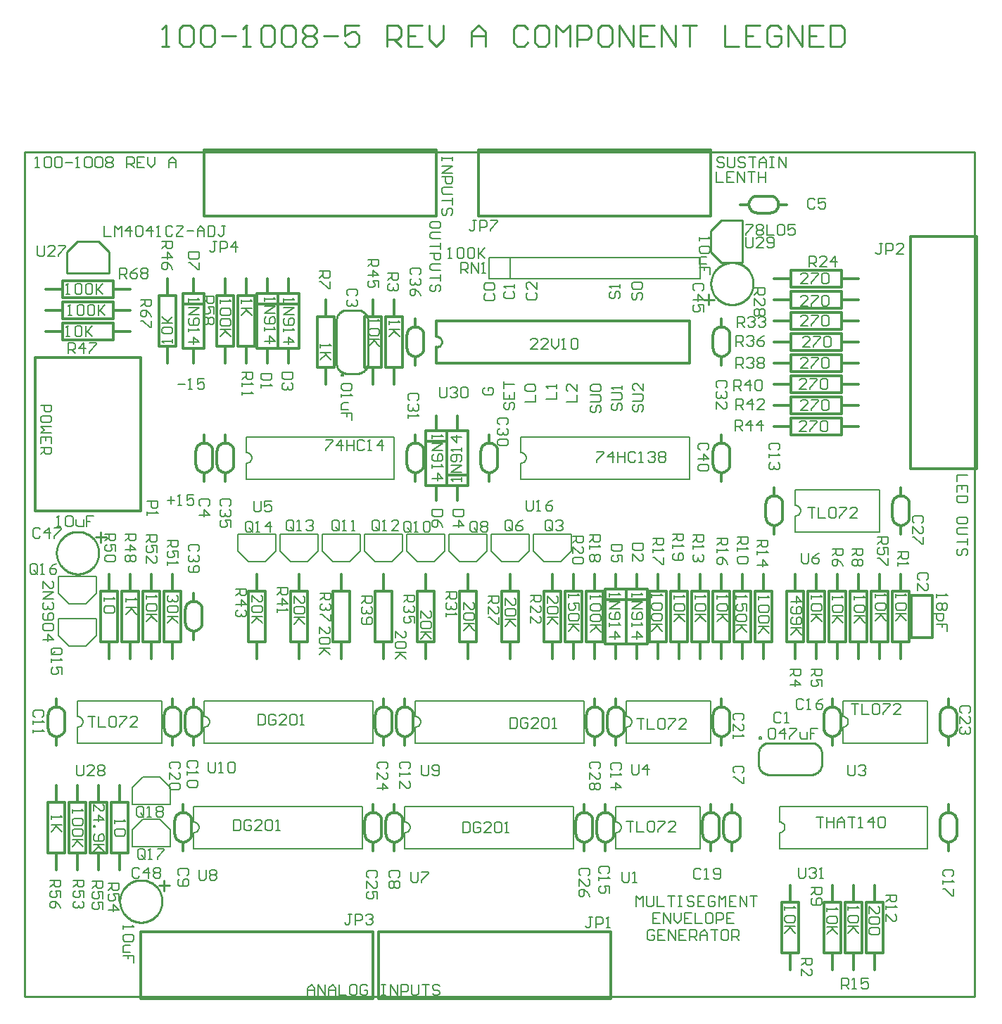
<source format=gto>
*%FSLAX23Y23*%
*%MOIN*%
G01*
%ADD11C,0.006*%
%ADD12C,0.007*%
%ADD13C,0.008*%
%ADD14C,0.010*%
%ADD15C,0.012*%
%ADD16C,0.032*%
%ADD17C,0.036*%
%ADD18C,0.050*%
%ADD19C,0.052*%
%ADD20C,0.055*%
%ADD21C,0.056*%
%ADD22C,0.059*%
%ADD23C,0.062*%
%ADD24C,0.066*%
%ADD25C,0.070*%
%ADD26C,0.090*%
%ADD27C,0.125*%
%ADD28C,0.129*%
%ADD29C,0.140*%
%ADD30C,0.160*%
%ADD31C,0.250*%
%ADD32R,0.062X0.062*%
%ADD33R,0.066X0.066*%
D11*
X7713Y8114D02*
X7746D01*
X7730Y8131D02*
Y8097D01*
X7763Y8089D02*
X7780D01*
X7771D01*
Y8139D01*
X7772D01*
X7771D02*
X7763Y8131D01*
X7805Y8139D02*
X7838D01*
X7805D02*
Y8114D01*
X7821Y8122D01*
X7830D01*
X7838Y8114D01*
Y8097D01*
X7830Y8089D01*
X7813D01*
X7805Y8097D01*
X7796Y8664D02*
X7763D01*
X7813Y8639D02*
X7830D01*
X7821D01*
Y8689D01*
X7822D01*
X7821D02*
X7813Y8681D01*
X7855Y8689D02*
X7888D01*
X7855D02*
Y8664D01*
X7871Y8672D01*
X7880D01*
X7888Y8664D01*
Y8647D01*
X7880Y8639D01*
X7863D01*
X7855Y8647D01*
X7363Y6674D02*
Y6641D01*
Y6674D02*
X7396Y6641D01*
X7405D01*
X7413Y6649D01*
Y6666D01*
X7405Y6674D01*
X7413Y6599D02*
X7363D01*
X7388Y6624D02*
X7413Y6599D01*
X7388Y6591D02*
Y6624D01*
X7371Y6574D02*
X7363D01*
X7371D02*
Y6566D01*
X7363D01*
Y6574D01*
X7371Y6532D02*
X7363Y6524D01*
Y6507D01*
X7371Y6499D01*
X7405D01*
X7413Y6507D01*
Y6524D01*
X7405Y6532D01*
X7396D01*
X7388Y6524D01*
Y6499D01*
X7413Y6482D02*
X7363D01*
X7380D01*
X7413Y6449D01*
X7388Y6474D01*
X7363Y6449D01*
X7358Y6309D02*
X7408D01*
Y6284D01*
X7400Y6276D01*
X7383D01*
X7375Y6284D01*
Y6309D01*
Y6292D02*
X7358Y6276D01*
X7408Y6259D02*
Y6226D01*
Y6259D02*
X7383D01*
X7391Y6242D01*
Y6234D01*
X7383Y6226D01*
X7366D01*
X7358Y6234D01*
Y6251D01*
X7366Y6259D01*
X7408Y6209D02*
Y6176D01*
Y6209D02*
X7383D01*
X7391Y6192D01*
Y6184D01*
X7383Y6176D01*
X7366D01*
X7358Y6184D01*
Y6201D01*
X7366Y6209D01*
X7123Y7696D02*
Y7729D01*
X7156Y7696D01*
X7165D01*
X7173Y7704D01*
Y7721D01*
X7165Y7729D01*
X7173Y7679D02*
X7123D01*
Y7646D02*
X7173Y7679D01*
Y7646D02*
X7123D01*
X7165Y7629D02*
X7173Y7621D01*
Y7604D01*
X7165Y7596D01*
X7156D01*
X7157D01*
X7156D02*
X7157D01*
X7156D02*
X7157D01*
X7156D02*
X7148Y7604D01*
Y7612D01*
Y7604D01*
X7140Y7596D01*
X7131D01*
X7123Y7604D01*
Y7621D01*
X7131Y7629D01*
Y7579D02*
X7123Y7571D01*
Y7554D01*
X7131Y7546D01*
X7165D01*
X7173Y7554D01*
Y7571D01*
X7165Y7579D01*
X7156D01*
X7148Y7571D01*
Y7546D01*
X7165Y7529D02*
X7173Y7521D01*
Y7504D01*
X7165Y7496D01*
X7131D01*
X7123Y7504D01*
Y7521D01*
X7131Y7529D01*
X7165D01*
X7173Y7454D02*
X7123D01*
X7148Y7479D02*
X7173Y7454D01*
X7148Y7446D02*
Y7479D01*
X7096Y7772D02*
Y7806D01*
X7088Y7814D01*
X7071D01*
X7063Y7806D01*
Y7772D01*
X7071Y7764D01*
X7088D01*
X7096D02*
X7080Y7781D01*
X7088Y7764D02*
X7096Y7772D01*
X7113Y7764D02*
X7130D01*
X7121D01*
Y7814D01*
X7122D01*
X7121D02*
X7113Y7806D01*
X7171D02*
X7188Y7814D01*
X7171Y7806D02*
X7155Y7789D01*
Y7772D01*
X7163Y7764D01*
X7180D01*
X7188Y7772D01*
Y7781D01*
X7180Y7789D01*
X7155D01*
X7413Y7654D02*
Y7637D01*
Y7646D01*
X7463D01*
X7464D01*
X7463D02*
X7455Y7654D01*
Y7612D02*
X7463Y7604D01*
Y7587D01*
X7455Y7579D01*
X7421D01*
X7413Y7587D01*
Y7604D01*
X7421Y7612D01*
X7455D01*
X7468Y7954D02*
X7418D01*
X7468D02*
Y7929D01*
X7460Y7921D01*
X7443D01*
X7435Y7929D01*
Y7954D01*
Y7937D02*
X7418Y7921D01*
X7468Y7904D02*
Y7871D01*
Y7904D02*
X7443D01*
X7451Y7887D01*
Y7879D01*
X7443Y7871D01*
X7426D01*
X7418Y7879D01*
Y7896D01*
X7426Y7904D01*
X7460Y7854D02*
X7468Y7846D01*
Y7829D01*
X7460Y7821D01*
X7426D01*
X7418Y7829D01*
Y7846D01*
X7426Y7854D01*
X7460D01*
X7518Y7649D02*
Y7632D01*
Y7641D01*
X7568D01*
X7569D01*
X7568D02*
X7560Y7649D01*
X7568Y7607D02*
X7518D01*
X7535D01*
X7568Y7574D01*
X7543Y7599D01*
X7518Y7574D01*
X7513Y7954D02*
X7563D01*
Y7929D01*
X7555Y7921D01*
X7538D01*
X7530Y7929D01*
Y7954D01*
Y7937D02*
X7513Y7921D01*
Y7879D02*
X7563D01*
X7538Y7904D01*
Y7871D01*
X7555Y7854D02*
X7563Y7846D01*
Y7829D01*
X7555Y7821D01*
X7546D01*
X7538Y7829D01*
X7530Y7821D01*
X7521D01*
X7513Y7829D01*
Y7846D01*
X7521Y7854D01*
X7530D01*
X7538Y7846D01*
X7546Y7854D01*
X7555D01*
X7538Y7846D02*
Y7829D01*
X7371Y7089D02*
X7338D01*
X7355D02*
X7371D01*
X7355D02*
Y7039D01*
X7388D02*
Y7089D01*
Y7039D02*
X7421D01*
X7438Y7081D02*
X7446Y7089D01*
X7463D01*
X7471Y7081D01*
Y7047D01*
X7463Y7039D01*
X7446D01*
X7438Y7047D01*
Y7081D01*
X7488Y7089D02*
X7521D01*
Y7081D01*
X7488Y7047D01*
Y7039D01*
X7538D02*
X7571D01*
X7538D02*
X7571Y7072D01*
Y7081D01*
X7563Y7089D01*
X7546D01*
X7538Y7081D01*
X7283Y6859D02*
Y6817D01*
X7291Y6809D01*
X7308D01*
X7316Y6817D01*
Y6859D01*
X7333Y6809D02*
X7366D01*
X7333D02*
X7366Y6842D01*
Y6851D01*
X7358Y6859D01*
X7341D01*
X7333Y6851D01*
X7383D02*
X7391Y6859D01*
X7408D01*
X7416Y6851D01*
Y6842D01*
X7408Y6834D01*
X7416Y6826D01*
Y6817D01*
X7408Y6809D01*
X7391D01*
X7383Y6817D01*
Y6826D01*
X7391Y6834D01*
X7383Y6842D01*
Y6851D01*
X7391Y6834D02*
X7408D01*
X7128Y7094D02*
X7120Y7086D01*
X7128Y7094D02*
Y7111D01*
X7120Y7119D01*
X7086D01*
X7078Y7111D01*
Y7094D01*
X7086Y7086D01*
X7078Y7069D02*
Y7052D01*
Y7061D01*
X7128D01*
X7129D01*
X7128D02*
X7120Y7069D01*
X7078Y7027D02*
Y7011D01*
Y7019D01*
X7128D01*
X7129D01*
X7128D02*
X7120Y7027D01*
X7190Y7989D02*
X7206D01*
X7198D01*
Y8039D01*
X7199D01*
X7198D02*
X7190Y8031D01*
X7231D02*
X7240Y8039D01*
X7256D01*
X7265Y8031D01*
Y7997D01*
X7256Y7989D01*
X7240D01*
X7231Y7997D01*
Y8031D01*
X7281Y8022D02*
Y7997D01*
X7290Y7989D01*
X7315D01*
Y8022D01*
X7331Y8039D02*
X7364D01*
X7331D02*
Y8014D01*
X7348D01*
X7331D01*
Y7989D01*
X7111Y7976D02*
X7103Y7984D01*
X7086D01*
X7078Y7976D01*
Y7942D01*
X7086Y7934D01*
X7103D01*
X7111Y7942D01*
X7153Y7934D02*
Y7984D01*
X7128Y7959D01*
X7161D01*
X7178Y7984D02*
X7211D01*
Y7976D01*
X7178Y7942D01*
Y7934D01*
X7163Y6619D02*
Y6602D01*
Y6611D01*
X7213D01*
X7214D01*
X7213D02*
X7205Y6619D01*
X7213Y6577D02*
X7163D01*
X7180D01*
X7213Y6544D01*
X7188Y6569D01*
X7163Y6544D01*
X7158Y6314D02*
X7208D01*
Y6289D01*
X7200Y6281D01*
X7183D01*
X7175Y6289D01*
Y6314D01*
Y6297D02*
X7158Y6281D01*
X7208Y6264D02*
Y6231D01*
Y6264D02*
X7183D01*
X7191Y6247D01*
Y6239D01*
X7183Y6231D01*
X7166D01*
X7158Y6239D01*
Y6256D01*
X7166Y6264D01*
X7200Y6197D02*
X7208Y6181D01*
X7200Y6197D02*
X7183Y6214D01*
X7166D01*
X7158Y6206D01*
Y6189D01*
X7166Y6181D01*
X7175D01*
X7183Y6189D01*
Y6214D01*
X7263Y6632D02*
Y6649D01*
Y6641D02*
Y6632D01*
Y6641D02*
X7313D01*
X7314D01*
X7313D02*
X7305Y6649D01*
Y6607D02*
X7313Y6599D01*
Y6582D01*
X7305Y6574D01*
X7271D01*
X7263Y6582D01*
Y6599D01*
X7271Y6607D01*
X7305D01*
Y6557D02*
X7313Y6549D01*
Y6532D01*
X7305Y6524D01*
X7271D01*
X7263Y6532D01*
Y6549D01*
X7271Y6557D01*
X7305D01*
X7313Y6507D02*
X7263D01*
X7280D01*
X7313Y6474D01*
X7288Y6499D01*
X7263Y6474D01*
X7268Y6314D02*
X7318D01*
Y6289D01*
X7310Y6281D01*
X7293D01*
X7285Y6289D01*
Y6314D01*
Y6297D02*
X7268Y6281D01*
X7318Y6264D02*
Y6231D01*
Y6264D02*
X7293D01*
X7301Y6247D01*
Y6239D01*
X7293Y6231D01*
X7276D01*
X7268Y6239D01*
Y6256D01*
X7276Y6264D01*
X7310Y6214D02*
X7318Y6206D01*
Y6189D01*
X7310Y6181D01*
X7301D01*
X7302D01*
X7301D02*
X7302D01*
X7301D02*
X7302D01*
X7301D02*
X7293Y6189D01*
Y6197D01*
Y6189D01*
X7285Y6181D01*
X7276D01*
X7268Y6189D01*
Y6206D01*
X7276Y6214D01*
X7463Y6582D02*
Y6599D01*
Y6591D02*
Y6582D01*
Y6591D02*
X7513D01*
X7514D01*
X7513D02*
X7505Y6599D01*
Y6557D02*
X7513Y6549D01*
Y6532D01*
X7505Y6524D01*
X7471D01*
X7463Y6532D01*
Y6549D01*
X7471Y6557D01*
X7505D01*
X7483Y6299D02*
X7433D01*
X7483D02*
Y6274D01*
X7475Y6266D01*
X7458D01*
X7450Y6274D01*
Y6299D01*
Y6282D02*
X7433Y6266D01*
X7483Y6249D02*
Y6216D01*
Y6249D02*
X7458D01*
X7466Y6232D01*
Y6224D01*
X7458Y6216D01*
X7441D01*
X7433Y6224D01*
Y6241D01*
X7441Y6249D01*
X7433Y6174D02*
X7483D01*
X7458Y6199D01*
Y6166D01*
X7205Y7381D02*
X7171D01*
X7205D02*
X7213Y7389D01*
Y7406D01*
X7205Y7414D01*
X7171D01*
X7163Y7406D01*
Y7389D01*
Y7381D02*
X7180Y7397D01*
X7163Y7389D02*
X7171Y7381D01*
X7163Y7364D02*
Y7347D01*
Y7356D01*
X7213D01*
X7214D01*
X7213D02*
X7205Y7364D01*
X7213Y7322D02*
Y7289D01*
Y7322D02*
X7188D01*
X7196Y7306D01*
Y7297D01*
X7188Y7289D01*
X7171D01*
X7163Y7297D01*
Y7314D01*
X7171Y7322D01*
X7233Y9089D02*
X7250D01*
X7241D01*
Y9139D01*
X7242D01*
X7241D02*
X7233Y9131D01*
X7275D02*
X7283Y9139D01*
X7300D01*
X7308Y9131D01*
Y9097D01*
X7300Y9089D01*
X7283D01*
X7275Y9097D01*
Y9131D01*
X7325D02*
X7333Y9139D01*
X7350D01*
X7358Y9131D01*
Y9097D01*
X7350Y9089D01*
X7333D01*
X7325Y9097D01*
Y9131D01*
X7375Y9139D02*
Y9089D01*
Y9106D01*
X7408Y9139D01*
X7383Y9114D01*
X7408Y9089D01*
X7488Y9164D02*
Y9214D01*
X7513D01*
X7521Y9206D01*
Y9189D01*
X7513Y9181D01*
X7488D01*
X7505D02*
X7521Y9164D01*
X7555Y9206D02*
X7571Y9214D01*
X7555Y9206D02*
X7538Y9189D01*
Y9172D01*
X7546Y9164D01*
X7563D01*
X7571Y9172D01*
Y9181D01*
X7563Y9189D01*
X7538D01*
X7588Y9206D02*
X7596Y9214D01*
X7613D01*
X7621Y9206D01*
Y9197D01*
X7613Y9189D01*
X7621Y9181D01*
Y9172D01*
X7613Y9164D01*
X7596D01*
X7588Y9172D01*
Y9181D01*
X7596Y9189D01*
X7588Y9197D01*
Y9206D01*
X7596Y9189D02*
X7613D01*
X7250Y8889D02*
X7233D01*
X7241D02*
X7250D01*
X7241D02*
Y8939D01*
X7242D01*
X7241D02*
X7233Y8931D01*
X7275D02*
X7283Y8939D01*
X7300D01*
X7308Y8931D01*
Y8897D01*
X7300Y8889D01*
X7283D01*
X7275Y8897D01*
Y8931D01*
X7325Y8939D02*
Y8889D01*
Y8906D01*
X7358Y8939D01*
X7333Y8914D01*
X7358Y8889D01*
X7243Y8859D02*
Y8809D01*
Y8859D02*
X7268D01*
X7276Y8851D01*
Y8834D01*
X7268Y8826D01*
X7243D01*
X7260D02*
X7276Y8809D01*
X7318D02*
Y8859D01*
X7293Y8834D01*
X7326D01*
X7343Y8859D02*
X7376D01*
Y8851D01*
X7343Y8817D01*
Y8809D01*
X7260Y8989D02*
X7243D01*
X7251D02*
X7260D01*
X7251D02*
Y9039D01*
X7252D01*
X7251D02*
X7243Y9031D01*
X7285D02*
X7293Y9039D01*
X7310D01*
X7318Y9031D01*
Y8997D01*
X7310Y8989D01*
X7293D01*
X7285Y8997D01*
Y9031D01*
X7335D02*
X7343Y9039D01*
X7360D01*
X7368Y9031D01*
Y8997D01*
X7360Y8989D01*
X7343D01*
X7335Y8997D01*
Y9031D01*
X7385Y9039D02*
Y8989D01*
Y9006D01*
X7418Y9039D01*
X7393Y9014D01*
X7418Y8989D01*
X7588Y9064D02*
X7638D01*
Y9039D01*
X7630Y9031D01*
X7613D01*
X7605Y9039D01*
Y9064D01*
Y9047D02*
X7588Y9031D01*
X7630Y8997D02*
X7638Y8981D01*
X7630Y8997D02*
X7613Y9014D01*
X7596D01*
X7588Y9006D01*
Y8989D01*
X7596Y8981D01*
X7605D01*
X7613Y8989D01*
Y9014D01*
X7638Y8964D02*
Y8931D01*
X7630D01*
X7596Y8964D01*
X7588D01*
X7413Y9364D02*
Y9414D01*
Y9364D02*
X7446D01*
X7463D02*
Y9414D01*
X7480Y9397D01*
X7496Y9414D01*
Y9364D01*
X7538D02*
Y9414D01*
X7513Y9389D01*
X7546D01*
X7563Y9406D02*
X7571Y9414D01*
X7588D01*
X7596Y9406D01*
Y9372D01*
X7588Y9364D01*
X7571D01*
X7563Y9372D01*
Y9406D01*
X7638Y9414D02*
Y9364D01*
X7613Y9389D02*
X7638Y9414D01*
X7646Y9389D02*
X7613D01*
X7663Y9364D02*
X7680D01*
X7671D01*
Y9414D01*
X7672D01*
X7671D02*
X7663Y9406D01*
X7730Y9414D02*
X7738Y9406D01*
X7730Y9414D02*
X7713D01*
X7705Y9406D01*
Y9372D01*
X7713Y9364D01*
X7730D01*
X7738Y9372D01*
X7755Y9414D02*
X7788D01*
Y9406D01*
X7755Y9372D01*
Y9364D01*
X7788D01*
X7805Y9389D02*
X7838D01*
X7855Y9397D02*
Y9364D01*
Y9397D02*
X7871Y9414D01*
X7888Y9397D01*
Y9364D01*
Y9389D01*
X7855D01*
X7905Y9414D02*
Y9364D01*
X7929D01*
X7938Y9372D01*
Y9406D01*
X7929Y9414D01*
X7905D01*
X7971D02*
X7988D01*
X7979D02*
X7971D01*
X7979D02*
Y9372D01*
X7971Y9364D01*
X7963D01*
X7954Y9372D01*
X7098Y9319D02*
Y9277D01*
X7106Y9269D01*
X7123D01*
X7131Y9277D01*
Y9319D01*
X7148Y9269D02*
X7181D01*
X7148D02*
X7181Y9302D01*
Y9311D01*
X7173Y9319D01*
X7156D01*
X7148Y9311D01*
X7198Y9319D02*
X7231D01*
Y9311D01*
X7198Y9277D01*
Y9269D01*
X8570Y6154D02*
X8586D01*
X8578D02*
X8570D01*
X8578D02*
Y6112D01*
X8570Y6104D01*
X8561D01*
X8553Y6112D01*
X8603Y6104D02*
Y6154D01*
X8628D01*
X8636Y6146D01*
Y6129D01*
X8628Y6121D01*
X8603D01*
X8653Y6146D02*
X8661Y6154D01*
X8678D01*
X8686Y6146D01*
Y6137D01*
X8687D01*
X8686D02*
X8687D01*
X8686D02*
X8687D01*
X8686D02*
X8678Y6129D01*
X8670D01*
X8678D01*
X8686Y6121D01*
Y6112D01*
X8678Y6104D01*
X8661D01*
X8653Y6112D01*
X7503Y6099D02*
Y6082D01*
Y6091D01*
X7553D01*
X7554D01*
X7553D02*
X7545Y6099D01*
Y6057D02*
X7553Y6049D01*
Y6032D01*
X7545Y6024D01*
X7511D01*
X7503Y6032D01*
Y6049D01*
X7511Y6057D01*
X7545D01*
X7536Y6007D02*
X7511D01*
X7503Y5999D01*
Y5974D01*
X7536D01*
X7553Y5957D02*
Y5924D01*
Y5957D02*
X7528D01*
Y5941D01*
Y5957D01*
X7503D01*
X7581Y6366D02*
X7573Y6374D01*
X7556D01*
X7548Y6366D01*
Y6332D01*
X7556Y6324D01*
X7573D01*
X7581Y6332D01*
X7623Y6324D02*
Y6374D01*
X7598Y6349D01*
X7631D01*
X7648Y6366D02*
X7656Y6374D01*
X7673D01*
X7681Y6366D01*
Y6357D01*
X7673Y6349D01*
X7681Y6341D01*
Y6332D01*
X7673Y6324D01*
X7656D01*
X7648Y6332D01*
Y6341D01*
X7656Y6349D01*
X7648Y6357D01*
Y6366D01*
X7656Y6349D02*
X7673D01*
X7601Y6622D02*
Y6656D01*
X7593Y6664D01*
X7576D01*
X7568Y6656D01*
Y6622D01*
X7576Y6614D01*
X7593D01*
X7601D02*
X7585Y6631D01*
X7593Y6614D02*
X7601Y6622D01*
X7618Y6614D02*
X7635D01*
X7626D01*
Y6664D01*
X7627D01*
X7626D02*
X7618Y6656D01*
X7660D02*
X7668Y6664D01*
X7685D01*
X7693Y6656D01*
Y6647D01*
X7685Y6639D01*
X7693Y6631D01*
Y6622D01*
X7685Y6614D01*
X7668D01*
X7660Y6622D01*
Y6631D01*
X7668Y6639D01*
X7660Y6647D01*
Y6656D01*
X7668Y6639D02*
X7685D01*
X7606Y6456D02*
Y6422D01*
Y6456D02*
X7598Y6464D01*
X7581D01*
X7573Y6456D01*
Y6422D01*
X7581Y6414D01*
X7598D01*
X7606D02*
X7590Y6431D01*
X7598Y6414D02*
X7606Y6422D01*
X7623Y6414D02*
X7640D01*
X7631D01*
Y6464D01*
X7632D01*
X7631D02*
X7623Y6456D01*
X7665Y6464D02*
X7698D01*
Y6456D01*
X7665Y6422D01*
Y6414D01*
X7855Y7871D02*
X7863Y7879D01*
Y7896D01*
X7855Y7904D01*
X7821D01*
X7813Y7896D01*
Y7879D01*
X7821Y7871D01*
X7855Y7854D02*
X7863Y7846D01*
Y7829D01*
X7855Y7821D01*
X7846D01*
X7847D01*
X7846D02*
X7847D01*
X7846D02*
X7847D01*
X7846D02*
X7838Y7829D01*
Y7837D01*
Y7829D01*
X7830Y7821D01*
X7821D01*
X7813Y7829D01*
Y7846D01*
X7821Y7854D01*
Y7804D02*
X7813Y7796D01*
Y7779D01*
X7821Y7771D01*
X7855D01*
X7863Y7779D01*
Y7796D01*
X7855Y7804D01*
X7846D01*
X7838Y7796D01*
Y7771D01*
X7755Y7664D02*
X7763Y7656D01*
Y7639D01*
X7755Y7631D01*
X7746D01*
X7747D01*
X7746D02*
X7747D01*
X7746D02*
X7747D01*
X7746D02*
X7738Y7639D01*
Y7647D01*
Y7639D01*
X7730Y7631D01*
X7721D01*
X7713Y7639D01*
Y7656D01*
X7721Y7664D01*
X7755Y7614D02*
X7763Y7606D01*
Y7589D01*
X7755Y7581D01*
X7721D01*
X7713Y7589D01*
Y7606D01*
X7721Y7614D01*
X7755D01*
X7763Y7564D02*
X7713D01*
X7730D01*
X7763Y7531D01*
X7738Y7556D01*
X7713Y7531D01*
Y7924D02*
X7763D01*
Y7899D01*
X7755Y7891D01*
X7738D01*
X7730Y7899D01*
Y7924D01*
Y7907D02*
X7713Y7891D01*
X7763Y7874D02*
Y7841D01*
Y7874D02*
X7738D01*
X7746Y7857D01*
Y7849D01*
X7738Y7841D01*
X7721D01*
X7713Y7849D01*
Y7866D01*
X7721Y7874D01*
X7713Y7824D02*
Y7807D01*
Y7816D01*
X7763D01*
X7764D01*
X7763D02*
X7755Y7824D01*
X7613Y7664D02*
Y7647D01*
Y7656D01*
X7663D01*
X7664D01*
X7663D02*
X7655Y7664D01*
Y7622D02*
X7663Y7614D01*
Y7597D01*
X7655Y7589D01*
X7621D01*
X7613Y7597D01*
Y7614D01*
X7621Y7622D01*
X7655D01*
X7663Y7572D02*
X7613D01*
X7630D01*
X7663Y7539D01*
X7638Y7564D01*
X7613Y7539D01*
Y7949D02*
X7663D01*
Y7924D01*
X7655Y7916D01*
X7638D01*
X7630Y7924D01*
Y7949D01*
Y7932D02*
X7613Y7916D01*
X7663Y7899D02*
Y7866D01*
Y7899D02*
X7638D01*
X7646Y7882D01*
Y7874D01*
X7638Y7866D01*
X7621D01*
X7613Y7874D01*
Y7891D01*
X7621Y7899D01*
X7613Y7849D02*
Y7816D01*
Y7849D02*
X7646Y7816D01*
X7655D01*
X7663Y7824D01*
Y7841D01*
X7655Y7849D01*
X9338Y7084D02*
Y7034D01*
X9363D01*
X9371Y7042D01*
Y7076D01*
X9363Y7084D01*
X9338D01*
X9413D02*
X9421Y7076D01*
X9413Y7084D02*
X9396D01*
X9388Y7076D01*
Y7042D01*
X9396Y7034D01*
X9413D01*
X9421Y7042D01*
Y7059D01*
X9405D01*
X9438Y7034D02*
X9471D01*
X9438D02*
X9471Y7067D01*
Y7076D01*
X9463Y7084D01*
X9446D01*
X9438Y7076D01*
X9488D02*
X9496Y7084D01*
X9513D01*
X9521Y7076D01*
Y7042D01*
X9513Y7034D01*
X9496D01*
X9488Y7042D01*
Y7076D01*
X9538Y7034D02*
X9555D01*
X9546D01*
Y7084D01*
X9547D01*
X9546D02*
X9538Y7076D01*
X8918Y6859D02*
Y6817D01*
X8926Y6809D01*
X8943D01*
X8951Y6817D01*
Y6859D01*
X8968Y6817D02*
X8976Y6809D01*
X8993D01*
X9001Y6817D01*
Y6851D01*
X8993Y6859D01*
X8976D01*
X8968Y6851D01*
Y6842D01*
X8976Y6834D01*
X9001D01*
X8863Y6849D02*
X8855Y6841D01*
X8863Y6849D02*
Y6866D01*
X8855Y6874D01*
X8821D01*
X8813Y6866D01*
Y6849D01*
X8821Y6841D01*
X8813Y6824D02*
Y6807D01*
Y6816D01*
X8863D01*
X8864D01*
X8863D02*
X8855Y6824D01*
X8813Y6782D02*
Y6749D01*
Y6782D02*
X8846Y6749D01*
X8855D01*
X8863Y6757D01*
Y6774D01*
X8855Y6782D01*
X8758Y6849D02*
X8750Y6841D01*
X8758Y6849D02*
Y6866D01*
X8750Y6874D01*
X8716D01*
X8708Y6866D01*
Y6849D01*
X8716Y6841D01*
X8708Y6824D02*
Y6791D01*
Y6824D02*
X8741Y6791D01*
X8750D01*
X8758Y6799D01*
Y6816D01*
X8750Y6824D01*
X8758Y6749D02*
X8708D01*
X8733Y6774D02*
X8758Y6749D01*
X8733Y6741D02*
Y6774D01*
X7773Y6849D02*
X7765Y6841D01*
X7773Y6849D02*
Y6866D01*
X7765Y6874D01*
X7731D01*
X7723Y6866D01*
Y6849D01*
X7731Y6841D01*
X7723Y6824D02*
Y6791D01*
Y6824D02*
X7756Y6791D01*
X7765D01*
X7773Y6799D01*
Y6816D01*
X7765Y6824D01*
Y6774D02*
X7773Y6766D01*
Y6749D01*
X7765Y6741D01*
X7731D01*
X7723Y6749D01*
Y6766D01*
X7731Y6774D01*
X7765D01*
X7850Y6846D02*
X7858Y6854D01*
Y6871D01*
X7850Y6879D01*
X7816D01*
X7808Y6871D01*
Y6854D01*
X7816Y6846D01*
X7808Y6829D02*
Y6812D01*
Y6821D01*
X7858D01*
X7859D01*
X7858D02*
X7850Y6829D01*
Y6787D02*
X7858Y6779D01*
Y6762D01*
X7850Y6754D01*
X7816D01*
X7808Y6762D01*
Y6779D01*
X7816Y6787D01*
X7850D01*
X8143Y7049D02*
Y7099D01*
Y7049D02*
X8168D01*
X8176Y7057D01*
Y7091D01*
X8168Y7099D01*
X8143D01*
X8218D02*
X8226Y7091D01*
X8218Y7099D02*
X8201D01*
X8193Y7091D01*
Y7057D01*
X8201Y7049D01*
X8218D01*
X8226Y7057D01*
Y7074D01*
X8210D01*
X8243Y7049D02*
X8276D01*
X8243D02*
X8276Y7082D01*
Y7091D01*
X8268Y7099D01*
X8251D01*
X8243Y7091D01*
X8293D02*
X8301Y7099D01*
X8318D01*
X8326Y7091D01*
Y7057D01*
X8318Y7049D01*
X8301D01*
X8293Y7057D01*
Y7091D01*
X8343Y7049D02*
X8360D01*
X8351D01*
Y7099D01*
X8352D01*
X8351D02*
X8343Y7091D01*
X7908Y6874D02*
Y6832D01*
X7916Y6824D01*
X7933D01*
X7941Y6832D01*
Y6874D01*
X7958Y6824D02*
X7975D01*
X7966D01*
Y6874D01*
X7967D01*
X7966D02*
X7958Y6866D01*
X8000D02*
X8008Y6874D01*
X8025D01*
X8033Y6866D01*
Y6832D01*
X8025Y6824D01*
X8008D01*
X8000Y6832D01*
Y6866D01*
X9118Y7596D02*
Y7629D01*
X9151Y7596D01*
X9160D01*
X9168Y7604D01*
Y7621D01*
X9160Y7629D01*
Y7579D02*
X9168Y7571D01*
Y7554D01*
X9160Y7546D01*
X9126D01*
X9118Y7554D01*
Y7571D01*
X9126Y7579D01*
X9160D01*
X9168Y7529D02*
X9118D01*
X9135D01*
X9168Y7496D01*
X9143Y7521D01*
X9118Y7496D01*
X9083Y7679D02*
X9033D01*
X9083D02*
Y7654D01*
X9075Y7646D01*
X9058D01*
X9050Y7654D01*
Y7679D01*
Y7662D02*
X9033Y7646D01*
X9075Y7629D02*
X9083Y7621D01*
Y7604D01*
X9075Y7596D01*
X9066D01*
X9067D01*
X9066D02*
X9067D01*
X9066D02*
X9067D01*
X9066D02*
X9058Y7604D01*
Y7612D01*
Y7604D01*
X9050Y7596D01*
X9041D01*
X9033Y7604D01*
Y7621D01*
X9041Y7629D01*
X9033Y7579D02*
Y7562D01*
Y7571D01*
X9083D01*
X9084D01*
X9083D02*
X9075Y7579D01*
X9181Y7972D02*
Y8006D01*
X9173Y8014D01*
X9156D01*
X9148Y8006D01*
Y7972D01*
X9156Y7964D01*
X9173D01*
X9181D02*
X9165Y7981D01*
X9173Y7964D02*
X9181Y7972D01*
X9198Y8006D02*
X9206Y8014D01*
X9223D01*
X9231Y8006D01*
Y7997D01*
X9223Y7989D01*
X9231Y7981D01*
Y7972D01*
X9223Y7964D01*
X9206D01*
X9198Y7972D01*
Y7981D01*
X9206Y7989D01*
X9198Y7997D01*
Y8006D01*
X9206Y7989D02*
X9223D01*
X8913Y7589D02*
Y7556D01*
Y7589D02*
X8946Y7556D01*
X8955D01*
X8963Y7564D01*
Y7581D01*
X8955Y7589D01*
Y7539D02*
X8963Y7531D01*
Y7514D01*
X8955Y7506D01*
X8921D01*
X8913Y7514D01*
Y7531D01*
X8921Y7539D01*
X8955D01*
X8963Y7489D02*
X8913D01*
X8930D01*
X8963Y7456D01*
X8938Y7481D01*
X8913Y7456D01*
X8883Y7664D02*
X8833D01*
X8883D02*
Y7639D01*
X8875Y7631D01*
X8858D01*
X8850Y7639D01*
Y7664D01*
Y7647D02*
X8833Y7631D01*
X8875Y7614D02*
X8883Y7606D01*
Y7589D01*
X8875Y7581D01*
X8866D01*
X8867D01*
X8866D02*
X8867D01*
X8866D02*
X8867D01*
X8866D02*
X8858Y7589D01*
Y7597D01*
Y7589D01*
X8850Y7581D01*
X8841D01*
X8833Y7589D01*
Y7606D01*
X8841Y7614D01*
X8883Y7564D02*
Y7531D01*
Y7564D02*
X8858D01*
X8866Y7547D01*
Y7539D01*
X8858Y7531D01*
X8841D01*
X8833Y7539D01*
Y7556D01*
X8841Y7564D01*
X8866Y7972D02*
Y8006D01*
X8858Y8014D01*
X8841D01*
X8833Y8006D01*
Y7972D01*
X8841Y7964D01*
X8858D01*
X8866D02*
X8850Y7981D01*
X8858Y7964D02*
X8866Y7972D01*
X8883Y7964D02*
X8900D01*
X8891D01*
Y8014D01*
X8892D01*
X8891D02*
X8883Y8006D01*
X8925D02*
X8933Y8014D01*
X8950D01*
X8958Y8006D01*
Y7972D01*
X8950Y7964D01*
X8933D01*
X8925Y7972D01*
Y8006D01*
X8793Y7494D02*
Y7461D01*
Y7494D02*
X8826Y7461D01*
X8835D01*
X8843Y7469D01*
Y7486D01*
X8835Y7494D01*
Y7444D02*
X8843Y7436D01*
Y7419D01*
X8835Y7411D01*
X8801D01*
X8793Y7419D01*
Y7436D01*
X8801Y7444D01*
X8835D01*
X8843Y7394D02*
X8793D01*
X8810D01*
X8843Y7361D01*
X8818Y7386D01*
X8793Y7361D01*
X8683Y7659D02*
X8633D01*
X8683D02*
Y7634D01*
X8675Y7626D01*
X8658D01*
X8650Y7634D01*
Y7659D01*
Y7642D02*
X8633Y7626D01*
X8675Y7609D02*
X8683Y7601D01*
Y7584D01*
X8675Y7576D01*
X8666D01*
X8667D01*
X8666D02*
X8667D01*
X8666D02*
X8667D01*
X8666D02*
X8658Y7584D01*
Y7592D01*
Y7584D01*
X8650Y7576D01*
X8641D01*
X8633Y7584D01*
Y7601D01*
X8641Y7609D01*
Y7559D02*
X8633Y7551D01*
Y7534D01*
X8641Y7526D01*
X8675D01*
X8683Y7534D01*
Y7551D01*
X8675Y7559D01*
X8666D01*
X8658Y7551D01*
Y7526D01*
X8716Y7977D02*
Y8011D01*
X8708Y8019D01*
X8691D01*
X8683Y8011D01*
Y7977D01*
X8691Y7969D01*
X8708D01*
X8716D02*
X8700Y7986D01*
X8708Y7969D02*
X8716Y7977D01*
X8733Y7969D02*
X8750D01*
X8741D01*
Y8019D01*
X8742D01*
X8741D02*
X8733Y8011D01*
X8775Y7969D02*
X8808D01*
X8775D02*
X8808Y8002D01*
Y8011D01*
X8800Y8019D01*
X8783D01*
X8775Y8011D01*
X8526D02*
Y7977D01*
Y8011D02*
X8518Y8019D01*
X8501D01*
X8493Y8011D01*
Y7977D01*
X8501Y7969D01*
X8518D01*
X8526D02*
X8510Y7986D01*
X8518Y7969D02*
X8526Y7977D01*
X8543Y7969D02*
X8560D01*
X8551D01*
Y8019D01*
X8552D01*
X8551D02*
X8543Y8011D01*
X8585Y7969D02*
X8601D01*
X8593D01*
Y8019D01*
X8594D01*
X8593D02*
X8585Y8011D01*
X8311D02*
Y7977D01*
Y8011D02*
X8303Y8019D01*
X8286D01*
X8278Y8011D01*
Y7977D01*
X8286Y7969D01*
X8303D01*
X8311D02*
X8295Y7986D01*
X8303Y7969D02*
X8311Y7977D01*
X8328Y7969D02*
X8345D01*
X8336D01*
Y8019D01*
X8337D01*
X8336D02*
X8328Y8011D01*
X8370D02*
X8378Y8019D01*
X8395D01*
X8403Y8011D01*
Y8002D01*
X8404D01*
X8403D02*
X8404D01*
X8403D02*
X8404D01*
X8403D02*
X8395Y7994D01*
X8386D01*
X8395D01*
X8403Y7986D01*
Y7977D01*
X8395Y7969D01*
X8378D01*
X8370Y7977D01*
X8116Y7972D02*
Y8006D01*
X8108Y8014D01*
X8091D01*
X8083Y8006D01*
Y7972D01*
X8091Y7964D01*
X8108D01*
X8116D02*
X8100Y7981D01*
X8108Y7964D02*
X8116Y7972D01*
X8133Y7964D02*
X8150D01*
X8141D01*
Y8014D01*
X8142D01*
X8141D02*
X8133Y8006D01*
X8200Y8014D02*
Y7964D01*
X8175Y7989D02*
X8200Y8014D01*
X8208Y7989D02*
X8175D01*
X8433Y7514D02*
Y7481D01*
Y7514D02*
X8466Y7481D01*
X8475D01*
X8483Y7489D01*
Y7506D01*
X8475Y7514D01*
Y7464D02*
X8483Y7456D01*
Y7439D01*
X8475Y7431D01*
X8441D01*
X8433Y7439D01*
Y7456D01*
X8441Y7464D01*
X8475D01*
X8483Y7414D02*
X8433D01*
X8450D01*
X8483Y7381D01*
X8458Y7406D01*
X8433Y7381D01*
X8438Y7674D02*
X8488D01*
Y7649D01*
X8480Y7641D01*
X8463D01*
X8455Y7649D01*
Y7674D01*
Y7657D02*
X8438Y7641D01*
X8480Y7624D02*
X8488Y7616D01*
Y7599D01*
X8480Y7591D01*
X8471D01*
X8472D01*
X8471D02*
X8472D01*
X8471D02*
X8472D01*
X8471D02*
X8463Y7599D01*
Y7607D01*
Y7599D01*
X8455Y7591D01*
X8446D01*
X8438Y7599D01*
Y7616D01*
X8446Y7624D01*
X8488Y7574D02*
Y7541D01*
X8480D01*
X8446Y7574D01*
X8438D01*
X8313Y7626D02*
Y7659D01*
X8346Y7626D01*
X8355D01*
X8363Y7634D01*
Y7651D01*
X8355Y7659D01*
Y7609D02*
X8363Y7601D01*
Y7584D01*
X8355Y7576D01*
X8321D01*
X8313Y7584D01*
Y7601D01*
X8321Y7609D01*
X8355D01*
X8363Y7559D02*
X8313D01*
X8330D01*
X8363Y7526D01*
X8338Y7551D01*
X8313Y7526D01*
X8283Y7699D02*
X8233D01*
X8283D02*
Y7674D01*
X8275Y7666D01*
X8258D01*
X8250Y7674D01*
Y7699D01*
Y7682D02*
X8233Y7666D01*
Y7624D02*
X8283D01*
X8258Y7649D01*
Y7616D01*
X8233Y7599D02*
Y7582D01*
Y7591D01*
X8283D01*
X8284D01*
X8283D02*
X8275Y7599D01*
X8113Y7631D02*
Y7664D01*
X8146Y7631D01*
X8155D01*
X8163Y7639D01*
Y7656D01*
X8155Y7664D01*
Y7614D02*
X8163Y7606D01*
Y7589D01*
X8155Y7581D01*
X8121D01*
X8113Y7589D01*
Y7606D01*
X8121Y7614D01*
X8155D01*
X8163Y7564D02*
X8113D01*
X8130D01*
X8163Y7531D01*
X8138Y7556D01*
X8113Y7531D01*
X8088Y7694D02*
X8038D01*
X8088D02*
Y7669D01*
X8080Y7661D01*
X8063D01*
X8055Y7669D01*
Y7694D01*
Y7677D02*
X8038Y7661D01*
Y7619D02*
X8088D01*
X8063Y7644D01*
Y7611D01*
X8080Y7594D02*
X8088Y7586D01*
Y7569D01*
X8080Y7561D01*
X8071D01*
X8072D01*
X8071D02*
X8072D01*
X8071D02*
X8072D01*
X8071D02*
X8063Y7569D01*
Y7577D01*
Y7569D01*
X8055Y7561D01*
X8046D01*
X8038Y7569D01*
Y7586D01*
X8046Y7594D01*
X7813Y6344D02*
X7805Y6336D01*
X7813Y6344D02*
Y6361D01*
X7805Y6369D01*
X7771D01*
X7763Y6361D01*
Y6344D01*
X7771Y6336D01*
Y6319D02*
X7763Y6311D01*
Y6294D01*
X7771Y6286D01*
X7805D01*
X7813Y6294D01*
Y6311D01*
X7805Y6319D01*
X7796D01*
X7788Y6311D01*
Y6286D01*
X8028Y6549D02*
Y6599D01*
Y6549D02*
X8053D01*
X8061Y6557D01*
Y6591D01*
X8053Y6599D01*
X8028D01*
X8103D02*
X8111Y6591D01*
X8103Y6599D02*
X8086D01*
X8078Y6591D01*
Y6557D01*
X8086Y6549D01*
X8103D01*
X8111Y6557D01*
Y6574D01*
X8095D01*
X8128Y6549D02*
X8161D01*
X8128D02*
X8161Y6582D01*
Y6591D01*
X8153Y6599D01*
X8136D01*
X8128Y6591D01*
X8178D02*
X8186Y6599D01*
X8203D01*
X8211Y6591D01*
Y6557D01*
X8203Y6549D01*
X8186D01*
X8178Y6557D01*
Y6591D01*
X8228Y6549D02*
X8245D01*
X8236D01*
Y6599D01*
X8237D01*
X8236D02*
X8228Y6591D01*
X7863Y6364D02*
Y6322D01*
X7871Y6314D01*
X7888D01*
X7896Y6322D01*
Y6364D01*
X7913Y6356D02*
X7921Y6364D01*
X7938D01*
X7946Y6356D01*
Y6347D01*
X7938Y6339D01*
X7946Y6331D01*
Y6322D01*
X7938Y6314D01*
X7921D01*
X7913Y6322D01*
Y6331D01*
X7921Y6339D01*
X7913Y6347D01*
Y6356D01*
X7921Y6339D02*
X7938D01*
X8700Y6326D02*
X8708Y6334D01*
Y6351D01*
X8700Y6359D01*
X8666D01*
X8658Y6351D01*
Y6334D01*
X8666Y6326D01*
X8658Y6309D02*
Y6276D01*
Y6309D02*
X8691Y6276D01*
X8700D01*
X8708Y6284D01*
Y6301D01*
X8700Y6309D01*
X8708Y6259D02*
Y6226D01*
Y6259D02*
X8683D01*
X8691Y6242D01*
Y6234D01*
X8683Y6226D01*
X8666D01*
X8658Y6234D01*
Y6251D01*
X8666Y6259D01*
X8805Y6326D02*
X8813Y6334D01*
Y6351D01*
X8805Y6359D01*
X8771D01*
X8763Y6351D01*
Y6334D01*
X8771Y6326D01*
X8805Y6309D02*
X8813Y6301D01*
Y6284D01*
X8805Y6276D01*
X8796D01*
X8788Y6284D01*
X8780Y6276D01*
X8771D01*
X8763Y6284D01*
Y6301D01*
X8771Y6309D01*
X8780D01*
X8788Y6301D01*
X8796Y6309D01*
X8805D01*
X8788Y6301D02*
Y6284D01*
X9113Y6539D02*
Y6589D01*
Y6539D02*
X9138D01*
X9146Y6547D01*
Y6581D01*
X9138Y6589D01*
X9113D01*
X9188D02*
X9196Y6581D01*
X9188Y6589D02*
X9171D01*
X9163Y6581D01*
Y6547D01*
X9171Y6539D01*
X9188D01*
X9196Y6547D01*
Y6564D01*
X9180D01*
X9213Y6539D02*
X9246D01*
X9213D02*
X9246Y6572D01*
Y6581D01*
X9238Y6589D01*
X9221D01*
X9213Y6581D01*
X9263D02*
X9271Y6589D01*
X9288D01*
X9296Y6581D01*
Y6547D01*
X9288Y6539D01*
X9271D01*
X9263Y6547D01*
Y6581D01*
X9313Y6539D02*
X9330D01*
X9321D01*
Y6589D01*
X9322D01*
X9321D02*
X9313Y6581D01*
X8868Y6354D02*
Y6312D01*
X8876Y6304D01*
X8893D01*
X8901Y6312D01*
Y6354D01*
X8918D02*
X8951D01*
Y6346D01*
X8918Y6312D01*
Y6304D01*
X7738Y8859D02*
Y8876D01*
Y8867D01*
X7688D01*
X7689D01*
X7688D02*
X7696Y8859D01*
Y8901D02*
X7688Y8909D01*
Y8926D01*
X7696Y8934D01*
X7730D01*
X7738Y8926D01*
Y8909D01*
X7730Y8901D01*
X7696D01*
X7688Y8951D02*
X7738D01*
X7721D01*
X7688Y8984D01*
X7713Y8959D01*
X7738Y8984D01*
X7738Y9339D02*
X7688D01*
X7738D02*
Y9314D01*
X7730Y9306D01*
X7713D01*
X7705Y9314D01*
Y9339D01*
Y9322D02*
X7688Y9306D01*
Y9264D02*
X7738D01*
X7713Y9289D01*
Y9256D01*
X7730Y9222D02*
X7738Y9206D01*
X7730Y9222D02*
X7713Y9239D01*
X7696D01*
X7688Y9231D01*
Y9214D01*
X7696Y9206D01*
X7705D01*
X7713Y9214D01*
Y9239D01*
X7813Y9069D02*
Y9052D01*
Y9061D01*
X7863D01*
X7864D01*
X7863D02*
X7855Y9069D01*
X7863Y9027D02*
X7813D01*
Y8994D02*
X7863Y9027D01*
Y8994D02*
X7813D01*
X7821Y8977D02*
X7813Y8969D01*
Y8952D01*
X7821Y8944D01*
X7855D01*
X7863Y8952D01*
Y8969D01*
X7855Y8977D01*
X7846D01*
X7838Y8969D01*
Y8944D01*
X7813Y8927D02*
Y8911D01*
Y8919D01*
X7863D01*
X7864D01*
X7863D02*
X7855Y8927D01*
X7863Y8861D02*
X7813D01*
X7838Y8886D02*
X7863Y8861D01*
X7838Y8852D02*
Y8886D01*
X7863Y9289D02*
X7813D01*
Y9264D01*
X7821Y9256D01*
X7855D01*
X7863Y9264D01*
Y9289D01*
Y9239D02*
Y9206D01*
X7855D01*
X7821Y9239D01*
X7813D01*
X7163Y8564D02*
X7113D01*
X7163D02*
Y8539D01*
X7155Y8531D01*
X7138D01*
X7130Y8539D01*
Y8564D01*
X7163Y8506D02*
Y8489D01*
Y8506D02*
X7155Y8514D01*
X7121D01*
X7113Y8506D01*
Y8489D01*
X7121Y8481D01*
X7155D01*
X7163Y8489D01*
Y8464D02*
X7113D01*
X7130Y8447D01*
X7113Y8431D01*
X7163D01*
Y8414D02*
Y8381D01*
Y8414D02*
X7113D01*
Y8381D01*
X7138Y8397D02*
Y8414D01*
X7113Y8364D02*
X7163D01*
Y8339D01*
X7155Y8331D01*
X7138D01*
X7130Y8339D01*
Y8364D01*
Y8347D02*
X7113Y8331D01*
X7618Y8109D02*
X7668D01*
Y8084D01*
X7660Y8076D01*
X7643D01*
X7635Y8084D01*
Y8109D01*
X7618Y8059D02*
Y8042D01*
Y8051D01*
X7668D01*
X7669D01*
X7668D02*
X7660Y8059D01*
X7905Y8086D02*
X7913Y8094D01*
Y8111D01*
X7905Y8119D01*
X7871D01*
X7863Y8111D01*
Y8094D01*
X7871Y8086D01*
X7863Y8044D02*
X7913D01*
X7888Y8069D01*
Y8036D01*
X9108Y8204D02*
Y8221D01*
Y8212D01*
X9058D01*
X9059D01*
X9058D02*
X9066Y8204D01*
X9058Y8246D02*
X9108D01*
Y8279D02*
X9058Y8246D01*
Y8279D02*
X9108D01*
X9100Y8296D02*
X9108Y8304D01*
Y8321D01*
X9100Y8329D01*
X9066D01*
X9058Y8321D01*
Y8304D01*
X9066Y8296D01*
X9075D01*
X9083Y8304D01*
Y8329D01*
X9108Y8346D02*
Y8362D01*
Y8354D01*
X9058D01*
X9059D01*
X9058D02*
X9066Y8346D01*
X9058Y8412D02*
X9108D01*
X9083Y8387D02*
X9058Y8412D01*
X9083Y8421D02*
Y8387D01*
X9068Y8069D02*
X9118D01*
X9068D02*
Y8044D01*
X9076Y8036D01*
X9110D01*
X9118Y8044D01*
Y8069D01*
Y7994D02*
X9068D01*
X9093Y8019D02*
X9118Y7994D01*
X9093Y7986D02*
Y8019D01*
X8968Y8407D02*
Y8424D01*
Y8416D02*
Y8407D01*
Y8416D02*
X9018D01*
X9019D01*
X9018D02*
X9010Y8424D01*
X9018Y8382D02*
X8968D01*
Y8349D02*
X9018Y8382D01*
Y8349D02*
X8968D01*
X8976Y8332D02*
X8968Y8324D01*
Y8307D01*
X8976Y8299D01*
X9010D01*
X9018Y8307D01*
Y8324D01*
X9010Y8332D01*
X9001D01*
X8993Y8324D01*
Y8299D01*
X8968Y8282D02*
Y8266D01*
Y8274D01*
X9018D01*
X9019D01*
X9018D02*
X9010Y8282D01*
X9018Y8216D02*
X8968D01*
X8993Y8241D02*
X9018Y8216D01*
X8993Y8207D02*
Y8241D01*
X9018Y8069D02*
X8968D01*
Y8044D01*
X8976Y8036D01*
X9010D01*
X9018Y8044D01*
Y8069D01*
X9010Y8002D02*
X9018Y7986D01*
X9010Y8002D02*
X8993Y8019D01*
X8976D01*
X8968Y8011D01*
Y7994D01*
X8976Y7986D01*
X8985D01*
X8993Y7994D01*
Y8019D01*
X8063Y9047D02*
Y9064D01*
Y9056D02*
Y9047D01*
Y9056D02*
X8113D01*
X8114D01*
X8113D02*
X8105Y9064D01*
X8113Y9022D02*
X8063D01*
X8080D01*
X8113Y8989D01*
X8088Y9014D01*
X8063Y8989D01*
X8068Y8719D02*
X8118D01*
Y8694D01*
X8110Y8686D01*
X8093D01*
X8085Y8694D01*
Y8719D01*
Y8702D02*
X8068Y8686D01*
Y8669D02*
Y8652D01*
Y8661D01*
X8118D01*
X8119D01*
X8118D02*
X8110Y8669D01*
X8068Y8627D02*
Y8611D01*
Y8619D01*
X8118D01*
X8119D01*
X8118D02*
X8110Y8627D01*
X8173Y9057D02*
Y9074D01*
Y9066D02*
Y9057D01*
Y9066D02*
X8223D01*
X8224D01*
X8223D02*
X8215Y9074D01*
X8223Y9032D02*
X8173D01*
Y8999D02*
X8223Y9032D01*
Y8999D02*
X8173D01*
X8181Y8982D02*
X8173Y8974D01*
Y8957D01*
X8181Y8949D01*
X8215D01*
X8223Y8957D01*
Y8974D01*
X8215Y8982D01*
X8206D01*
X8198Y8974D01*
Y8949D01*
X8173Y8932D02*
Y8916D01*
Y8924D01*
X8223D01*
X8224D01*
X8223D02*
X8215Y8932D01*
X8223Y8866D02*
X8173D01*
X8198Y8891D02*
X8223Y8866D01*
X8198Y8857D02*
Y8891D01*
X8208Y8714D02*
X8158D01*
Y8689D01*
X8166Y8681D01*
X8200D01*
X8208Y8689D01*
Y8714D01*
X8158Y8664D02*
Y8647D01*
Y8656D01*
X8208D01*
X8209D01*
X8208D02*
X8200Y8664D01*
X8263Y9052D02*
Y9069D01*
Y9061D02*
Y9052D01*
Y9061D02*
X8313D01*
X8314D01*
X8313D02*
X8305Y9069D01*
X8313Y9027D02*
X8263D01*
Y8994D02*
X8313Y9027D01*
Y8994D02*
X8263D01*
X8271Y8977D02*
X8263Y8969D01*
Y8952D01*
X8271Y8944D01*
X8305D01*
X8313Y8952D01*
Y8969D01*
X8305Y8977D01*
X8296D01*
X8288Y8969D01*
Y8944D01*
X8263Y8927D02*
Y8911D01*
Y8919D01*
X8313D01*
X8314D01*
X8313D02*
X8305Y8927D01*
X8313Y8861D02*
X8263D01*
X8288Y8886D02*
X8313Y8861D01*
X8288Y8852D02*
Y8886D01*
X8308Y8719D02*
X8258D01*
Y8694D01*
X8266Y8686D01*
X8300D01*
X8308Y8694D01*
Y8719D01*
X8300Y8669D02*
X8308Y8661D01*
Y8644D01*
X8300Y8636D01*
X8291D01*
X8292D01*
X8291D02*
X8292D01*
X8291D02*
X8292D01*
X8291D02*
X8283Y8644D01*
Y8652D01*
Y8644D01*
X8275Y8636D01*
X8266D01*
X8258Y8644D01*
Y8661D01*
X8266Y8669D01*
X8668Y8952D02*
Y8969D01*
Y8961D02*
Y8952D01*
Y8961D02*
X8718D01*
X8719D01*
X8718D02*
X8710Y8969D01*
Y8927D02*
X8718Y8919D01*
Y8902D01*
X8710Y8894D01*
X8676D01*
X8668Y8902D01*
Y8919D01*
X8676Y8927D01*
X8710D01*
X8718Y8877D02*
X8668D01*
X8685D01*
X8718Y8844D01*
X8693Y8869D01*
X8668Y8844D01*
X8663Y9254D02*
X8713D01*
Y9229D01*
X8705Y9221D01*
X8688D01*
X8680Y9229D01*
Y9254D01*
Y9237D02*
X8663Y9221D01*
Y9179D02*
X8713D01*
X8688Y9204D01*
Y9171D01*
X8713Y9154D02*
Y9121D01*
Y9154D02*
X8688D01*
X8696Y9137D01*
Y9129D01*
X8688Y9121D01*
X8671D01*
X8663Y9129D01*
Y9146D01*
X8671Y9154D01*
X8763Y8964D02*
Y8947D01*
Y8956D01*
X8813D01*
X8814D01*
X8813D02*
X8805Y8964D01*
X8813Y8922D02*
X8763D01*
X8780D01*
X8813Y8889D01*
X8788Y8914D01*
X8763Y8889D01*
X8758Y9189D02*
X8808D01*
Y9164D01*
X8800Y9156D01*
X8783D01*
X8775Y9164D01*
Y9189D01*
Y9172D02*
X8758Y9156D01*
X8800Y9139D02*
X8808Y9131D01*
Y9114D01*
X8800Y9106D01*
X8791D01*
X8792D01*
X8791D02*
X8792D01*
X8791D02*
X8792D01*
X8791D02*
X8783Y9114D01*
Y9122D01*
Y9114D01*
X8775Y9106D01*
X8766D01*
X8758Y9114D01*
Y9131D01*
X8766Y9139D01*
X7946Y9339D02*
X7930D01*
X7938D01*
Y9297D01*
X7930Y9289D01*
X7921D01*
X7913Y9297D01*
X7963Y9289D02*
Y9339D01*
X7988D01*
X7996Y9331D01*
Y9314D01*
X7988Y9306D01*
X7963D01*
X8038Y9289D02*
Y9339D01*
X8013Y9314D01*
X8046D01*
X8013Y8094D02*
X8005Y8086D01*
X8013Y8094D02*
Y8111D01*
X8005Y8119D01*
X7971D01*
X7963Y8111D01*
Y8094D01*
X7971Y8086D01*
X8005Y8069D02*
X8013Y8061D01*
Y8044D01*
X8005Y8036D01*
X7996D01*
X7997D01*
X7996D02*
X7997D01*
X7996D02*
X7997D01*
X7996D02*
X7988Y8044D01*
Y8052D01*
Y8044D01*
X7980Y8036D01*
X7971D01*
X7963Y8044D01*
Y8061D01*
X7971Y8069D01*
X8013Y8019D02*
Y7986D01*
Y8019D02*
X7988D01*
X7996Y8002D01*
Y7994D01*
X7988Y7986D01*
X7971D01*
X7963Y7994D01*
Y8011D01*
X7971Y8019D01*
X8463Y8399D02*
X8496D01*
Y8391D01*
X8463Y8357D01*
Y8349D01*
X8538D02*
Y8399D01*
X8513Y8374D01*
X8546D01*
X8563Y8399D02*
Y8349D01*
Y8374D01*
X8596D01*
Y8399D01*
Y8349D01*
X8638Y8399D02*
X8646Y8391D01*
X8638Y8399D02*
X8621D01*
X8613Y8391D01*
Y8357D01*
X8621Y8349D01*
X8638D01*
X8646Y8357D01*
X8663Y8349D02*
X8680D01*
X8671D01*
Y8399D01*
X8672D01*
X8671D02*
X8663Y8391D01*
X8730Y8399D02*
Y8349D01*
X8705Y8374D02*
X8730Y8399D01*
X8738Y8374D02*
X8705D01*
X8123Y8109D02*
Y8067D01*
X8131Y8059D01*
X8148D01*
X8156Y8067D01*
Y8109D01*
X8173D02*
X8206D01*
X8173D02*
Y8084D01*
X8190Y8092D01*
X8198D01*
X8206Y8084D01*
Y8067D01*
X8198Y8059D01*
X8181D01*
X8173Y8067D01*
X8895Y8586D02*
X8903Y8594D01*
Y8611D01*
X8895Y8619D01*
X8861D01*
X8853Y8611D01*
Y8594D01*
X8861Y8586D01*
X8895Y8569D02*
X8903Y8561D01*
Y8544D01*
X8895Y8536D01*
X8886D01*
X8887D01*
X8886D02*
X8887D01*
X8886D02*
X8887D01*
X8886D02*
X8878Y8544D01*
Y8552D01*
Y8544D01*
X8870Y8536D01*
X8861D01*
X8853Y8544D01*
Y8561D01*
X8861Y8569D01*
X8853Y8519D02*
Y8502D01*
Y8511D01*
X8903D01*
X8904D01*
X8903D02*
X8895Y8519D01*
X9433Y8829D02*
X9466D01*
X9433D02*
X9466Y8862D01*
Y8871D01*
X9458Y8879D01*
X9441D01*
X9433Y8871D01*
X9483Y8829D02*
X9516D01*
X9483D02*
X9516Y8862D01*
Y8871D01*
X9508Y8879D01*
X9491D01*
X9483Y8871D01*
X9533Y8879D02*
Y8846D01*
X9550Y8829D01*
X9566Y8846D01*
Y8879D01*
X9583Y8829D02*
X9600D01*
X9591D01*
Y8879D01*
X9592D01*
X9591D02*
X9583Y8871D01*
X9625D02*
X9633Y8879D01*
X9650D01*
X9658Y8871D01*
Y8837D01*
X9650Y8829D01*
X9633D01*
X9625Y8837D01*
Y8871D01*
X9003Y8649D02*
Y8607D01*
X9011Y8599D01*
X9028D01*
X9036Y8607D01*
Y8649D01*
X9053Y8641D02*
X9061Y8649D01*
X9078D01*
X9086Y8641D01*
Y8632D01*
X9087D01*
X9086D02*
X9087D01*
X9086D02*
X9087D01*
X9086D02*
X9078Y8624D01*
X9070D01*
X9078D01*
X9086Y8616D01*
Y8607D01*
X9078Y8599D01*
X9061D01*
X9053Y8607D01*
X9103Y8641D02*
X9111Y8649D01*
X9128D01*
X9136Y8641D01*
Y8607D01*
X9128Y8599D01*
X9111D01*
X9103Y8607D01*
Y8641D01*
X8905Y9181D02*
X8913Y9189D01*
Y9206D01*
X8905Y9214D01*
X8871D01*
X8863Y9206D01*
Y9189D01*
X8871Y9181D01*
X8905Y9164D02*
X8913Y9156D01*
Y9139D01*
X8905Y9131D01*
X8896D01*
X8897D01*
X8896D02*
X8897D01*
X8896D02*
X8897D01*
X8896D02*
X8888Y9139D01*
Y9147D01*
Y9139D01*
X8880Y9131D01*
X8871D01*
X8863Y9139D01*
Y9156D01*
X8871Y9164D01*
X8905Y9097D02*
X8913Y9081D01*
X8905Y9097D02*
X8888Y9114D01*
X8871D01*
X8863Y9106D01*
Y9089D01*
X8871Y9081D01*
X8880D01*
X8888Y9089D01*
Y9114D01*
X8438Y8854D02*
Y8837D01*
Y8846D01*
X8488D01*
X8489D01*
X8488D02*
X8480Y8854D01*
X8488Y8812D02*
X8438D01*
X8455D01*
X8488Y8779D01*
X8463Y8804D01*
X8438Y8779D01*
X8433Y9199D02*
X8483D01*
Y9174D01*
X8475Y9166D01*
X8458D01*
X8450Y9174D01*
Y9199D01*
Y9182D02*
X8433Y9166D01*
X8483Y9149D02*
Y9116D01*
X8475D01*
X8441Y9149D01*
X8433D01*
X8538Y8709D02*
X8546D01*
Y8701D01*
X8538D01*
Y8709D01*
X8580Y8667D02*
X8588Y8659D01*
Y8642D01*
X8580Y8634D01*
X8546D01*
X8538Y8642D01*
Y8659D01*
X8546Y8667D01*
X8580D01*
X8538Y8617D02*
Y8601D01*
Y8609D01*
X8588D01*
X8589D01*
X8588D02*
X8580Y8617D01*
X8571Y8576D02*
X8546D01*
X8538Y8567D01*
Y8542D01*
X8571D01*
X8588Y8526D02*
Y8492D01*
Y8526D02*
X8563D01*
Y8509D01*
Y8526D01*
X8538D01*
X8605Y9081D02*
X8613Y9089D01*
Y9106D01*
X8605Y9114D01*
X8571D01*
X8563Y9106D01*
Y9089D01*
X8571Y9081D01*
X8605Y9064D02*
X8613Y9056D01*
Y9039D01*
X8605Y9031D01*
X8596D01*
X8597D01*
X8596D02*
X8597D01*
X8596D02*
X8597D01*
X8596D02*
X8588Y9039D01*
Y9047D01*
Y9039D01*
X8580Y9031D01*
X8571D01*
X8563Y9039D01*
Y9056D01*
X8571Y9064D01*
X7963Y9064D02*
Y9047D01*
Y9056D01*
X8013D01*
X8014D01*
X8013D02*
X8005Y9064D01*
Y9022D02*
X8013Y9014D01*
Y8997D01*
X8005Y8989D01*
X7971D01*
X7963Y8997D01*
Y9014D01*
X7971Y9022D01*
X8005D01*
Y8972D02*
X8013Y8964D01*
Y8947D01*
X8005Y8939D01*
X7971D01*
X7963Y8947D01*
Y8964D01*
X7971Y8972D01*
X8005D01*
X8013Y8922D02*
X7963D01*
X7980D01*
X8013Y8889D01*
X7988Y8914D01*
X7963Y8889D01*
X7933Y9079D02*
X7883D01*
X7933D02*
Y9054D01*
X7925Y9046D01*
X7908D01*
X7900Y9054D01*
Y9079D01*
Y9062D02*
X7883Y9046D01*
X7933Y9029D02*
Y8996D01*
Y9029D02*
X7908D01*
X7916Y9012D01*
Y9004D01*
X7908Y8996D01*
X7891D01*
X7883Y9004D01*
Y9021D01*
X7891Y9029D01*
X7925Y8979D02*
X7933Y8971D01*
Y8954D01*
X7925Y8946D01*
X7916D01*
X7908Y8954D01*
X7900Y8946D01*
X7891D01*
X7883Y8954D01*
Y8971D01*
X7891Y8979D01*
X7900D01*
X7908Y8971D01*
X7916Y8979D01*
X7925D01*
X7908Y8971D02*
Y8954D01*
X9710Y6139D02*
X9726D01*
X9718D02*
X9710D01*
X9718D02*
Y6097D01*
X9710Y6089D01*
X9701D01*
X9693Y6097D01*
X9743Y6089D02*
Y6139D01*
X9768D01*
X9776Y6131D01*
Y6114D01*
X9768Y6106D01*
X9743D01*
X9793Y6089D02*
X9810D01*
X9801D01*
Y6139D01*
X9802D01*
X9801D02*
X9793Y6131D01*
X10638Y6172D02*
Y6189D01*
Y6181D02*
Y6172D01*
Y6181D02*
X10688D01*
X10689D01*
X10688D02*
X10680Y6189D01*
Y6147D02*
X10688Y6139D01*
Y6122D01*
X10680Y6114D01*
X10646D01*
X10638Y6122D01*
Y6139D01*
X10646Y6147D01*
X10680D01*
X10688Y6097D02*
X10638D01*
X10655D01*
X10688Y6064D01*
X10663Y6089D01*
X10638Y6064D01*
X10718Y5944D02*
X10768D01*
Y5919D01*
X10760Y5911D01*
X10743D01*
X10735Y5919D01*
Y5944D01*
Y5927D02*
X10718Y5911D01*
Y5894D02*
Y5861D01*
Y5894D02*
X10751Y5861D01*
X10760D01*
X10768Y5869D01*
Y5886D01*
X10760Y5894D01*
X9536Y7977D02*
Y8011D01*
X9528Y8019D01*
X9511D01*
X9503Y8011D01*
Y7977D01*
X9511Y7969D01*
X9528D01*
X9536D02*
X9520Y7986D01*
X9528Y7969D02*
X9536Y7977D01*
X9553Y8011D02*
X9561Y8019D01*
X9578D01*
X9586Y8011D01*
Y8002D01*
X9587D01*
X9586D02*
X9587D01*
X9586D02*
X9587D01*
X9586D02*
X9578Y7994D01*
X9570D01*
X9578D01*
X9586Y7986D01*
Y7977D01*
X9578Y7969D01*
X9561D01*
X9553Y7977D01*
X9763Y6849D02*
X9755Y6841D01*
X9763Y6849D02*
Y6866D01*
X9755Y6874D01*
X9721D01*
X9713Y6866D01*
Y6849D01*
X9721Y6841D01*
X9713Y6824D02*
Y6791D01*
Y6824D02*
X9746Y6791D01*
X9755D01*
X9763Y6799D01*
Y6816D01*
X9755Y6824D01*
Y6774D02*
X9763Y6766D01*
Y6749D01*
X9755Y6741D01*
X9746D01*
X9738Y6749D01*
X9730Y6741D01*
X9721D01*
X9713Y6749D01*
Y6766D01*
X9721Y6774D01*
X9730D01*
X9738Y6766D01*
X9746Y6774D01*
X9755D01*
X9738Y6766D02*
Y6749D01*
X9938Y7079D02*
X9971D01*
X9955D01*
Y7029D01*
X9988D02*
Y7079D01*
Y7029D02*
X10021D01*
X10038Y7071D02*
X10046Y7079D01*
X10063D01*
X10071Y7071D01*
Y7037D01*
X10063Y7029D01*
X10046D01*
X10038Y7037D01*
Y7071D01*
X10088Y7079D02*
X10121D01*
Y7071D01*
X10088Y7037D01*
Y7029D01*
X10138D02*
X10171D01*
X10138D02*
X10171Y7062D01*
Y7071D01*
X10163Y7079D01*
X10146D01*
X10138Y7071D01*
X9913Y6864D02*
Y6822D01*
X9921Y6814D01*
X9938D01*
X9946Y6822D01*
Y6864D01*
X9988D02*
Y6814D01*
X9963Y6839D02*
X9988Y6864D01*
X9996Y6839D02*
X9963D01*
X9863Y6844D02*
X9855Y6836D01*
X9863Y6844D02*
Y6861D01*
X9855Y6869D01*
X9821D01*
X9813Y6861D01*
Y6844D01*
X9821Y6836D01*
X9813Y6819D02*
Y6802D01*
Y6811D01*
X9863D01*
X9864D01*
X9863D02*
X9855Y6819D01*
X9863Y6752D02*
X9813D01*
X9838Y6777D02*
X9863Y6752D01*
X9838Y6744D02*
Y6777D01*
X10435Y7071D02*
X10443Y7079D01*
Y7096D01*
X10435Y7104D01*
X10401D01*
X10393Y7096D01*
Y7079D01*
X10401Y7071D01*
X10393Y7054D02*
Y7021D01*
Y7054D02*
X10426Y7021D01*
X10435D01*
X10443Y7029D01*
Y7046D01*
X10435Y7054D01*
X10393Y7004D02*
Y6987D01*
Y6996D01*
X10443D01*
X10444D01*
X10443D02*
X10435Y7004D01*
X9808Y7657D02*
Y7674D01*
Y7666D02*
Y7657D01*
Y7666D02*
X9858D01*
X9859D01*
X9858D02*
X9850Y7674D01*
X9858Y7632D02*
X9808D01*
Y7599D02*
X9858Y7632D01*
Y7599D02*
X9808D01*
X9816Y7582D02*
X9808Y7574D01*
Y7557D01*
X9816Y7549D01*
X9850D01*
X9858Y7557D01*
Y7574D01*
X9850Y7582D01*
X9841D01*
X9833Y7574D01*
Y7549D01*
X9808Y7532D02*
Y7516D01*
Y7524D01*
X9858D01*
X9859D01*
X9858D02*
X9850Y7532D01*
X9858Y7466D02*
X9808D01*
X9833Y7491D02*
X9858Y7466D01*
X9833Y7457D02*
Y7491D01*
X9818Y7904D02*
X9868D01*
X9818D02*
Y7879D01*
X9826Y7871D01*
X9860D01*
X9868Y7879D01*
Y7904D01*
Y7854D02*
Y7821D01*
Y7854D02*
X9843D01*
X9851Y7837D01*
Y7829D01*
X9843Y7821D01*
X9826D01*
X9818Y7829D01*
Y7846D01*
X9826Y7854D01*
X9718Y7664D02*
Y7647D01*
Y7656D01*
X9768D01*
X9769D01*
X9768D02*
X9760Y7664D01*
Y7622D02*
X9768Y7614D01*
Y7597D01*
X9760Y7589D01*
X9726D01*
X9718Y7597D01*
Y7614D01*
X9726Y7622D01*
X9760D01*
Y7572D02*
X9768Y7564D01*
Y7547D01*
X9760Y7539D01*
X9726D01*
X9718Y7547D01*
Y7564D01*
X9726Y7572D01*
X9760D01*
X9768Y7522D02*
X9718D01*
X9735D01*
X9768Y7489D01*
X9743Y7514D01*
X9718Y7489D01*
X9713Y7949D02*
X9763D01*
Y7924D01*
X9755Y7916D01*
X9738D01*
X9730Y7924D01*
Y7949D01*
Y7932D02*
X9713Y7916D01*
Y7899D02*
Y7882D01*
Y7891D01*
X9763D01*
X9764D01*
X9763D02*
X9755Y7899D01*
Y7857D02*
X9763Y7849D01*
Y7832D01*
X9755Y7824D01*
X9746D01*
X9738Y7832D01*
X9730Y7824D01*
X9721D01*
X9713Y7832D01*
Y7849D01*
X9721Y7857D01*
X9730D01*
X9738Y7849D01*
X9746Y7857D01*
X9755D01*
X9738Y7849D02*
Y7832D01*
X9613Y7669D02*
Y7652D01*
Y7661D01*
X9663D01*
X9664D01*
X9663D02*
X9655Y7669D01*
X9663Y7627D02*
Y7594D01*
Y7627D02*
X9638D01*
X9646Y7611D01*
Y7602D01*
X9638Y7594D01*
X9621D01*
X9613Y7602D01*
Y7619D01*
X9621Y7627D01*
X9655Y7577D02*
X9663Y7569D01*
Y7552D01*
X9655Y7544D01*
X9621D01*
X9613Y7552D01*
Y7569D01*
X9621Y7577D01*
X9655D01*
X9663Y7527D02*
X9613D01*
X9630D01*
X9663Y7494D01*
X9638Y7519D01*
X9613Y7494D01*
X9633Y7944D02*
X9683D01*
Y7919D01*
X9675Y7911D01*
X9658D01*
X9650Y7919D01*
Y7944D01*
Y7927D02*
X9633Y7911D01*
Y7894D02*
Y7861D01*
Y7894D02*
X9666Y7861D01*
X9675D01*
X9683Y7869D01*
Y7886D01*
X9675Y7894D01*
Y7844D02*
X9683Y7836D01*
Y7819D01*
X9675Y7811D01*
X9641D01*
X9633Y7819D01*
Y7836D01*
X9641Y7844D01*
X9675D01*
X9513Y7659D02*
Y7626D01*
Y7659D02*
X9546Y7626D01*
X9555D01*
X9563Y7634D01*
Y7651D01*
X9555Y7659D01*
Y7609D02*
X9563Y7601D01*
Y7584D01*
X9555Y7576D01*
X9521D01*
X9513Y7584D01*
Y7601D01*
X9521Y7609D01*
X9555D01*
X9563Y7559D02*
X9513D01*
X9530D01*
X9563Y7526D01*
X9538Y7551D01*
X9513Y7526D01*
X9483Y7664D02*
X9433D01*
X9483D02*
Y7639D01*
X9475Y7631D01*
X9458D01*
X9450Y7639D01*
Y7664D01*
Y7647D02*
X9433Y7631D01*
Y7614D02*
Y7581D01*
Y7614D02*
X9466Y7581D01*
X9475D01*
X9483Y7589D01*
Y7606D01*
X9475Y7614D01*
X9433Y7564D02*
Y7531D01*
Y7564D02*
X9466Y7531D01*
X9475D01*
X9483Y7539D01*
Y7556D01*
X9475Y7564D01*
X9313Y7616D02*
Y7649D01*
X9346Y7616D01*
X9355D01*
X9363Y7624D01*
Y7641D01*
X9355Y7649D01*
Y7599D02*
X9363Y7591D01*
Y7574D01*
X9355Y7566D01*
X9321D01*
X9313Y7574D01*
Y7591D01*
X9321Y7599D01*
X9355D01*
X9363Y7549D02*
X9313D01*
X9330D01*
X9363Y7516D01*
X9338Y7541D01*
X9313Y7516D01*
X9283Y7659D02*
X9233D01*
X9283D02*
Y7634D01*
X9275Y7626D01*
X9258D01*
X9250Y7634D01*
Y7659D01*
Y7642D02*
X9233Y7626D01*
Y7609D02*
Y7576D01*
Y7609D02*
X9266Y7576D01*
X9275D01*
X9283Y7584D01*
Y7601D01*
X9275Y7609D01*
X9283Y7559D02*
Y7526D01*
X9275D01*
X9241Y7559D01*
X9233D01*
X9346Y7977D02*
Y8011D01*
X9338Y8019D01*
X9321D01*
X9313Y8011D01*
Y7977D01*
X9321Y7969D01*
X9338D01*
X9346D02*
X9330Y7986D01*
X9338Y7969D02*
X9346Y7977D01*
X9380Y8011D02*
X9396Y8019D01*
X9380Y8011D02*
X9363Y7994D01*
Y7977D01*
X9371Y7969D01*
X9388D01*
X9396Y7977D01*
Y7986D01*
X9388Y7994D01*
X9363D01*
X10513Y7659D02*
Y7642D01*
Y7651D01*
X10563D01*
X10564D01*
X10563D02*
X10555Y7659D01*
Y7617D02*
X10563Y7609D01*
Y7592D01*
X10555Y7584D01*
X10521D01*
X10513Y7592D01*
Y7609D01*
X10521Y7617D01*
X10555D01*
Y7567D02*
X10563Y7559D01*
Y7542D01*
X10555Y7534D01*
X10521D01*
X10513Y7542D01*
Y7559D01*
X10521Y7567D01*
X10555D01*
X10563Y7517D02*
X10513D01*
X10530D01*
X10563Y7484D01*
X10538Y7509D01*
X10513Y7484D01*
X10508Y7924D02*
X10558D01*
Y7899D01*
X10550Y7891D01*
X10533D01*
X10525Y7899D01*
Y7924D01*
Y7907D02*
X10508Y7891D01*
Y7874D02*
Y7857D01*
Y7866D01*
X10558D01*
X10559D01*
X10558D02*
X10550Y7874D01*
X10558Y7807D02*
X10508D01*
X10533Y7832D02*
X10558Y7807D01*
X10533Y7799D02*
Y7832D01*
X10408Y7664D02*
Y7647D01*
Y7656D01*
X10458D01*
X10459D01*
X10458D02*
X10450Y7664D01*
X10458Y7622D02*
Y7589D01*
Y7622D02*
X10433D01*
X10441Y7606D01*
Y7597D01*
X10433Y7589D01*
X10416D01*
X10408Y7597D01*
Y7614D01*
X10416Y7622D01*
X10450Y7572D02*
X10458Y7564D01*
Y7547D01*
X10450Y7539D01*
X10416D01*
X10408Y7547D01*
Y7564D01*
X10416Y7572D01*
X10450D01*
X10458Y7522D02*
X10408D01*
X10425D01*
X10458Y7489D01*
X10433Y7514D01*
X10408Y7489D01*
X10413Y7939D02*
X10463D01*
Y7914D01*
X10455Y7906D01*
X10438D01*
X10430Y7914D01*
Y7939D01*
Y7922D02*
X10413Y7906D01*
Y7889D02*
Y7872D01*
Y7881D01*
X10463D01*
X10464D01*
X10463D02*
X10455Y7889D01*
Y7847D02*
X10463Y7839D01*
Y7822D01*
X10455Y7814D01*
X10421D01*
X10413Y7822D01*
Y7839D01*
X10421Y7847D01*
X10455D01*
X10318Y7664D02*
Y7647D01*
Y7656D01*
X10368D01*
X10369D01*
X10368D02*
X10360Y7664D01*
Y7622D02*
X10368Y7614D01*
Y7597D01*
X10360Y7589D01*
X10326D01*
X10318Y7597D01*
Y7614D01*
X10326Y7622D01*
X10360D01*
X10368Y7572D02*
X10318D01*
X10335D01*
X10368Y7539D01*
X10343Y7564D01*
X10318Y7539D01*
Y7934D02*
X10368D01*
Y7909D01*
X10360Y7901D01*
X10343D01*
X10335Y7909D01*
Y7934D01*
Y7917D02*
X10318Y7901D01*
Y7884D02*
Y7867D01*
Y7876D01*
X10368D01*
X10369D01*
X10368D02*
X10360Y7884D01*
Y7826D02*
X10368Y7809D01*
X10360Y7826D02*
X10343Y7842D01*
X10326D01*
X10318Y7834D01*
Y7817D01*
X10326Y7809D01*
X10335D01*
X10343Y7817D01*
Y7842D01*
X10213Y7664D02*
Y7647D01*
Y7656D01*
X10263D01*
X10264D01*
X10263D02*
X10255Y7664D01*
Y7622D02*
X10263Y7614D01*
Y7597D01*
X10255Y7589D01*
X10221D01*
X10213Y7597D01*
Y7614D01*
X10221Y7622D01*
X10255D01*
X10263Y7572D02*
X10213D01*
X10230D01*
X10263Y7539D01*
X10238Y7564D01*
X10213Y7539D01*
X10203Y7949D02*
X10253D01*
Y7924D01*
X10245Y7916D01*
X10228D01*
X10220Y7924D01*
Y7949D01*
Y7932D02*
X10203Y7916D01*
Y7899D02*
Y7882D01*
Y7891D01*
X10253D01*
X10254D01*
X10253D02*
X10245Y7899D01*
Y7857D02*
X10253Y7849D01*
Y7832D01*
X10245Y7824D01*
X10236D01*
X10237D01*
X10236D02*
X10237D01*
X10236D02*
X10237D01*
X10236D02*
X10228Y7832D01*
Y7841D01*
Y7832D01*
X10220Y7824D01*
X10211D01*
X10203Y7832D01*
Y7849D01*
X10211Y7857D01*
X10113Y7664D02*
Y7647D01*
Y7656D01*
X10163D01*
X10164D01*
X10163D02*
X10155Y7664D01*
Y7622D02*
X10163Y7614D01*
Y7597D01*
X10155Y7589D01*
X10121D01*
X10113Y7597D01*
Y7614D01*
X10121Y7622D01*
X10155D01*
X10163Y7572D02*
X10113D01*
X10130D01*
X10163Y7539D01*
X10138Y7564D01*
X10113Y7539D01*
X10108Y7954D02*
X10158D01*
Y7929D01*
X10150Y7921D01*
X10133D01*
X10125Y7929D01*
Y7954D01*
Y7937D02*
X10108Y7921D01*
Y7904D02*
Y7887D01*
Y7896D01*
X10158D01*
X10159D01*
X10158D02*
X10150Y7904D01*
X10116Y7862D02*
X10108Y7854D01*
Y7837D01*
X10116Y7829D01*
X10150D01*
X10158Y7837D01*
Y7854D01*
X10150Y7862D01*
X10141D01*
X10133Y7854D01*
Y7829D01*
X10008Y7669D02*
Y7652D01*
Y7661D01*
X10058D01*
X10059D01*
X10058D02*
X10050Y7669D01*
Y7627D02*
X10058Y7619D01*
Y7602D01*
X10050Y7594D01*
X10016D01*
X10008Y7602D01*
Y7619D01*
X10016Y7627D01*
X10050D01*
Y7577D02*
X10058Y7569D01*
Y7552D01*
X10050Y7544D01*
X10016D01*
X10008Y7552D01*
Y7569D01*
X10016Y7577D01*
X10050D01*
X10058Y7527D02*
X10008D01*
X10025D01*
X10058Y7494D01*
X10033Y7519D01*
X10008Y7494D01*
X10013Y7934D02*
X10063D01*
Y7909D01*
X10055Y7901D01*
X10038D01*
X10030Y7909D01*
Y7934D01*
Y7917D02*
X10013Y7901D01*
Y7884D02*
Y7867D01*
Y7876D01*
X10063D01*
X10064D01*
X10063D02*
X10055Y7884D01*
X10063Y7842D02*
Y7809D01*
X10055D01*
X10021Y7842D01*
X10013D01*
X9913Y7674D02*
Y7657D01*
Y7666D01*
X9963D01*
X9964D01*
X9963D02*
X9955Y7674D01*
X9963Y7632D02*
X9913D01*
Y7599D02*
X9963Y7632D01*
Y7599D02*
X9913D01*
X9921Y7582D02*
X9913Y7574D01*
Y7557D01*
X9921Y7549D01*
X9955D01*
X9963Y7557D01*
Y7574D01*
X9955Y7582D01*
X9946D01*
X9938Y7574D01*
Y7549D01*
X9913Y7532D02*
Y7516D01*
Y7524D01*
X9963D01*
X9964D01*
X9963D02*
X9955Y7532D01*
X9963Y7466D02*
X9913D01*
X9938Y7491D02*
X9963Y7466D01*
X9938Y7457D02*
Y7491D01*
X9918Y7909D02*
X9968D01*
X9918D02*
Y7884D01*
X9926Y7876D01*
X9960D01*
X9968Y7884D01*
Y7909D01*
X9918Y7859D02*
Y7826D01*
Y7859D02*
X9951Y7826D01*
X9960D01*
X9968Y7834D01*
Y7851D01*
X9960Y7859D01*
X10668Y7634D02*
X10718D01*
X10693Y7659D01*
Y7626D01*
X10676Y7609D02*
X10668Y7601D01*
Y7584D01*
X10676Y7576D01*
X10710D01*
X10718Y7584D01*
Y7601D01*
X10710Y7609D01*
X10701D01*
X10693Y7601D01*
Y7576D01*
X10676Y7559D02*
X10668Y7551D01*
Y7534D01*
X10676Y7526D01*
X10710D01*
X10718Y7534D01*
Y7551D01*
X10710Y7559D01*
X10701D01*
X10693Y7551D01*
Y7526D01*
X10718Y7509D02*
X10668D01*
X10685D01*
X10718Y7476D01*
X10693Y7501D01*
X10668Y7476D01*
X10663Y7314D02*
X10713D01*
Y7289D01*
X10705Y7281D01*
X10688D01*
X10680Y7289D01*
Y7314D01*
Y7297D02*
X10663Y7281D01*
Y7239D02*
X10713D01*
X10688Y7264D01*
Y7231D01*
X9713Y6344D02*
X9705Y6336D01*
X9713Y6344D02*
Y6361D01*
X9705Y6369D01*
X9671D01*
X9663Y6361D01*
Y6344D01*
X9671Y6336D01*
X9663Y6319D02*
Y6286D01*
Y6319D02*
X9696Y6286D01*
X9705D01*
X9713Y6294D01*
Y6311D01*
X9705Y6319D01*
Y6252D02*
X9713Y6236D01*
X9705Y6252D02*
X9688Y6269D01*
X9671D01*
X9663Y6261D01*
Y6244D01*
X9671Y6236D01*
X9680D01*
X9688Y6244D01*
Y6269D01*
X9800Y6346D02*
X9808Y6354D01*
Y6371D01*
X9800Y6379D01*
X9766D01*
X9758Y6371D01*
Y6354D01*
X9766Y6346D01*
X9758Y6329D02*
Y6312D01*
Y6321D01*
X9808D01*
X9809D01*
X9808D02*
X9800Y6329D01*
X9808Y6287D02*
Y6254D01*
Y6287D02*
X9783D01*
X9791Y6271D01*
Y6262D01*
X9783Y6254D01*
X9766D01*
X9758Y6262D01*
Y6279D01*
X9766Y6287D01*
X9888Y6594D02*
X9921D01*
X9905D01*
Y6544D01*
X9938D02*
Y6594D01*
Y6544D02*
X9971D01*
X9988Y6586D02*
X9996Y6594D01*
X10013D01*
X10021Y6586D01*
Y6552D01*
X10013Y6544D01*
X9996D01*
X9988Y6552D01*
Y6586D01*
X10038Y6594D02*
X10071D01*
Y6586D01*
X10038Y6552D01*
Y6544D01*
X10088D02*
X10121D01*
X10088D02*
X10121Y6577D01*
Y6586D01*
X10113Y6594D01*
X10096D01*
X10088Y6586D01*
X9868Y6354D02*
Y6312D01*
X9876Y6304D01*
X9893D01*
X9901Y6312D01*
Y6354D01*
X9918Y6304D02*
X9935D01*
X9926D01*
Y6354D01*
X9927D01*
X9926D02*
X9918Y6346D01*
X10233Y6369D02*
X10241Y6361D01*
X10233Y6369D02*
X10216D01*
X10208Y6361D01*
Y6327D01*
X10216Y6319D01*
X10233D01*
X10241Y6327D01*
X10258Y6319D02*
X10275D01*
X10266D01*
Y6369D01*
X10267D01*
X10266D02*
X10258Y6361D01*
X10300Y6327D02*
X10308Y6319D01*
X10325D01*
X10333Y6327D01*
Y6361D01*
X10325Y6369D01*
X10308D01*
X10300Y6361D01*
Y6352D01*
X10308Y6344D01*
X10333D01*
X10435Y6821D02*
X10443Y6829D01*
Y6846D01*
X10435Y6854D01*
X10401D01*
X10393Y6846D01*
Y6829D01*
X10401Y6821D01*
X10443Y6804D02*
Y6771D01*
X10435D01*
X10401Y6804D01*
X10393D01*
X10788Y6614D02*
X10821D01*
X10805D01*
Y6564D01*
X10838D02*
Y6614D01*
Y6589D02*
Y6564D01*
Y6589D02*
X10871D01*
Y6614D01*
Y6564D01*
X10888D02*
Y6597D01*
X10905Y6614D01*
X10921Y6597D01*
Y6564D01*
Y6589D01*
X10888D01*
X10938Y6614D02*
X10971D01*
X10955D01*
Y6564D01*
X10988D02*
X11005D01*
X10996D01*
Y6614D01*
X10997D01*
X10996D02*
X10988Y6606D01*
X11055Y6614D02*
Y6564D01*
X11030Y6589D02*
X11055Y6614D01*
X11063Y6589D02*
X11030D01*
X11080Y6606D02*
X11088Y6614D01*
X11105D01*
X11113Y6606D01*
Y6572D01*
X11105Y6564D01*
X11088D01*
X11080Y6572D01*
Y6606D01*
X10703Y6374D02*
Y6332D01*
X10711Y6324D01*
X10728D01*
X10736Y6332D01*
Y6374D01*
X10753Y6366D02*
X10761Y6374D01*
X10778D01*
X10786Y6366D01*
Y6357D01*
X10787D01*
X10786D02*
X10787D01*
X10786D02*
X10787D01*
X10786D02*
X10778Y6349D01*
X10770D01*
X10778D01*
X10786Y6341D01*
Y6332D01*
X10778Y6324D01*
X10761D01*
X10753Y6332D01*
X10803Y6324D02*
X10820D01*
X10811D01*
Y6374D01*
X10812D01*
X10811D02*
X10803Y6366D01*
X10518Y6984D02*
Y6992D01*
X10526D01*
Y6984D01*
X10518D01*
X10560Y7026D02*
X10568Y7034D01*
X10585D01*
X10593Y7026D01*
Y6992D01*
X10585Y6984D01*
X10568D01*
X10560Y6992D01*
Y7026D01*
X10635Y7034D02*
Y6984D01*
X10610Y7009D02*
X10635Y7034D01*
X10643Y7009D02*
X10610D01*
X10660Y7034D02*
X10693D01*
Y7026D01*
X10660Y6992D01*
Y6984D01*
X10710Y6992D02*
Y7017D01*
Y6992D02*
X10718Y6984D01*
X10743D01*
Y7017D01*
X10760Y7034D02*
X10793D01*
X10760D02*
Y7009D01*
X10776D01*
X10760D01*
Y6984D01*
X10621Y7101D02*
X10613Y7109D01*
X10596D01*
X10588Y7101D01*
Y7067D01*
X10596Y7059D01*
X10613D01*
X10621Y7067D01*
X10638Y7059D02*
X10655D01*
X10646D01*
Y7109D01*
X10647D01*
X10646D02*
X10638Y7101D01*
X10708Y8439D02*
X10741D01*
X10708D02*
X10741Y8472D01*
Y8481D01*
X10733Y8489D01*
X10716D01*
X10708Y8481D01*
X10758Y8489D02*
X10791D01*
Y8481D01*
X10758Y8447D01*
Y8439D01*
X10808Y8481D02*
X10816Y8489D01*
X10833D01*
X10841Y8481D01*
Y8447D01*
X10833Y8439D01*
X10816D01*
X10808Y8447D01*
Y8481D01*
X10403Y8494D02*
Y8444D01*
Y8494D02*
X10428D01*
X10436Y8486D01*
Y8469D01*
X10428Y8461D01*
X10403D01*
X10420D02*
X10436Y8444D01*
X10478D02*
Y8494D01*
X10453Y8469D01*
X10486D01*
X10528Y8444D02*
Y8494D01*
X10503Y8469D01*
X10536D01*
X10713Y8539D02*
X10746D01*
X10713D02*
X10746Y8572D01*
Y8581D01*
X10738Y8589D01*
X10721D01*
X10713Y8581D01*
X10763Y8589D02*
X10796D01*
Y8581D01*
X10763Y8547D01*
Y8539D01*
X10813Y8581D02*
X10821Y8589D01*
X10838D01*
X10846Y8581D01*
Y8547D01*
X10838Y8539D01*
X10821D01*
X10813Y8547D01*
Y8581D01*
X10408Y8594D02*
Y8544D01*
Y8594D02*
X10433D01*
X10441Y8586D01*
Y8569D01*
X10433Y8561D01*
X10408D01*
X10425D02*
X10441Y8544D01*
X10483D02*
Y8594D01*
X10458Y8569D01*
X10491D01*
X10508Y8544D02*
X10541D01*
X10508D02*
X10541Y8577D01*
Y8586D01*
X10533Y8594D01*
X10516D01*
X10508Y8586D01*
X10708Y8639D02*
X10741D01*
X10708D02*
X10741Y8672D01*
Y8681D01*
X10733Y8689D01*
X10716D01*
X10708Y8681D01*
X10758Y8689D02*
X10791D01*
Y8681D01*
X10758Y8647D01*
Y8639D01*
X10808Y8681D02*
X10816Y8689D01*
X10833D01*
X10841Y8681D01*
Y8647D01*
X10833Y8639D01*
X10816D01*
X10808Y8647D01*
Y8681D01*
X10398Y8684D02*
Y8634D01*
Y8684D02*
X10423D01*
X10431Y8676D01*
Y8659D01*
X10423Y8651D01*
X10398D01*
X10415D02*
X10431Y8634D01*
X10473D02*
Y8684D01*
X10448Y8659D01*
X10481D01*
X10498Y8676D02*
X10506Y8684D01*
X10523D01*
X10531Y8676D01*
Y8642D01*
X10523Y8634D01*
X10506D01*
X10498Y8642D01*
Y8676D01*
X10713Y8739D02*
X10746D01*
X10713D02*
X10746Y8772D01*
Y8781D01*
X10738Y8789D01*
X10721D01*
X10713Y8781D01*
X10763Y8789D02*
X10796D01*
Y8781D01*
X10763Y8747D01*
Y8739D01*
X10813Y8781D02*
X10821Y8789D01*
X10838D01*
X10846Y8781D01*
Y8747D01*
X10838Y8739D01*
X10821D01*
X10813Y8747D01*
Y8781D01*
X10408Y8789D02*
Y8739D01*
Y8789D02*
X10433D01*
X10441Y8781D01*
Y8764D01*
X10433Y8756D01*
X10408D01*
X10425D02*
X10441Y8739D01*
X10458Y8781D02*
X10466Y8789D01*
X10483D01*
X10491Y8781D01*
Y8772D01*
X10492D01*
X10491D02*
X10492D01*
X10491D02*
X10492D01*
X10491D02*
X10483Y8764D01*
X10475D01*
X10483D01*
X10491Y8756D01*
Y8747D01*
X10483Y8739D01*
X10466D01*
X10458Y8747D01*
X10508Y8781D02*
X10516Y8789D01*
X10533D01*
X10541Y8781D01*
Y8772D01*
X10533Y8764D01*
X10541Y8756D01*
Y8747D01*
X10533Y8739D01*
X10516D01*
X10508Y8747D01*
Y8756D01*
X10516Y8764D01*
X10508Y8772D01*
Y8781D01*
X10516Y8764D02*
X10533D01*
X10723Y8839D02*
X10756D01*
X10723D02*
X10756Y8872D01*
Y8881D01*
X10748Y8889D01*
X10731D01*
X10723Y8881D01*
X10773Y8889D02*
X10806D01*
Y8881D01*
X10773Y8847D01*
Y8839D01*
X10823Y8881D02*
X10831Y8889D01*
X10848D01*
X10856Y8881D01*
Y8847D01*
X10848Y8839D01*
X10831D01*
X10823Y8847D01*
Y8881D01*
X10408Y8894D02*
Y8844D01*
Y8894D02*
X10433D01*
X10441Y8886D01*
Y8869D01*
X10433Y8861D01*
X10408D01*
X10425D02*
X10441Y8844D01*
X10458Y8886D02*
X10466Y8894D01*
X10483D01*
X10491Y8886D01*
Y8877D01*
X10492D01*
X10491D02*
X10492D01*
X10491D02*
X10492D01*
X10491D02*
X10483Y8869D01*
X10475D01*
X10483D01*
X10491Y8861D01*
Y8852D01*
X10483Y8844D01*
X10466D01*
X10458Y8852D01*
X10525Y8886D02*
X10541Y8894D01*
X10525Y8886D02*
X10508Y8869D01*
Y8852D01*
X10516Y8844D01*
X10533D01*
X10541Y8852D01*
Y8861D01*
X10533Y8869D01*
X10508D01*
X10713Y8939D02*
X10746D01*
X10713D02*
X10746Y8972D01*
Y8981D01*
X10738Y8989D01*
X10721D01*
X10713Y8981D01*
X10763Y8989D02*
X10796D01*
Y8981D01*
X10763Y8947D01*
Y8939D01*
X10813Y8981D02*
X10821Y8989D01*
X10838D01*
X10846Y8981D01*
Y8947D01*
X10838Y8939D01*
X10821D01*
X10813Y8947D01*
Y8981D01*
X10413Y8984D02*
Y8934D01*
Y8984D02*
X10438D01*
X10446Y8976D01*
Y8959D01*
X10438Y8951D01*
X10413D01*
X10430D02*
X10446Y8934D01*
X10463Y8976D02*
X10471Y8984D01*
X10488D01*
X10496Y8976D01*
Y8967D01*
X10497D01*
X10496D02*
X10497D01*
X10496D02*
X10497D01*
X10496D02*
X10488Y8959D01*
X10480D01*
X10488D01*
X10496Y8951D01*
Y8942D01*
X10488Y8934D01*
X10471D01*
X10463Y8942D01*
X10513Y8976D02*
X10521Y8984D01*
X10538D01*
X10546Y8976D01*
Y8967D01*
X10547D01*
X10546D02*
X10547D01*
X10546D02*
X10547D01*
X10546D02*
X10538Y8959D01*
X10530D01*
X10538D01*
X10546Y8951D01*
Y8942D01*
X10538Y8934D01*
X10521D01*
X10513Y8942D01*
X10713Y9034D02*
X10746D01*
X10713D02*
X10746Y9067D01*
Y9076D01*
X10738Y9084D01*
X10721D01*
X10713Y9076D01*
X10763Y9084D02*
X10796D01*
Y9076D01*
X10763Y9042D01*
Y9034D01*
X10813Y9076D02*
X10821Y9084D01*
X10838D01*
X10846Y9076D01*
Y9042D01*
X10838Y9034D01*
X10821D01*
X10813Y9042D01*
Y9076D01*
X10543Y9119D02*
X10493D01*
X10543D02*
Y9094D01*
X10535Y9086D01*
X10518D01*
X10510Y9094D01*
Y9119D01*
Y9102D02*
X10493Y9086D01*
Y9069D02*
Y9036D01*
Y9069D02*
X10526Y9036D01*
X10535D01*
X10543Y9044D01*
Y9061D01*
X10535Y9069D01*
Y9019D02*
X10543Y9011D01*
Y8994D01*
X10535Y8986D01*
X10526D01*
X10518Y8994D01*
X10510Y8986D01*
X10501D01*
X10493Y8994D01*
Y9011D01*
X10501Y9019D01*
X10510D01*
X10518Y9011D01*
X10526Y9019D01*
X10535D01*
X10518Y9011D02*
Y8994D01*
X10713Y9139D02*
X10746D01*
X10713D02*
X10746Y9172D01*
Y9181D01*
X10738Y9189D01*
X10721D01*
X10713Y9181D01*
X10763Y9189D02*
X10796D01*
Y9181D01*
X10763Y9147D01*
Y9139D01*
X10813Y9181D02*
X10821Y9189D01*
X10838D01*
X10846Y9181D01*
Y9147D01*
X10838Y9139D01*
X10821D01*
X10813Y9147D01*
Y9181D01*
X10753Y9219D02*
Y9269D01*
X10778D01*
X10786Y9261D01*
Y9244D01*
X10778Y9236D01*
X10753D01*
X10770D02*
X10786Y9219D01*
X10803D02*
X10836D01*
X10803D02*
X10836Y9252D01*
Y9261D01*
X10828Y9269D01*
X10811D01*
X10803Y9261D01*
X10878Y9269D02*
Y9219D01*
X10853Y9244D02*
X10878Y9269D01*
X10886Y9244D02*
X10853D01*
X9176Y9439D02*
X9160D01*
X9168D01*
Y9397D01*
X9160Y9389D01*
X9151D01*
X9143Y9397D01*
X9193Y9389D02*
Y9439D01*
X9218D01*
X9226Y9431D01*
Y9414D01*
X9218Y9406D01*
X9193D01*
X9243Y9439D02*
X9276D01*
Y9431D01*
X9243Y9397D01*
Y9389D01*
X9060Y9259D02*
X9043D01*
X9051D02*
X9060D01*
X9051D02*
Y9309D01*
X9052D01*
X9051D02*
X9043Y9301D01*
X9085D02*
X9093Y9309D01*
X9110D01*
X9118Y9301D01*
Y9267D01*
X9110Y9259D01*
X9093D01*
X9085Y9267D01*
Y9301D01*
X9135D02*
X9143Y9309D01*
X9160D01*
X9168Y9301D01*
Y9267D01*
X9160Y9259D01*
X9143D01*
X9135Y9267D01*
Y9301D01*
X9185Y9309D02*
Y9259D01*
Y9276D01*
X9218Y9309D01*
X9193Y9284D01*
X9218Y9259D01*
X9103Y9239D02*
Y9189D01*
Y9239D02*
X9128D01*
X9136Y9231D01*
Y9214D01*
X9128Y9206D01*
X9103D01*
X9120D02*
X9136Y9189D01*
X9153D02*
Y9239D01*
X9186Y9189D01*
Y9239D01*
X9203Y9189D02*
X9220D01*
X9211D01*
Y9239D01*
X9212D01*
X9211D02*
X9203Y9231D01*
X9748Y8344D02*
X9781D01*
Y8336D01*
X9748Y8302D01*
Y8294D01*
X9823D02*
Y8344D01*
X9798Y8319D01*
X9831D01*
X9848Y8344D02*
Y8294D01*
Y8319D01*
X9881D01*
Y8344D01*
Y8294D01*
X9923Y8344D02*
X9931Y8336D01*
X9923Y8344D02*
X9906D01*
X9898Y8336D01*
Y8302D01*
X9906Y8294D01*
X9923D01*
X9931Y8302D01*
X9948Y8294D02*
X9965D01*
X9956D01*
Y8344D01*
X9957D01*
X9956D02*
X9948Y8336D01*
X9990D02*
X9998Y8344D01*
X10015D01*
X10023Y8336D01*
Y8327D01*
X10024D01*
X10023D02*
X10024D01*
X10023D02*
X10024D01*
X10023D02*
X10015Y8319D01*
X10006D01*
X10015D01*
X10023Y8311D01*
Y8302D01*
X10015Y8294D01*
X9998D01*
X9990Y8302D01*
X10040Y8336D02*
X10048Y8344D01*
X10065D01*
X10073Y8336D01*
Y8327D01*
X10065Y8319D01*
X10073Y8311D01*
Y8302D01*
X10065Y8294D01*
X10048D01*
X10040Y8302D01*
Y8311D01*
X10048Y8319D01*
X10040Y8327D01*
Y8336D01*
X10048Y8319D02*
X10065D01*
X9413Y8114D02*
Y8072D01*
X9421Y8064D01*
X9438D01*
X9446Y8072D01*
Y8114D01*
X9463Y8064D02*
X9480D01*
X9471D01*
Y8114D01*
X9472D01*
X9471D02*
X9463Y8106D01*
X9521D02*
X9538Y8114D01*
X9521Y8106D02*
X9505Y8089D01*
Y8072D01*
X9513Y8064D01*
X9530D01*
X9538Y8072D01*
Y8081D01*
X9530Y8089D01*
X9505D01*
X10355Y8646D02*
X10363Y8654D01*
Y8671D01*
X10355Y8679D01*
X10321D01*
X10313Y8671D01*
Y8654D01*
X10321Y8646D01*
X10355Y8629D02*
X10363Y8621D01*
Y8604D01*
X10355Y8596D01*
X10346D01*
X10347D01*
X10346D02*
X10347D01*
X10346D02*
X10347D01*
X10346D02*
X10338Y8604D01*
Y8612D01*
Y8604D01*
X10330Y8596D01*
X10321D01*
X10313Y8604D01*
Y8621D01*
X10321Y8629D01*
X10313Y8579D02*
Y8546D01*
Y8579D02*
X10346Y8546D01*
X10355D01*
X10363Y8554D01*
Y8571D01*
X10355Y8579D01*
X10278Y8359D02*
X10270Y8351D01*
X10278Y8359D02*
Y8376D01*
X10270Y8384D01*
X10236D01*
X10228Y8376D01*
Y8359D01*
X10236Y8351D01*
X10228Y8309D02*
X10278D01*
X10253Y8334D01*
Y8301D01*
X10270Y8284D02*
X10278Y8276D01*
Y8259D01*
X10270Y8251D01*
X10236D01*
X10228Y8259D01*
Y8276D01*
X10236Y8284D01*
X10270D01*
X9328Y8479D02*
X9320Y8471D01*
X9328Y8479D02*
Y8496D01*
X9320Y8504D01*
X9286D01*
X9278Y8496D01*
Y8479D01*
X9286Y8471D01*
X9320Y8454D02*
X9328Y8446D01*
Y8429D01*
X9320Y8421D01*
X9311D01*
X9312D01*
X9311D02*
X9312D01*
X9311D02*
X9312D01*
X9311D02*
X9303Y8429D01*
Y8437D01*
Y8429D01*
X9295Y8421D01*
X9286D01*
X9278Y8429D01*
Y8446D01*
X9286Y8454D01*
X9320Y8404D02*
X9328Y8396D01*
Y8379D01*
X9320Y8371D01*
X9286D01*
X9278Y8379D01*
Y8396D01*
X9286Y8404D01*
X9320D01*
X10605Y8351D02*
X10613Y8359D01*
Y8376D01*
X10605Y8384D01*
X10571D01*
X10563Y8376D01*
Y8359D01*
X10571Y8351D01*
X10563Y8334D02*
Y8317D01*
Y8326D01*
X10613D01*
X10614D01*
X10613D02*
X10605Y8334D01*
Y8292D02*
X10613Y8284D01*
Y8267D01*
X10605Y8259D01*
X10596D01*
X10597D01*
X10596D02*
X10597D01*
X10596D02*
X10597D01*
X10596D02*
X10588Y8267D01*
Y8276D01*
Y8267D01*
X10580Y8259D01*
X10571D01*
X10563Y8267D01*
Y8284D01*
X10571Y8292D01*
X10233Y9342D02*
Y9359D01*
Y9351D02*
Y9342D01*
Y9351D02*
X10283D01*
X10284D01*
X10283D02*
X10275Y9359D01*
Y9317D02*
X10283Y9309D01*
Y9292D01*
X10275Y9284D01*
X10241D01*
X10233Y9292D01*
Y9309D01*
X10241Y9317D01*
X10275D01*
X10266Y9267D02*
X10241D01*
X10233Y9259D01*
Y9234D01*
X10266D01*
X10283Y9217D02*
Y9184D01*
Y9217D02*
X10258D01*
Y9201D01*
Y9217D01*
X10233D01*
X10253Y9114D02*
X10245Y9106D01*
X10253Y9114D02*
Y9131D01*
X10245Y9139D01*
X10211D01*
X10203Y9131D01*
Y9114D01*
X10211Y9106D01*
X10203Y9064D02*
X10253D01*
X10228Y9089D01*
Y9056D01*
X10253Y9039D02*
Y9006D01*
Y9039D02*
X10228D01*
X10236Y9022D01*
Y9014D01*
X10228Y9006D01*
X10211D01*
X10203Y9014D01*
Y9031D01*
X10211Y9039D01*
X10453Y9419D02*
X10486D01*
Y9411D01*
X10453Y9377D01*
Y9369D01*
X10503Y9411D02*
X10511Y9419D01*
X10528D01*
X10536Y9411D01*
Y9402D01*
X10528Y9394D01*
X10536Y9386D01*
Y9377D01*
X10528Y9369D01*
X10511D01*
X10503Y9377D01*
Y9386D01*
X10511Y9394D01*
X10503Y9402D01*
Y9411D01*
X10511Y9394D02*
X10528D01*
X10553Y9419D02*
Y9369D01*
X10586D01*
X10603Y9411D02*
X10611Y9419D01*
X10628D01*
X10636Y9411D01*
Y9377D01*
X10628Y9369D01*
X10611D01*
X10603Y9377D01*
Y9411D01*
X10653Y9419D02*
X10686D01*
X10653D02*
Y9394D01*
X10670Y9402D01*
X10678D01*
X10686Y9394D01*
Y9377D01*
X10678Y9369D01*
X10661D01*
X10653Y9377D01*
X10453Y9359D02*
Y9317D01*
X10461Y9309D01*
X10478D01*
X10486Y9317D01*
Y9359D01*
X10503Y9309D02*
X10536D01*
X10503D02*
X10536Y9342D01*
Y9351D01*
X10528Y9359D01*
X10511D01*
X10503Y9351D01*
X10553Y9317D02*
X10561Y9309D01*
X10578D01*
X10586Y9317D01*
Y9351D01*
X10578Y9359D01*
X10561D01*
X10553Y9351D01*
Y9342D01*
X10561Y9334D01*
X10586D01*
X10781Y9536D02*
X10773Y9544D01*
X10756D01*
X10748Y9536D01*
Y9502D01*
X10756Y9494D01*
X10773D01*
X10781Y9502D01*
X10798Y9544D02*
X10831D01*
X10798D02*
Y9519D01*
X10815Y9527D01*
X10823D01*
X10831Y9519D01*
Y9502D01*
X10823Y9494D01*
X10806D01*
X10798Y9502D01*
X11038Y6189D02*
Y6156D01*
Y6189D02*
X11071Y6156D01*
X11080D01*
X11088Y6164D01*
Y6181D01*
X11080Y6189D01*
Y6139D02*
X11088Y6131D01*
Y6114D01*
X11080Y6106D01*
X11046D01*
X11038Y6114D01*
Y6131D01*
X11046Y6139D01*
X11080D01*
Y6089D02*
X11088Y6081D01*
Y6064D01*
X11080Y6056D01*
X11046D01*
X11038Y6064D01*
Y6081D01*
X11046Y6089D01*
X11080D01*
X11118Y6244D02*
X11168D01*
Y6219D01*
X11160Y6211D01*
X11143D01*
X11135Y6219D01*
Y6244D01*
Y6227D02*
X11118Y6211D01*
Y6194D02*
Y6177D01*
Y6186D01*
X11168D01*
X11169D01*
X11168D02*
X11160Y6194D01*
X11118Y6152D02*
Y6119D01*
Y6152D02*
X11151Y6119D01*
X11160D01*
X11168Y6127D01*
Y6144D01*
X11160Y6152D01*
X10938Y6172D02*
Y6189D01*
Y6181D02*
Y6172D01*
Y6181D02*
X10988D01*
X10989D01*
X10988D02*
X10980Y6189D01*
Y6147D02*
X10988Y6139D01*
Y6122D01*
X10980Y6114D01*
X10946D01*
X10938Y6122D01*
Y6139D01*
X10946Y6147D01*
X10980D01*
X10988Y6097D02*
X10938D01*
X10955D01*
X10988Y6064D01*
X10963Y6089D01*
X10938Y6064D01*
X10908Y5849D02*
Y5799D01*
Y5849D02*
X10933D01*
X10941Y5841D01*
Y5824D01*
X10933Y5816D01*
X10908D01*
X10925D02*
X10941Y5799D01*
X10958D02*
X10975D01*
X10966D01*
Y5849D01*
X10967D01*
X10966D02*
X10958Y5841D01*
X11000Y5849D02*
X11033D01*
X11000D02*
Y5824D01*
X11016Y5832D01*
X11025D01*
X11033Y5824D01*
Y5807D01*
X11025Y5799D01*
X11008D01*
X11000Y5807D01*
X10838Y6167D02*
Y6184D01*
Y6176D02*
Y6167D01*
Y6176D02*
X10888D01*
X10889D01*
X10888D02*
X10880Y6184D01*
Y6142D02*
X10888Y6134D01*
Y6117D01*
X10880Y6109D01*
X10846D01*
X10838Y6117D01*
Y6134D01*
X10846Y6142D01*
X10880D01*
X10888Y6092D02*
X10838D01*
X10855D01*
X10888Y6059D01*
X10863Y6084D01*
X10838Y6059D01*
X10813Y6279D02*
X10763D01*
X10813D02*
Y6254D01*
X10805Y6246D01*
X10788D01*
X10780Y6254D01*
Y6279D01*
Y6262D02*
X10763Y6246D01*
X10771Y6229D02*
X10763Y6221D01*
Y6204D01*
X10771Y6196D01*
X10805D01*
X10813Y6204D01*
Y6221D01*
X10805Y6229D01*
X10796D01*
X10788Y6221D01*
Y6196D01*
X11510Y7106D02*
X11518Y7114D01*
Y7131D01*
X11510Y7139D01*
X11476D01*
X11468Y7131D01*
Y7114D01*
X11476Y7106D01*
X11468Y7089D02*
Y7056D01*
Y7089D02*
X11501Y7056D01*
X11510D01*
X11518Y7064D01*
Y7081D01*
X11510Y7089D01*
Y7039D02*
X11518Y7031D01*
Y7014D01*
X11510Y7006D01*
X11501D01*
X11502D01*
X11501D02*
X11502D01*
X11501D02*
X11502D01*
X11501D02*
X11493Y7014D01*
Y7022D01*
Y7014D01*
X11485Y7006D01*
X11476D01*
X11468Y7014D01*
Y7031D01*
X11476Y7039D01*
X10986Y7149D02*
X10953D01*
X10970D02*
X10986D01*
X10970D02*
Y7099D01*
X11003D02*
Y7149D01*
Y7099D02*
X11036D01*
X11053Y7141D02*
X11061Y7149D01*
X11078D01*
X11086Y7141D01*
Y7107D01*
X11078Y7099D01*
X11061D01*
X11053Y7107D01*
Y7141D01*
X11103Y7149D02*
X11136D01*
Y7141D01*
X11103Y7107D01*
Y7099D01*
X11153D02*
X11186D01*
X11153D02*
X11186Y7132D01*
Y7141D01*
X11178Y7149D01*
X11161D01*
X11153Y7141D01*
X10938Y6859D02*
Y6817D01*
X10946Y6809D01*
X10963D01*
X10971Y6817D01*
Y6859D01*
X10988Y6851D02*
X10996Y6859D01*
X11013D01*
X11021Y6851D01*
Y6842D01*
X11022D01*
X11021D02*
X11022D01*
X11021D02*
X11022D01*
X11021D02*
X11013Y6834D01*
X11005D01*
X11013D01*
X11021Y6826D01*
Y6817D01*
X11013Y6809D01*
X10996D01*
X10988Y6817D01*
X10726Y7166D02*
X10718Y7174D01*
X10701D01*
X10693Y7166D01*
Y7132D01*
X10701Y7124D01*
X10718D01*
X10726Y7132D01*
X10743Y7124D02*
X10760D01*
X10751D01*
Y7174D01*
X10752D01*
X10751D02*
X10743Y7166D01*
X10801D02*
X10818Y7174D01*
X10801Y7166D02*
X10785Y7149D01*
Y7132D01*
X10793Y7124D01*
X10810D01*
X10818Y7132D01*
Y7141D01*
X10810Y7149D01*
X10785D01*
X10763Y7647D02*
Y7664D01*
Y7656D02*
Y7647D01*
Y7656D02*
X10813D01*
X10814D01*
X10813D02*
X10805Y7664D01*
Y7622D02*
X10813Y7614D01*
Y7597D01*
X10805Y7589D01*
X10771D01*
X10763Y7597D01*
Y7614D01*
X10771Y7622D01*
X10805D01*
X10813Y7572D02*
X10763D01*
X10780D01*
X10813Y7539D01*
X10788Y7564D01*
X10763Y7539D01*
Y7314D02*
X10813D01*
Y7289D01*
X10805Y7281D01*
X10788D01*
X10780Y7289D01*
Y7314D01*
Y7297D02*
X10763Y7281D01*
X10813Y7264D02*
Y7231D01*
Y7264D02*
X10788D01*
X10796Y7247D01*
Y7239D01*
X10788Y7231D01*
X10771D01*
X10763Y7239D01*
Y7256D01*
X10771Y7264D01*
X11438Y6339D02*
X11430Y6331D01*
X11438Y6339D02*
Y6356D01*
X11430Y6364D01*
X11396D01*
X11388Y6356D01*
Y6339D01*
X11396Y6331D01*
X11388Y6314D02*
Y6297D01*
Y6306D01*
X11438D01*
X11439D01*
X11438D02*
X11430Y6314D01*
X11438Y6272D02*
Y6239D01*
X11430D01*
X11396Y6272D01*
X11388D01*
X11358Y7652D02*
Y7669D01*
Y7661D02*
Y7652D01*
Y7661D02*
X11408D01*
X11409D01*
X11408D02*
X11400Y7669D01*
Y7627D02*
X11408Y7619D01*
Y7602D01*
X11400Y7594D01*
X11391D01*
X11383Y7602D01*
X11375Y7594D01*
X11366D01*
X11358Y7602D01*
Y7619D01*
X11366Y7627D01*
X11375D01*
X11383Y7619D01*
X11391Y7627D01*
X11400D01*
X11383Y7619D02*
Y7602D01*
X11391Y7577D02*
X11341D01*
X11391D02*
Y7552D01*
X11383Y7544D01*
X11366D01*
X11358Y7552D01*
Y7577D01*
X11408Y7527D02*
Y7494D01*
Y7527D02*
X11383D01*
Y7511D01*
Y7527D01*
X11358D01*
X11310Y7736D02*
X11318Y7744D01*
Y7761D01*
X11310Y7769D01*
X11276D01*
X11268Y7761D01*
Y7744D01*
X11276Y7736D01*
X11268Y7719D02*
Y7686D01*
Y7719D02*
X11301Y7686D01*
X11310D01*
X11318Y7694D01*
Y7711D01*
X11310Y7719D01*
X10863Y7659D02*
Y7642D01*
Y7651D01*
X10913D01*
X10914D01*
X10913D02*
X10905Y7659D01*
Y7617D02*
X10913Y7609D01*
Y7592D01*
X10905Y7584D01*
X10871D01*
X10863Y7592D01*
Y7609D01*
X10871Y7617D01*
X10905D01*
X10913Y7567D02*
X10863D01*
X10880D01*
X10913Y7534D01*
X10888Y7559D01*
X10863Y7534D01*
Y7884D02*
X10913D01*
Y7859D01*
X10905Y7851D01*
X10888D01*
X10880Y7859D01*
Y7884D01*
Y7867D02*
X10863Y7851D01*
X10905Y7817D02*
X10913Y7801D01*
X10905Y7817D02*
X10888Y7834D01*
X10871D01*
X10863Y7826D01*
Y7809D01*
X10871Y7801D01*
X10880D01*
X10888Y7809D01*
Y7834D01*
X10968Y7659D02*
Y7642D01*
Y7651D01*
X11018D01*
X11019D01*
X11018D02*
X11010Y7659D01*
Y7617D02*
X11018Y7609D01*
Y7592D01*
X11010Y7584D01*
X10976D01*
X10968Y7592D01*
Y7609D01*
X10976Y7617D01*
X11010D01*
X11018Y7567D02*
X10968D01*
X10985D01*
X11018Y7534D01*
X10993Y7559D01*
X10968Y7534D01*
X10958Y7884D02*
X11008D01*
Y7859D01*
X11000Y7851D01*
X10983D01*
X10975Y7859D01*
Y7884D01*
Y7867D02*
X10958Y7851D01*
X11000Y7834D02*
X11008Y7826D01*
Y7809D01*
X11000Y7801D01*
X10991D01*
X10983Y7809D01*
X10975Y7801D01*
X10966D01*
X10958Y7809D01*
Y7826D01*
X10966Y7834D01*
X10975D01*
X10983Y7826D01*
X10991Y7834D01*
X11000D01*
X10983Y7826D02*
Y7809D01*
X11163Y7669D02*
Y7652D01*
Y7661D01*
X11213D01*
X11214D01*
X11213D02*
X11205Y7669D01*
Y7627D02*
X11213Y7619D01*
Y7602D01*
X11205Y7594D01*
X11171D01*
X11163Y7602D01*
Y7619D01*
X11171Y7627D01*
X11205D01*
X11213Y7577D02*
X11163D01*
X11180D01*
X11213Y7544D01*
X11188Y7569D01*
X11163Y7544D01*
X11173Y7869D02*
X11223D01*
Y7844D01*
X11215Y7836D01*
X11198D01*
X11190Y7844D01*
Y7869D01*
Y7852D02*
X11173Y7836D01*
Y7819D02*
Y7802D01*
Y7811D01*
X11223D01*
X11224D01*
X11223D02*
X11215Y7819D01*
X11068Y7669D02*
Y7652D01*
Y7661D01*
X11118D01*
X11119D01*
X11118D02*
X11110Y7669D01*
Y7627D02*
X11118Y7619D01*
Y7602D01*
X11110Y7594D01*
X11076D01*
X11068Y7602D01*
Y7619D01*
X11076Y7627D01*
X11110D01*
X11118Y7577D02*
X11068D01*
X11085D01*
X11118Y7544D01*
X11093Y7569D01*
X11068Y7544D01*
X11078Y7939D02*
X11128D01*
Y7914D01*
X11120Y7906D01*
X11103D01*
X11095Y7914D01*
Y7939D01*
Y7922D02*
X11078Y7906D01*
X11128Y7889D02*
Y7856D01*
Y7889D02*
X11103D01*
X11111Y7872D01*
Y7864D01*
X11103Y7856D01*
X11086D01*
X11078Y7864D01*
Y7881D01*
X11086Y7889D01*
X11128Y7839D02*
Y7806D01*
X11120D01*
X11086Y7839D01*
X11078D01*
X11085Y9329D02*
X11101D01*
X11093D02*
X11085D01*
X11093D02*
Y9287D01*
X11085Y9279D01*
X11076D01*
X11068Y9287D01*
X11118Y9279D02*
Y9329D01*
X11143D01*
X11151Y9321D01*
Y9304D01*
X11143Y9296D01*
X11118D01*
X11168Y9279D02*
X11201D01*
X11168D02*
X11201Y9312D01*
Y9321D01*
X11193Y9329D01*
X11176D01*
X11168Y9321D01*
X11293Y8014D02*
X11285Y8006D01*
X11293Y8014D02*
Y8031D01*
X11285Y8039D01*
X11251D01*
X11243Y8031D01*
Y8014D01*
X11251Y8006D01*
X11243Y7989D02*
Y7956D01*
Y7989D02*
X11276Y7956D01*
X11285D01*
X11293Y7964D01*
Y7981D01*
X11285Y7989D01*
X11293Y7939D02*
Y7906D01*
X11285D01*
X11251Y7939D01*
X11243D01*
X10781Y8079D02*
X10748D01*
X10765D02*
X10781D01*
X10765D02*
Y8029D01*
X10798D02*
Y8079D01*
Y8029D02*
X10831D01*
X10848Y8071D02*
X10856Y8079D01*
X10873D01*
X10881Y8071D01*
Y8037D01*
X10873Y8029D01*
X10856D01*
X10848Y8037D01*
Y8071D01*
X10898Y8079D02*
X10931D01*
Y8071D01*
X10898Y8037D01*
Y8029D01*
X10948D02*
X10981D01*
X10948D02*
X10981Y8062D01*
Y8071D01*
X10973Y8079D01*
X10956D01*
X10948Y8071D01*
X10718Y7864D02*
Y7822D01*
X10726Y7814D01*
X10743D01*
X10751Y7822D01*
Y7864D01*
X10785Y7856D02*
X10801Y7864D01*
X10785Y7856D02*
X10768Y7839D01*
Y7822D01*
X10776Y7814D01*
X10793D01*
X10801Y7822D01*
Y7831D01*
X10793Y7839D01*
X10768D01*
D13*
X10013Y6079D02*
X10021Y6071D01*
X10013Y6079D02*
X9996D01*
X9988Y6071D01*
Y6037D01*
X9996Y6029D01*
X10013D01*
X10021Y6037D01*
Y6054D01*
X10005D01*
X10038Y6079D02*
X10071D01*
X10038D02*
Y6029D01*
X10071D01*
X10055Y6054D02*
X10038D01*
X10088Y6029D02*
Y6079D01*
X10121Y6029D01*
Y6079D01*
X10138D02*
X10171D01*
X10138D02*
Y6029D01*
X10171D01*
X10155Y6054D02*
X10138D01*
X10188Y6029D02*
Y6079D01*
X10213D01*
X10221Y6071D01*
Y6054D01*
X10213Y6046D01*
X10188D01*
X10205D02*
X10221Y6029D01*
X10238D02*
Y6062D01*
X10255Y6079D01*
X10271Y6062D01*
Y6029D01*
Y6054D01*
X10238D01*
X10288Y6079D02*
X10321D01*
X10305D01*
Y6029D01*
X10346Y6079D02*
X10363D01*
X10346D02*
X10338Y6071D01*
Y6037D01*
X10346Y6029D01*
X10363D01*
X10371Y6037D01*
Y6071D01*
X10363Y6079D01*
X10388D02*
Y6029D01*
Y6079D02*
X10413D01*
X10421Y6071D01*
Y6054D01*
X10413Y6046D01*
X10388D01*
X10405D02*
X10421Y6029D01*
X10046Y6159D02*
X10013D01*
Y6109D01*
X10046D01*
X10030Y6134D02*
X10013D01*
X10063Y6109D02*
Y6159D01*
X10096Y6109D01*
Y6159D01*
X10113D02*
Y6126D01*
X10130Y6109D01*
X10146Y6126D01*
Y6159D01*
X10163D02*
X10196D01*
X10163D02*
Y6109D01*
X10196D01*
X10180Y6134D02*
X10163D01*
X10213Y6159D02*
Y6109D01*
X10246D01*
X10271Y6159D02*
X10288D01*
X10271D02*
X10263Y6151D01*
Y6117D01*
X10271Y6109D01*
X10288D01*
X10296Y6117D01*
Y6151D01*
X10288Y6159D01*
X10313D02*
Y6109D01*
Y6159D02*
X10338D01*
X10346Y6151D01*
Y6134D01*
X10338Y6126D01*
X10313D01*
X10363Y6159D02*
X10396D01*
X10363D02*
Y6109D01*
X10396D01*
X10380Y6134D02*
X10363D01*
X9933Y6189D02*
Y6239D01*
X9950Y6222D01*
X9966Y6239D01*
Y6189D01*
X9983Y6197D02*
Y6239D01*
Y6197D02*
X9991Y6189D01*
X10008D01*
X10016Y6197D01*
Y6239D01*
X10033D02*
Y6189D01*
X10066D01*
X10083Y6239D02*
X10116D01*
X10100D01*
Y6189D01*
X10133Y6239D02*
X10150D01*
X10141D01*
Y6189D01*
X10133D01*
X10150D01*
X10200Y6239D02*
X10208Y6231D01*
X10200Y6239D02*
X10183D01*
X10175Y6231D01*
Y6222D01*
X10183Y6214D01*
X10200D01*
X10208Y6206D01*
Y6197D01*
X10200Y6189D01*
X10183D01*
X10175Y6197D01*
X10225Y6239D02*
X10258D01*
X10225D02*
Y6189D01*
X10258D01*
X10241Y6214D02*
X10225D01*
X10300Y6239D02*
X10308Y6231D01*
X10300Y6239D02*
X10283D01*
X10275Y6231D01*
Y6197D01*
X10283Y6189D01*
X10300D01*
X10308Y6197D01*
Y6214D01*
X10291D01*
X10325Y6189D02*
Y6239D01*
X10341Y6222D01*
X10358Y6239D01*
Y6189D01*
X10375Y6239D02*
X10408D01*
X10375D02*
Y6189D01*
X10408D01*
X10391Y6214D02*
X10375D01*
X10425Y6189D02*
Y6239D01*
X10458Y6189D01*
Y6239D01*
X10474D02*
X10508D01*
X10491D01*
Y6189D01*
X7105Y9689D02*
X7088D01*
X7096D02*
X7105D01*
X7096D02*
Y9739D01*
X7097D01*
X7096D02*
X7088Y9731D01*
X7130D02*
X7138Y9739D01*
X7155D01*
X7163Y9731D01*
Y9697D01*
X7155Y9689D01*
X7138D01*
X7130Y9697D01*
Y9731D01*
X7180D02*
X7188Y9739D01*
X7205D01*
X7213Y9731D01*
Y9697D01*
X7205Y9689D01*
X7188D01*
X7180Y9697D01*
Y9731D01*
X7230Y9714D02*
X7263D01*
X7280Y9689D02*
X7296D01*
X7288D01*
Y9739D01*
X7289D01*
X7288D02*
X7280Y9731D01*
X7321D02*
X7330Y9739D01*
X7346D01*
X7355Y9731D01*
Y9697D01*
X7346Y9689D01*
X7330D01*
X7321Y9697D01*
Y9731D01*
X7371D02*
X7380Y9739D01*
X7396D01*
X7405Y9731D01*
Y9697D01*
X7396Y9689D01*
X7380D01*
X7371Y9697D01*
Y9731D01*
X7421D02*
X7430Y9739D01*
X7446D01*
X7455Y9731D01*
Y9722D01*
X7446Y9714D01*
X7455Y9706D01*
Y9697D01*
X7446Y9689D01*
X7430D01*
X7421Y9697D01*
Y9706D01*
X7430Y9714D01*
X7421Y9722D01*
Y9731D01*
X7430Y9714D02*
X7446D01*
X7521Y9689D02*
Y9739D01*
X7546D01*
X7555Y9731D01*
Y9714D01*
X7546Y9706D01*
X7521D01*
X7538D02*
X7555Y9689D01*
X7571Y9739D02*
X7604D01*
X7571D02*
Y9689D01*
X7604D01*
X7588Y9714D02*
X7571D01*
X7621Y9706D02*
Y9739D01*
Y9706D02*
X7638Y9689D01*
X7654Y9706D01*
Y9739D01*
X7721Y9722D02*
Y9689D01*
Y9722D02*
X7738Y9739D01*
X7754Y9722D01*
Y9689D01*
Y9714D01*
X7721D01*
X9408Y8579D02*
X9458D01*
Y8612D01*
X9416Y8629D02*
X9408Y8637D01*
Y8654D01*
X9416Y8662D01*
X9450D01*
X9458Y8654D01*
Y8637D01*
X9450Y8629D01*
X9416D01*
X9508Y8594D02*
X9558D01*
Y8627D01*
Y8644D02*
Y8661D01*
Y8652D01*
X9508D01*
X9509D01*
X9508D02*
X9516Y8644D01*
X9603Y8579D02*
X9653D01*
Y8612D01*
Y8629D02*
Y8662D01*
Y8629D02*
X9620Y8662D01*
X9611D01*
X9603Y8654D01*
Y8637D01*
X9611Y8629D01*
X9718Y8554D02*
X9726Y8562D01*
X9718Y8554D02*
Y8537D01*
X9726Y8529D01*
X9735D01*
X9743Y8537D01*
Y8554D01*
X9751Y8562D01*
X9760D01*
X9768Y8554D01*
Y8537D01*
X9760Y8529D01*
Y8579D02*
X9718D01*
X9760D02*
X9768Y8587D01*
Y8604D01*
X9760Y8612D01*
X9718D01*
X9726Y8629D02*
X9718Y8637D01*
Y8654D01*
X9726Y8662D01*
X9760D01*
X9768Y8654D01*
Y8637D01*
X9760Y8629D01*
X9726D01*
X9818Y8564D02*
X9826Y8572D01*
X9818Y8564D02*
Y8547D01*
X9826Y8539D01*
X9835D01*
X9843Y8547D01*
Y8564D01*
X9851Y8572D01*
X9860D01*
X9868Y8564D01*
Y8547D01*
X9860Y8539D01*
Y8589D02*
X9818D01*
X9860D02*
X9868Y8597D01*
Y8614D01*
X9860Y8622D01*
X9818D01*
X9868Y8639D02*
Y8656D01*
Y8647D01*
X9818D01*
X9819D01*
X9818D02*
X9826Y8639D01*
X9918Y8559D02*
X9926Y8567D01*
X9918Y8559D02*
Y8542D01*
X9926Y8534D01*
X9935D01*
X9943Y8542D01*
Y8559D01*
X9951Y8567D01*
X9960D01*
X9968Y8559D01*
Y8542D01*
X9960Y8534D01*
Y8584D02*
X9918D01*
X9960D02*
X9968Y8592D01*
Y8609D01*
X9960Y8617D01*
X9918D01*
X9968Y8634D02*
Y8667D01*
Y8634D02*
X9935Y8667D01*
X9926D01*
X9918Y8659D01*
Y8642D01*
X9926Y8634D01*
X9316Y8577D02*
X9308Y8569D01*
Y8552D01*
X9316Y8544D01*
X9325D01*
X9333Y8552D01*
Y8569D01*
X9341Y8577D01*
X9350D01*
X9358Y8569D01*
Y8552D01*
X9350Y8544D01*
X9308Y8594D02*
Y8627D01*
Y8594D02*
X9358D01*
Y8627D01*
X9333Y8611D02*
Y8594D01*
X9308Y8644D02*
Y8677D01*
Y8661D01*
X9358D01*
X9216Y8647D02*
X9208Y8639D01*
Y8622D01*
X9216Y8614D01*
X9250D01*
X9258Y8622D01*
Y8639D01*
X9250Y8647D01*
X9233D01*
Y8631D01*
X9213Y9084D02*
X9221Y9092D01*
X9213Y9084D02*
Y9067D01*
X9221Y9059D01*
X9255D01*
X9263Y9067D01*
Y9084D01*
X9255Y9092D01*
X9221Y9109D02*
X9213Y9117D01*
Y9134D01*
X9221Y9142D01*
X9255D01*
X9263Y9134D01*
Y9117D01*
X9255Y9109D01*
X9221D01*
X9308Y9094D02*
X9316Y9102D01*
X9308Y9094D02*
Y9077D01*
X9316Y9069D01*
X9350D01*
X9358Y9077D01*
Y9094D01*
X9350Y9102D01*
X9358Y9119D02*
Y9136D01*
Y9127D01*
X9308D01*
X9309D01*
X9308D02*
X9316Y9119D01*
X9413Y9089D02*
X9421Y9097D01*
X9413Y9089D02*
Y9072D01*
X9421Y9064D01*
X9455D01*
X9463Y9072D01*
Y9089D01*
X9455Y9097D01*
X9463Y9114D02*
Y9147D01*
Y9114D02*
X9430Y9147D01*
X9421D01*
X9413Y9139D01*
Y9122D01*
X9421Y9114D01*
X9913Y9089D02*
X9921Y9097D01*
X9913Y9089D02*
Y9072D01*
X9921Y9064D01*
X9930D01*
X9938Y9072D01*
Y9089D01*
X9946Y9097D01*
X9955D01*
X9963Y9089D01*
Y9072D01*
X9955Y9064D01*
X9921Y9114D02*
X9913Y9122D01*
Y9139D01*
X9921Y9147D01*
X9955D01*
X9963Y9139D01*
Y9122D01*
X9955Y9114D01*
X9921D01*
X9816Y9102D02*
X9808Y9094D01*
Y9077D01*
X9816Y9069D01*
X9825D01*
X9833Y9077D01*
Y9094D01*
X9841Y9102D01*
X9850D01*
X9858Y9094D01*
Y9077D01*
X9850Y9069D01*
X9858Y9119D02*
Y9136D01*
Y9127D01*
X9808D01*
X9809D01*
X9808D02*
X9816Y9119D01*
X11453Y8234D02*
X11503D01*
X11453D02*
Y8201D01*
X11503Y8184D02*
Y8151D01*
Y8184D02*
X11453D01*
Y8151D01*
X11478Y8167D02*
Y8184D01*
X11503Y8134D02*
X11453D01*
Y8109D01*
X11461Y8101D01*
X11495D01*
X11503Y8109D01*
Y8134D01*
Y8026D02*
Y8009D01*
Y8026D02*
X11495Y8034D01*
X11461D01*
X11453Y8026D01*
Y8009D01*
X11461Y8001D01*
X11495D01*
X11503Y8009D01*
Y7984D02*
X11461D01*
X11453Y7976D01*
Y7959D01*
X11461Y7951D01*
X11503D01*
Y7934D02*
Y7901D01*
Y7917D01*
X11453D01*
X11503Y7859D02*
X11495Y7851D01*
X11503Y7859D02*
Y7876D01*
X11495Y7884D01*
X11486D01*
X11478Y7876D01*
Y7859D01*
X11470Y7851D01*
X11461D01*
X11453Y7859D01*
Y7876D01*
X11461Y7884D01*
X8378Y5802D02*
Y5769D01*
Y5802D02*
X8395Y5819D01*
X8411Y5802D01*
Y5769D01*
Y5794D01*
X8378D01*
X8428Y5769D02*
Y5819D01*
X8461Y5769D01*
Y5819D01*
X8478Y5802D02*
Y5769D01*
Y5802D02*
X8495Y5819D01*
X8511Y5802D01*
Y5769D01*
Y5794D01*
X8478D01*
X8528Y5819D02*
Y5769D01*
X8561D01*
X8586Y5819D02*
X8603D01*
X8586D02*
X8578Y5811D01*
Y5777D01*
X8586Y5769D01*
X8603D01*
X8611Y5777D01*
Y5811D01*
X8603Y5819D01*
X8653D02*
X8661Y5811D01*
X8653Y5819D02*
X8636D01*
X8628Y5811D01*
Y5777D01*
X8636Y5769D01*
X8653D01*
X8661Y5777D01*
Y5794D01*
X8645D01*
X8728Y5819D02*
X8745D01*
X8736D01*
Y5769D01*
X8728D01*
X8745D01*
X8770D02*
Y5819D01*
X8803Y5769D01*
Y5819D01*
X8820D02*
Y5769D01*
Y5819D02*
X8845D01*
X8853Y5811D01*
Y5794D01*
X8845Y5786D01*
X8820D01*
X8870Y5777D02*
Y5819D01*
Y5777D02*
X8878Y5769D01*
X8894D01*
X8903Y5777D01*
Y5819D01*
X8919D02*
X8953D01*
X8936D01*
Y5769D01*
X8994Y5819D02*
X9003Y5811D01*
X8994Y5819D02*
X8978D01*
X8969Y5811D01*
Y5802D01*
X8978Y5794D01*
X8994D01*
X9003Y5786D01*
Y5777D01*
X8994Y5769D01*
X8978D01*
X8969Y5777D01*
X10351Y9731D02*
X10343Y9739D01*
X10326D01*
X10318Y9731D01*
Y9722D01*
X10326Y9714D01*
X10343D01*
X10351Y9706D01*
Y9697D01*
X10343Y9689D01*
X10326D01*
X10318Y9697D01*
X10368D02*
Y9739D01*
Y9697D02*
X10376Y9689D01*
X10393D01*
X10401Y9697D01*
Y9739D01*
X10443D02*
X10451Y9731D01*
X10443Y9739D02*
X10426D01*
X10418Y9731D01*
Y9722D01*
X10426Y9714D01*
X10443D01*
X10451Y9706D01*
Y9697D01*
X10443Y9689D01*
X10426D01*
X10418Y9697D01*
X10468Y9739D02*
X10501D01*
X10485D01*
Y9689D01*
X10518D02*
Y9722D01*
X10535Y9739D01*
X10551Y9722D01*
Y9689D01*
Y9714D01*
X10518D01*
X10568Y9739D02*
X10585D01*
X10576D01*
Y9689D01*
X10568D01*
X10585D01*
X10610D02*
Y9739D01*
X10643Y9689D01*
Y9739D01*
X10313Y9669D02*
Y9619D01*
X10346D01*
X10363Y9669D02*
X10396D01*
X10363D02*
Y9619D01*
X10396D01*
X10380Y9644D02*
X10363D01*
X10413Y9619D02*
Y9669D01*
X10446Y9619D01*
Y9669D01*
X10463D02*
X10496D01*
X10480D01*
Y9619D01*
X10513D02*
Y9669D01*
Y9644D02*
Y9619D01*
Y9644D02*
X10546D01*
Y9669D01*
Y9619D01*
X9063Y9722D02*
Y9739D01*
Y9731D02*
Y9722D01*
Y9731D02*
X9013D01*
Y9739D01*
Y9722D01*
Y9697D02*
X9063D01*
X9013Y9664D01*
X9063D01*
Y9647D02*
X9013D01*
X9063D02*
Y9622D01*
X9055Y9614D01*
X9038D01*
X9030Y9622D01*
Y9647D01*
X9021Y9597D02*
X9063D01*
X9021D02*
X9013Y9589D01*
Y9572D01*
X9021Y9564D01*
X9063D01*
Y9547D02*
Y9514D01*
Y9531D01*
X9013D01*
X9063Y9472D02*
X9055Y9464D01*
X9063Y9472D02*
Y9489D01*
X9055Y9497D01*
X9046D01*
X9038Y9489D01*
Y9472D01*
X9030Y9464D01*
X9021D01*
X9013Y9472D01*
Y9489D01*
X9021Y9497D01*
X9008Y9426D02*
Y9409D01*
Y9426D02*
X9000Y9434D01*
X8966D01*
X8958Y9426D01*
Y9409D01*
X8966Y9401D01*
X9000D01*
X9008Y9409D01*
Y9384D02*
X8966D01*
X8958Y9376D01*
Y9359D01*
X8966Y9351D01*
X9008D01*
Y9334D02*
Y9301D01*
Y9317D01*
X8958D01*
Y9284D02*
X9008D01*
Y9259D01*
X9000Y9251D01*
X8983D01*
X8975Y9259D01*
Y9284D01*
X8966Y9234D02*
X9008D01*
X8966D02*
X8958Y9226D01*
Y9209D01*
X8966Y9201D01*
X9008D01*
Y9184D02*
Y9151D01*
Y9167D01*
X8958D01*
X9008Y9109D02*
X9000Y9101D01*
X9008Y9109D02*
Y9126D01*
X9000Y9134D01*
X8991D01*
X8983Y9126D01*
Y9109D01*
X8975Y9101D01*
X8966D01*
X8958Y9109D01*
Y9126D01*
X8966Y9134D01*
X7248Y7624D02*
X7198Y7674D01*
X7328Y7624D02*
X7378Y7674D01*
X7198D02*
Y7754D01*
X7378D02*
Y7674D01*
X7328Y7624D02*
X7248D01*
X7198Y7754D02*
X7378D01*
X7288Y7089D02*
X7291Y7089D01*
X7294Y7088D01*
X7298Y7087D01*
X7300Y7086D01*
X7303Y7084D01*
X7306Y7082D01*
X7308Y7079D01*
X7310Y7076D01*
X7311Y7074D01*
X7312Y7070D01*
X7313Y7067D01*
X7313Y7064D01*
X7313Y7061D01*
X7312Y7058D01*
X7311Y7054D01*
X7310Y7052D01*
X7308Y7049D01*
X7306Y7046D01*
X7303Y7044D01*
X7300Y7042D01*
X7298Y7041D01*
X7294Y7040D01*
X7291Y7039D01*
X7288Y7039D01*
X7688Y6964D02*
Y7164D01*
X7288D02*
Y7089D01*
Y7039D02*
Y6964D01*
X7688D01*
Y7164D02*
X7288D01*
X7248Y7424D02*
X7198Y7474D01*
X7328Y7424D02*
X7378Y7474D01*
X7198D02*
Y7554D01*
X7378D02*
Y7474D01*
X7328Y7424D02*
X7248D01*
X7198Y7554D02*
X7378D01*
X7678Y6804D02*
X7728Y6754D01*
X7598Y6804D02*
X7548Y6754D01*
X7728D02*
Y6674D01*
X7548D02*
Y6754D01*
X7598Y6804D02*
X7678D01*
X7728Y6674D02*
X7548D01*
X7678Y6604D02*
X7728Y6554D01*
X7598Y6604D02*
X7548Y6554D01*
X7728D02*
Y6474D01*
X7548D02*
Y6554D01*
X7598Y6604D02*
X7678D01*
X7728Y6474D02*
X7548D01*
X8888Y7039D02*
X8891Y7039D01*
X8894Y7040D01*
X8898Y7041D01*
X8900Y7042D01*
X8903Y7044D01*
X8906Y7046D01*
X8908Y7049D01*
X8910Y7052D01*
X8911Y7054D01*
X8912Y7058D01*
X8913Y7061D01*
X8913Y7064D01*
X8913Y7067D01*
X8912Y7070D01*
X8911Y7074D01*
X8910Y7076D01*
X8908Y7079D01*
X8906Y7082D01*
X8903Y7084D01*
X8900Y7086D01*
X8898Y7087D01*
X8894Y7088D01*
X8891Y7089D01*
X8888Y7089D01*
X9688Y7164D02*
Y6964D01*
X8888Y7089D02*
Y7164D01*
Y7039D02*
Y6964D01*
X9688D01*
Y7164D02*
X8888D01*
X7888Y7089D02*
X7891Y7089D01*
X7894Y7088D01*
X7898Y7087D01*
X7900Y7086D01*
X7903Y7084D01*
X7906Y7082D01*
X7908Y7079D01*
X7910Y7076D01*
X7911Y7074D01*
X7912Y7070D01*
X7913Y7067D01*
X7913Y7064D01*
X7913Y7061D01*
X7912Y7058D01*
X7911Y7054D01*
X7910Y7052D01*
X7908Y7049D01*
X7906Y7046D01*
X7903Y7044D01*
X7900Y7042D01*
X7898Y7041D01*
X7894Y7040D01*
X7891Y7039D01*
X7888Y7039D01*
X8688Y6964D02*
Y7164D01*
X7888D02*
Y7089D01*
Y7039D02*
Y6964D01*
X8688D01*
Y7164D02*
X7888D01*
X9048Y7874D02*
X9098Y7824D01*
X9178D02*
X9228Y7874D01*
X9048D02*
Y7954D01*
X9228D02*
Y7874D01*
X9178Y7824D02*
X9098D01*
X9048Y7954D02*
X9228D01*
X8898Y7824D02*
X8848Y7874D01*
X8978Y7824D02*
X9028Y7874D01*
X8848D02*
Y7954D01*
X9028D02*
Y7874D01*
X8978Y7824D02*
X8898D01*
X8848Y7954D02*
X9028D01*
X8698Y7824D02*
X8648Y7874D01*
X8778Y7824D02*
X8828Y7874D01*
X8648D02*
Y7954D01*
X8828D02*
Y7874D01*
X8778Y7824D02*
X8698D01*
X8648Y7954D02*
X8828D01*
X8498Y7824D02*
X8448Y7874D01*
X8578Y7824D02*
X8628Y7874D01*
X8448D02*
Y7954D01*
X8628D02*
Y7874D01*
X8578Y7824D02*
X8498D01*
X8448Y7954D02*
X8628D01*
X8298Y7824D02*
X8248Y7874D01*
X8378Y7824D02*
X8428Y7874D01*
X8248D02*
Y7954D01*
X8428D02*
Y7874D01*
X8378Y7824D02*
X8298D01*
X8248Y7954D02*
X8428D01*
X8098Y7824D02*
X8048Y7874D01*
X8178Y7824D02*
X8228Y7874D01*
X8048D02*
Y7954D01*
X8228D02*
Y7874D01*
X8178Y7824D02*
X8098D01*
X8048Y7954D02*
X8228D01*
X7838Y6589D02*
X7841Y6589D01*
X7844Y6588D01*
X7848Y6587D01*
X7850Y6586D01*
X7853Y6584D01*
X7856Y6582D01*
X7858Y6579D01*
X7860Y6576D01*
X7861Y6574D01*
X7862Y6570D01*
X7863Y6567D01*
X7863Y6564D01*
X7863Y6561D01*
X7862Y6558D01*
X7861Y6554D01*
X7860Y6552D01*
X7858Y6549D01*
X7856Y6546D01*
X7853Y6544D01*
X7850Y6542D01*
X7848Y6541D01*
X7844Y6540D01*
X7841Y6539D01*
X7838Y6539D01*
X8638Y6464D02*
Y6664D01*
X7838D02*
Y6589D01*
Y6539D02*
Y6464D01*
X8638D01*
Y6664D02*
X7838D01*
X8838Y6589D02*
X8841Y6589D01*
X8844Y6588D01*
X8848Y6587D01*
X8850Y6586D01*
X8853Y6584D01*
X8856Y6582D01*
X8858Y6579D01*
X8860Y6576D01*
X8861Y6574D01*
X8862Y6570D01*
X8863Y6567D01*
X8863Y6564D01*
X8863Y6561D01*
X8862Y6558D01*
X8861Y6554D01*
X8860Y6552D01*
X8858Y6549D01*
X8856Y6546D01*
X8853Y6544D01*
X8850Y6542D01*
X8848Y6541D01*
X8844Y6540D01*
X8841Y6539D01*
X8838Y6539D01*
X9638Y6464D02*
Y6664D01*
X8838D02*
Y6589D01*
Y6539D02*
Y6464D01*
X9638D01*
Y6664D02*
X8838D01*
X8088Y8289D02*
X8091Y8289D01*
X8094Y8290D01*
X8098Y8291D01*
X8100Y8292D01*
X8103Y8294D01*
X8106Y8296D01*
X8108Y8299D01*
X8110Y8302D01*
X8111Y8304D01*
X8112Y8308D01*
X8113Y8311D01*
X8113Y8314D01*
X8113Y8317D01*
X8112Y8320D01*
X8111Y8324D01*
X8110Y8326D01*
X8108Y8329D01*
X8106Y8332D01*
X8103Y8334D01*
X8100Y8336D01*
X8098Y8337D01*
X8094Y8338D01*
X8091Y8339D01*
X8088Y8339D01*
X8788Y8414D02*
Y8214D01*
X8088Y8339D02*
Y8414D01*
Y8289D02*
Y8214D01*
X8788D01*
Y8414D02*
X8088D01*
X9448Y7874D02*
X9498Y7824D01*
X9578D02*
X9628Y7874D01*
X9448D02*
Y7954D01*
X9628D02*
Y7874D01*
X9578Y7824D02*
X9498D01*
X9448Y7954D02*
X9628D01*
X9888Y7089D02*
X9891Y7089D01*
X9894Y7088D01*
X9898Y7087D01*
X9900Y7086D01*
X9903Y7084D01*
X9906Y7082D01*
X9908Y7079D01*
X9910Y7076D01*
X9911Y7074D01*
X9912Y7070D01*
X9913Y7067D01*
X9913Y7064D01*
X9913Y7061D01*
X9912Y7058D01*
X9911Y7054D01*
X9910Y7052D01*
X9908Y7049D01*
X9906Y7046D01*
X9903Y7044D01*
X9900Y7042D01*
X9898Y7041D01*
X9894Y7040D01*
X9891Y7039D01*
X9888Y7039D01*
X10288Y6964D02*
Y7164D01*
X9888D02*
Y7089D01*
Y7039D02*
Y6964D01*
X10288D01*
Y7164D02*
X9888D01*
X9298Y7824D02*
X9248Y7874D01*
X9378Y7824D02*
X9428Y7874D01*
X9248D02*
Y7954D01*
X9428D02*
Y7874D01*
X9378Y7824D02*
X9298D01*
X9248Y7954D02*
X9428D01*
X9838Y6589D02*
X9841Y6589D01*
X9844Y6588D01*
X9848Y6587D01*
X9850Y6586D01*
X9853Y6584D01*
X9856Y6582D01*
X9858Y6579D01*
X9860Y6576D01*
X9861Y6574D01*
X9862Y6570D01*
X9863Y6567D01*
X9863Y6564D01*
X9863Y6561D01*
X9862Y6558D01*
X9861Y6554D01*
X9860Y6552D01*
X9858Y6549D01*
X9856Y6546D01*
X9853Y6544D01*
X9850Y6542D01*
X9848Y6541D01*
X9844Y6540D01*
X9841Y6539D01*
X9838Y6539D01*
X10238Y6464D02*
Y6664D01*
X9838D02*
Y6589D01*
Y6539D02*
Y6464D01*
X10238D01*
Y6664D02*
X9838D01*
X10613Y6589D02*
X10616Y6589D01*
X10619Y6588D01*
X10623Y6587D01*
X10626Y6586D01*
X10628Y6584D01*
X10631Y6582D01*
X10633Y6579D01*
X10635Y6576D01*
X10636Y6574D01*
X10637Y6570D01*
X10638Y6567D01*
X10638Y6564D01*
X10638Y6561D01*
X10637Y6558D01*
X10636Y6554D01*
X10635Y6552D01*
X10633Y6549D01*
X10631Y6546D01*
X10628Y6544D01*
X10626Y6542D01*
X10623Y6541D01*
X10619Y6540D01*
X10616Y6539D01*
X10613Y6539D01*
Y6464D01*
Y6589D02*
Y6664D01*
X11313D02*
Y6464D01*
Y6664D02*
X10613D01*
Y6464D02*
X11313D01*
X10238Y9164D02*
Y9264D01*
X9238D02*
Y9164D01*
X9338D02*
Y9264D01*
X9238Y9164D02*
X10238D01*
Y9264D02*
X9238D01*
X9388Y8339D02*
X9391Y8339D01*
X9394Y8338D01*
X9398Y8337D01*
X9400Y8336D01*
X9403Y8334D01*
X9406Y8332D01*
X9408Y8329D01*
X9410Y8326D01*
X9411Y8324D01*
X9412Y8320D01*
X9413Y8317D01*
X9413Y8314D01*
X9413Y8311D01*
X9412Y8308D01*
X9411Y8304D01*
X9410Y8302D01*
X9408Y8299D01*
X9406Y8296D01*
X9403Y8294D01*
X9400Y8292D01*
X9398Y8291D01*
X9394Y8290D01*
X9391Y8289D01*
X9388Y8289D01*
X10188Y8214D02*
Y8414D01*
X9388D02*
Y8339D01*
Y8289D02*
Y8214D01*
X10188D01*
Y8414D02*
X9388D01*
X10913Y7089D02*
X10916Y7089D01*
X10919Y7088D01*
X10923Y7087D01*
X10926Y7086D01*
X10928Y7084D01*
X10931Y7082D01*
X10933Y7079D01*
X10935Y7076D01*
X10936Y7074D01*
X10937Y7070D01*
X10938Y7067D01*
X10938Y7064D01*
X10938Y7061D01*
X10937Y7058D01*
X10936Y7054D01*
X10935Y7052D01*
X10933Y7049D01*
X10931Y7046D01*
X10928Y7044D01*
X10926Y7042D01*
X10923Y7041D01*
X10919Y7040D01*
X10916Y7039D01*
X10913Y7039D01*
X11313Y6964D02*
Y7164D01*
X10913D02*
Y7089D01*
Y7039D02*
Y6964D01*
X11313D01*
Y7164D02*
X10913D01*
X10688Y8039D02*
X10691Y8039D01*
X10694Y8040D01*
X10698Y8041D01*
X10700Y8042D01*
X10703Y8044D01*
X10706Y8046D01*
X10708Y8049D01*
X10710Y8052D01*
X10711Y8054D01*
X10712Y8058D01*
X10713Y8061D01*
X10713Y8064D01*
X10713Y8067D01*
X10712Y8070D01*
X10711Y8074D01*
X10710Y8076D01*
X10708Y8079D01*
X10706Y8082D01*
X10703Y8084D01*
X10700Y8086D01*
X10698Y8087D01*
X10694Y8088D01*
X10691Y8089D01*
X10688Y8089D01*
X11088Y8164D02*
Y7964D01*
X10688Y8089D02*
Y8164D01*
Y8039D02*
Y7964D01*
X11088D01*
Y8164D02*
X10688D01*
D14*
X7721Y10264D02*
X7688D01*
X7705D02*
X7721D01*
X7705D02*
Y10364D01*
X7706D01*
X7705D02*
X7688Y10347D01*
X7771D02*
X7788Y10364D01*
X7821D01*
X7838Y10347D01*
Y10281D01*
X7821Y10264D01*
X7788D01*
X7771Y10281D01*
Y10347D01*
X7871D02*
X7888Y10364D01*
X7921D01*
X7938Y10347D01*
Y10281D01*
X7921Y10264D01*
X7888D01*
X7871Y10281D01*
Y10347D01*
X7971Y10314D02*
X8038D01*
X8071Y10264D02*
X8105D01*
X8088D01*
Y10364D01*
X8089D01*
X8088D02*
X8071Y10347D01*
X8155D02*
X8171Y10364D01*
X8204D01*
X8221Y10347D01*
Y10281D01*
X8204Y10264D01*
X8171D01*
X8155Y10281D01*
Y10347D01*
X8254D02*
X8271Y10364D01*
X8304D01*
X8321Y10347D01*
Y10281D01*
X8304Y10264D01*
X8271D01*
X8254Y10281D01*
Y10347D01*
X8354D02*
X8371Y10364D01*
X8404D01*
X8421Y10347D01*
Y10331D01*
X8404Y10314D01*
X8421Y10297D01*
Y10281D01*
X8404Y10264D01*
X8371D01*
X8354Y10281D01*
Y10297D01*
X8371Y10314D01*
X8354Y10331D01*
Y10347D01*
X8371Y10314D02*
X8404D01*
X8454D02*
X8521D01*
X8554Y10364D02*
X8621D01*
X8554D02*
Y10314D01*
X8588Y10331D01*
X8604D01*
X8621Y10314D01*
Y10281D01*
X8604Y10264D01*
X8571D01*
X8554Y10281D01*
X8754Y10264D02*
Y10364D01*
X8804D01*
X8821Y10347D01*
Y10314D01*
X8804Y10297D01*
X8754D01*
X8788D02*
X8821Y10264D01*
X8854Y10364D02*
X8921D01*
X8854D02*
Y10264D01*
X8921D01*
X8888Y10314D02*
X8854D01*
X8954Y10297D02*
Y10364D01*
Y10297D02*
X8988Y10264D01*
X9021Y10297D01*
Y10364D01*
X9154Y10331D02*
Y10264D01*
Y10331D02*
X9188Y10364D01*
X9221Y10331D01*
Y10264D01*
Y10314D01*
X9154D01*
X9404Y10364D02*
X9421Y10347D01*
X9404Y10364D02*
X9371D01*
X9354Y10347D01*
Y10281D01*
X9371Y10264D01*
X9404D01*
X9421Y10281D01*
X9471Y10364D02*
X9504D01*
X9471D02*
X9454Y10347D01*
Y10281D01*
X9471Y10264D01*
X9504D01*
X9521Y10281D01*
Y10347D01*
X9504Y10364D01*
X9554D02*
Y10264D01*
X9587Y10331D02*
X9554Y10364D01*
X9587Y10331D02*
X9621Y10364D01*
Y10264D01*
X9654D02*
Y10364D01*
X9704D01*
X9721Y10347D01*
Y10314D01*
X9704Y10297D01*
X9654D01*
X9771Y10364D02*
X9804D01*
X9771D02*
X9754Y10347D01*
Y10281D01*
X9771Y10264D01*
X9804D01*
X9821Y10281D01*
Y10347D01*
X9804Y10364D01*
X9854D02*
Y10264D01*
X9921D02*
X9854Y10364D01*
X9921D02*
Y10264D01*
X9954Y10364D02*
X10021D01*
X9954D02*
Y10264D01*
X10021D01*
X9987Y10314D02*
X9954D01*
X10054Y10264D02*
Y10364D01*
X10121Y10264D01*
Y10364D01*
X10154D02*
X10221D01*
X10187D01*
Y10264D01*
X10354D02*
Y10364D01*
Y10264D02*
X10420D01*
X10454Y10364D02*
X10520D01*
X10454D02*
Y10264D01*
X10520D01*
X10487Y10314D02*
X10454D01*
X10604Y10364D02*
X10620Y10347D01*
X10604Y10364D02*
X10570D01*
X10554Y10347D01*
Y10281D01*
X10570Y10264D01*
X10604D01*
X10620Y10281D01*
Y10314D01*
X10587D01*
X10654Y10264D02*
Y10364D01*
X10720Y10264D01*
Y10364D01*
X10754D02*
X10820D01*
X10754D02*
Y10264D01*
X10820D01*
X10787Y10314D02*
X10754D01*
X10854Y10264D02*
Y10364D01*
Y10264D02*
X10904D01*
X10920Y10281D01*
Y10347D01*
X10904Y10364D01*
X10854D01*
X7388Y7864D02*
X7388Y7861D01*
X7388Y7857D01*
X7388Y7854D01*
X7387Y7851D01*
X7387Y7847D01*
X7386Y7844D01*
X7385Y7841D01*
X7384Y7838D01*
X7384Y7835D01*
X7383Y7831D01*
X7381Y7828D01*
X7380Y7825D01*
X7379Y7822D01*
X7377Y7819D01*
X7376Y7816D01*
X7374Y7813D01*
X7372Y7810D01*
X7371Y7808D01*
X7369Y7805D01*
X7367Y7802D01*
X7365Y7800D01*
X7362Y7797D01*
X7360Y7795D01*
X7358Y7792D01*
X7355Y7790D01*
X7353Y7788D01*
X7350Y7786D01*
X7348Y7784D01*
X7345Y7782D01*
X7342Y7780D01*
X7339Y7778D01*
X7337Y7777D01*
X7334Y7775D01*
X7331Y7774D01*
X7328Y7772D01*
X7325Y7771D01*
X7321Y7770D01*
X7318Y7769D01*
X7315Y7768D01*
X7312Y7767D01*
X7309Y7766D01*
X7305Y7766D01*
X7302Y7765D01*
X7299Y7765D01*
X7295Y7764D01*
X7292Y7764D01*
X7289Y7764D01*
X7286Y7764D01*
X7282Y7764D01*
X7279Y7764D01*
X7276Y7765D01*
X7272Y7765D01*
X7269Y7766D01*
X7266Y7767D01*
X7263Y7767D01*
X7259Y7768D01*
X7256Y7769D01*
X7253Y7770D01*
X7250Y7772D01*
X7247Y7773D01*
X7244Y7774D01*
X7241Y7776D01*
X7238Y7777D01*
X7235Y7779D01*
X7232Y7781D01*
X7230Y7783D01*
X7227Y7785D01*
X7224Y7787D01*
X7222Y7789D01*
X7219Y7791D01*
X7217Y7794D01*
X7215Y7796D01*
X7212Y7798D01*
X7210Y7801D01*
X7208Y7804D01*
X7206Y7806D01*
X7204Y7809D01*
X7203Y7812D01*
X7201Y7815D01*
X7199Y7818D01*
X7198Y7821D01*
X7197Y7824D01*
X7195Y7827D01*
X7194Y7830D01*
X7193Y7833D01*
X7192Y7836D01*
X7191Y7839D01*
X7190Y7843D01*
X7190Y7846D01*
X7189Y7849D01*
X7189Y7852D01*
X7188Y7856D01*
X7188Y7859D01*
X7188Y7862D01*
Y7866D01*
X7188Y7869D01*
X7188Y7872D01*
X7189Y7876D01*
X7189Y7879D01*
X7190Y7882D01*
X7190Y7885D01*
X7191Y7889D01*
X7192Y7892D01*
X7193Y7895D01*
X7194Y7898D01*
X7195Y7901D01*
X7197Y7904D01*
X7198Y7907D01*
X7199Y7910D01*
X7201Y7913D01*
X7203Y7916D01*
X7204Y7919D01*
X7206Y7922D01*
X7208Y7924D01*
X7210Y7927D01*
X7212Y7930D01*
X7215Y7932D01*
X7217Y7934D01*
X7219Y7937D01*
X7222Y7939D01*
X7224Y7941D01*
X7227Y7943D01*
X7230Y7945D01*
X7232Y7947D01*
X7235Y7949D01*
X7238Y7951D01*
X7241Y7952D01*
X7244Y7954D01*
X7247Y7955D01*
X7250Y7956D01*
X7253Y7958D01*
X7256Y7959D01*
X7259Y7960D01*
X7263Y7961D01*
X7266Y7961D01*
X7269Y7962D01*
X7272Y7963D01*
X7276Y7963D01*
X7279Y7964D01*
X7282Y7964D01*
X7286Y7964D01*
X7289Y7964D01*
X7292Y7964D01*
X7295Y7964D01*
X7299Y7963D01*
X7302Y7963D01*
X7305Y7962D01*
X7309Y7962D01*
X7312Y7961D01*
X7315Y7960D01*
X7318Y7959D01*
X7321Y7958D01*
X7325Y7957D01*
X7328Y7956D01*
X7331Y7954D01*
X7334Y7953D01*
X7337Y7951D01*
X7339Y7950D01*
X7342Y7948D01*
X7345Y7946D01*
X7348Y7944D01*
X7350Y7942D01*
X7353Y7940D01*
X7355Y7938D01*
X7358Y7936D01*
X7360Y7933D01*
X7362Y7931D01*
X7365Y7928D01*
X7367Y7926D01*
X7369Y7923D01*
X7371Y7920D01*
X7372Y7918D01*
X7374Y7915D01*
X7376Y7912D01*
X7377Y7909D01*
X7379Y7906D01*
X7380Y7903D01*
X7381Y7900D01*
X7383Y7897D01*
X7384Y7893D01*
X7384Y7890D01*
X7385Y7887D01*
X7386Y7884D01*
X7387Y7881D01*
X7387Y7877D01*
X7388Y7874D01*
X7388Y7871D01*
X7388Y7867D01*
X7388Y7864D01*
X7398Y7914D02*
Y7964D01*
X7373Y7939D02*
X7423D01*
X7438Y9289D02*
X7388Y9339D01*
X7288D02*
X7238Y9289D01*
X7438D02*
Y9189D01*
X7238D02*
Y9289D01*
X7288Y9339D02*
X7388D01*
X7438Y9189D02*
X7238D01*
X7688Y6214D02*
X7688Y6211D01*
X7688Y6207D01*
X7688Y6204D01*
X7687Y6201D01*
X7687Y6197D01*
X7686Y6194D01*
X7685Y6191D01*
X7684Y6188D01*
X7684Y6185D01*
X7683Y6181D01*
X7681Y6178D01*
X7680Y6175D01*
X7679Y6172D01*
X7677Y6169D01*
X7676Y6166D01*
X7674Y6163D01*
X7672Y6160D01*
X7671Y6158D01*
X7669Y6155D01*
X7667Y6152D01*
X7665Y6150D01*
X7662Y6147D01*
X7660Y6145D01*
X7658Y6142D01*
X7655Y6140D01*
X7653Y6138D01*
X7650Y6136D01*
X7648Y6134D01*
X7645Y6132D01*
X7642Y6130D01*
X7639Y6128D01*
X7637Y6127D01*
X7634Y6125D01*
X7631Y6124D01*
X7628Y6122D01*
X7625Y6121D01*
X7621Y6120D01*
X7618Y6119D01*
X7615Y6118D01*
X7612Y6117D01*
X7609Y6116D01*
X7605Y6116D01*
X7602Y6115D01*
X7599Y6115D01*
X7595Y6114D01*
X7592Y6114D01*
X7589Y6114D01*
X7586Y6114D01*
X7582Y6114D01*
X7579Y6114D01*
X7576Y6115D01*
X7572Y6115D01*
X7569Y6116D01*
X7566Y6117D01*
X7563Y6117D01*
X7559Y6118D01*
X7556Y6119D01*
X7553Y6120D01*
X7550Y6122D01*
X7547Y6123D01*
X7544Y6124D01*
X7541Y6126D01*
X7538Y6127D01*
X7535Y6129D01*
X7532Y6131D01*
X7530Y6133D01*
X7527Y6135D01*
X7524Y6137D01*
X7522Y6139D01*
X7519Y6141D01*
X7517Y6144D01*
X7515Y6146D01*
X7512Y6148D01*
X7510Y6151D01*
X7508Y6154D01*
X7506Y6156D01*
X7504Y6159D01*
X7503Y6162D01*
X7501Y6165D01*
X7499Y6168D01*
X7498Y6171D01*
X7497Y6174D01*
X7495Y6177D01*
X7494Y6180D01*
X7493Y6183D01*
X7492Y6186D01*
X7491Y6189D01*
X7490Y6193D01*
X7490Y6196D01*
X7489Y6199D01*
X7489Y6202D01*
X7488Y6206D01*
X7488Y6209D01*
X7488Y6212D01*
Y6216D01*
X7488Y6219D01*
X7488Y6222D01*
X7489Y6226D01*
X7489Y6229D01*
X7490Y6232D01*
X7490Y6235D01*
X7491Y6239D01*
X7492Y6242D01*
X7493Y6245D01*
X7494Y6248D01*
X7495Y6251D01*
X7497Y6254D01*
X7498Y6257D01*
X7499Y6260D01*
X7501Y6263D01*
X7503Y6266D01*
X7504Y6269D01*
X7506Y6272D01*
X7508Y6274D01*
X7510Y6277D01*
X7512Y6280D01*
X7515Y6282D01*
X7517Y6284D01*
X7519Y6287D01*
X7522Y6289D01*
X7524Y6291D01*
X7527Y6293D01*
X7530Y6295D01*
X7532Y6297D01*
X7535Y6299D01*
X7538Y6301D01*
X7541Y6302D01*
X7544Y6304D01*
X7547Y6305D01*
X7550Y6306D01*
X7553Y6308D01*
X7556Y6309D01*
X7559Y6310D01*
X7563Y6311D01*
X7566Y6311D01*
X7569Y6312D01*
X7572Y6313D01*
X7576Y6313D01*
X7579Y6314D01*
X7582Y6314D01*
X7586Y6314D01*
X7589Y6314D01*
X7592Y6314D01*
X7595Y6314D01*
X7599Y6313D01*
X7602Y6313D01*
X7605Y6312D01*
X7609Y6312D01*
X7612Y6311D01*
X7615Y6310D01*
X7618Y6309D01*
X7621Y6308D01*
X7625Y6307D01*
X7628Y6306D01*
X7631Y6304D01*
X7634Y6303D01*
X7637Y6301D01*
X7639Y6300D01*
X7642Y6298D01*
X7645Y6296D01*
X7648Y6294D01*
X7650Y6292D01*
X7653Y6290D01*
X7655Y6288D01*
X7658Y6286D01*
X7660Y6283D01*
X7662Y6281D01*
X7665Y6278D01*
X7667Y6276D01*
X7669Y6273D01*
X7671Y6270D01*
X7672Y6268D01*
X7674Y6265D01*
X7676Y6262D01*
X7677Y6259D01*
X7679Y6256D01*
X7680Y6253D01*
X7681Y6250D01*
X7683Y6247D01*
X7684Y6243D01*
X7684Y6240D01*
X7685Y6237D01*
X7686Y6234D01*
X7687Y6231D01*
X7687Y6227D01*
X7688Y6224D01*
X7688Y6221D01*
X7688Y6217D01*
X7688Y6214D01*
X7698Y6264D02*
Y6314D01*
X7673Y6289D02*
X7723D01*
X8988Y8839D02*
X8991Y8839D01*
X8994Y8840D01*
X8998Y8841D01*
X9000Y8842D01*
X9003Y8844D01*
X9006Y8846D01*
X9008Y8849D01*
X9010Y8852D01*
X9011Y8854D01*
X9012Y8858D01*
X9013Y8861D01*
X9013Y8864D01*
X9013Y8867D01*
X9012Y8870D01*
X9011Y8874D01*
X9010Y8876D01*
X9008Y8879D01*
X9006Y8882D01*
X9003Y8884D01*
X9000Y8886D01*
X8998Y8887D01*
X8994Y8888D01*
X8991Y8889D01*
X8988Y8889D01*
X8563Y9014D02*
X8560Y9014D01*
X8556Y9014D01*
X8553Y9013D01*
X8550Y9012D01*
X8547Y9011D01*
X8544Y9010D01*
X8541Y9009D01*
X8538Y9007D01*
X8535Y9006D01*
X8533Y9004D01*
X8530Y9002D01*
X8528Y8999D01*
X8525Y8997D01*
X8523Y8994D01*
X8521Y8992D01*
X8520Y8989D01*
X8518Y8986D01*
X8517Y8983D01*
X8516Y8980D01*
X8515Y8977D01*
X8514Y8974D01*
X8513Y8971D01*
X8513Y8967D01*
X8513Y8964D01*
X8613Y9014D02*
X8616Y9014D01*
X8620Y9014D01*
X8623Y9013D01*
X8626Y9012D01*
X8629Y9011D01*
X8632Y9010D01*
X8635Y9009D01*
X8638Y9007D01*
X8641Y9006D01*
X8643Y9004D01*
X8646Y9002D01*
X8648Y8999D01*
X8651Y8997D01*
X8653Y8994D01*
X8655Y8992D01*
X8656Y8989D01*
X8658Y8986D01*
X8659Y8983D01*
X8660Y8980D01*
X8661Y8977D01*
X8662Y8974D01*
X8663Y8971D01*
X8663Y8967D01*
X8663Y8964D01*
Y8764D02*
X8663Y8761D01*
X8663Y8757D01*
X8662Y8754D01*
X8661Y8751D01*
X8660Y8748D01*
X8659Y8745D01*
X8658Y8742D01*
X8656Y8739D01*
X8655Y8736D01*
X8653Y8734D01*
X8651Y8731D01*
X8648Y8729D01*
X8646Y8726D01*
X8643Y8724D01*
X8641Y8722D01*
X8638Y8721D01*
X8635Y8719D01*
X8632Y8718D01*
X8629Y8717D01*
X8626Y8716D01*
X8623Y8715D01*
X8620Y8714D01*
X8616Y8714D01*
X8613Y8714D01*
X8563D02*
X8560Y8714D01*
X8556Y8714D01*
X8553Y8715D01*
X8550Y8716D01*
X8547Y8717D01*
X8544Y8718D01*
X8541Y8719D01*
X8538Y8721D01*
X8535Y8722D01*
X8533Y8724D01*
X8530Y8726D01*
X8528Y8729D01*
X8525Y8731D01*
X8523Y8734D01*
X8521Y8736D01*
X8520Y8739D01*
X8518Y8742D01*
X8517Y8745D01*
X8516Y8748D01*
X8515Y8751D01*
X8514Y8754D01*
X8513Y8757D01*
X8513Y8761D01*
X8513Y8764D01*
X8663D02*
Y8964D01*
X8513D02*
Y8764D01*
X8563Y9014D02*
X8613D01*
Y8714D02*
X8563D01*
X10513Y6914D02*
X10513Y6917D01*
X10513Y6921D01*
X10514Y6924D01*
X10515Y6927D01*
X10516Y6930D01*
X10517Y6933D01*
X10518Y6936D01*
X10520Y6939D01*
X10521Y6942D01*
X10523Y6944D01*
X10525Y6947D01*
X10528Y6949D01*
X10530Y6952D01*
X10533Y6954D01*
X10535Y6956D01*
X10538Y6957D01*
X10541Y6959D01*
X10544Y6960D01*
X10547Y6961D01*
X10550Y6962D01*
X10553Y6963D01*
X10556Y6964D01*
X10560Y6964D01*
X10563Y6964D01*
X10513Y6864D02*
X10513Y6861D01*
X10513Y6857D01*
X10514Y6854D01*
X10515Y6851D01*
X10516Y6848D01*
X10517Y6845D01*
X10518Y6842D01*
X10520Y6839D01*
X10521Y6836D01*
X10523Y6834D01*
X10525Y6831D01*
X10528Y6829D01*
X10530Y6826D01*
X10533Y6824D01*
X10535Y6822D01*
X10538Y6821D01*
X10541Y6819D01*
X10544Y6818D01*
X10547Y6817D01*
X10550Y6816D01*
X10553Y6815D01*
X10556Y6814D01*
X10560Y6814D01*
X10563Y6814D01*
X10763D02*
X10766Y6814D01*
X10770Y6814D01*
X10773Y6815D01*
X10776Y6816D01*
X10779Y6817D01*
X10782Y6818D01*
X10785Y6819D01*
X10788Y6821D01*
X10791Y6822D01*
X10793Y6824D01*
X10796Y6826D01*
X10798Y6829D01*
X10801Y6831D01*
X10803Y6834D01*
X10805Y6836D01*
X10806Y6839D01*
X10808Y6842D01*
X10809Y6845D01*
X10810Y6848D01*
X10811Y6851D01*
X10812Y6854D01*
X10813Y6857D01*
X10813Y6861D01*
X10813Y6864D01*
Y6914D02*
X10813Y6917D01*
X10813Y6921D01*
X10812Y6924D01*
X10811Y6927D01*
X10810Y6930D01*
X10809Y6933D01*
X10808Y6936D01*
X10806Y6939D01*
X10805Y6942D01*
X10803Y6944D01*
X10801Y6947D01*
X10798Y6949D01*
X10796Y6952D01*
X10793Y6954D01*
X10791Y6956D01*
X10788Y6957D01*
X10785Y6959D01*
X10782Y6960D01*
X10779Y6961D01*
X10776Y6962D01*
X10773Y6963D01*
X10770Y6964D01*
X10766Y6964D01*
X10763Y6964D01*
X10513Y6914D02*
Y6864D01*
X10813D02*
Y6914D01*
X10763Y6964D02*
X10563D01*
Y6814D02*
X10763D01*
X10488Y9139D02*
X10488Y9136D01*
X10488Y9132D01*
X10488Y9129D01*
X10487Y9126D01*
X10487Y9122D01*
X10486Y9119D01*
X10485Y9116D01*
X10484Y9113D01*
X10484Y9110D01*
X10483Y9106D01*
X10481Y9103D01*
X10480Y9100D01*
X10479Y9097D01*
X10477Y9094D01*
X10476Y9091D01*
X10474Y9088D01*
X10472Y9085D01*
X10471Y9083D01*
X10469Y9080D01*
X10467Y9077D01*
X10465Y9075D01*
X10462Y9072D01*
X10460Y9070D01*
X10458Y9067D01*
X10455Y9065D01*
X10453Y9063D01*
X10450Y9061D01*
X10448Y9059D01*
X10445Y9057D01*
X10442Y9055D01*
X10439Y9053D01*
X10437Y9052D01*
X10434Y9050D01*
X10431Y9049D01*
X10428Y9047D01*
X10425Y9046D01*
X10421Y9045D01*
X10418Y9044D01*
X10415Y9043D01*
X10412Y9042D01*
X10409Y9041D01*
X10405Y9041D01*
X10402Y9040D01*
X10399Y9040D01*
X10395Y9039D01*
X10392Y9039D01*
X10389Y9039D01*
X10386Y9039D01*
X10382Y9039D01*
X10379Y9039D01*
X10376Y9040D01*
X10372Y9040D01*
X10369Y9041D01*
X10366Y9042D01*
X10363Y9042D01*
X10359Y9043D01*
X10356Y9044D01*
X10353Y9045D01*
X10350Y9047D01*
X10347Y9048D01*
X10344Y9049D01*
X10341Y9051D01*
X10338Y9052D01*
X10335Y9054D01*
X10332Y9056D01*
X10330Y9058D01*
X10327Y9060D01*
X10324Y9062D01*
X10322Y9064D01*
X10319Y9066D01*
X10317Y9069D01*
X10315Y9071D01*
X10312Y9073D01*
X10310Y9076D01*
X10308Y9079D01*
X10306Y9081D01*
X10304Y9084D01*
X10303Y9087D01*
X10301Y9090D01*
X10299Y9093D01*
X10298Y9096D01*
X10297Y9099D01*
X10295Y9102D01*
X10294Y9105D01*
X10293Y9108D01*
X10292Y9111D01*
X10291Y9114D01*
X10290Y9118D01*
X10290Y9121D01*
X10289Y9124D01*
X10289Y9127D01*
X10288Y9131D01*
X10288Y9134D01*
X10288Y9137D01*
Y9141D01*
X10288Y9144D01*
X10288Y9147D01*
X10289Y9151D01*
X10289Y9154D01*
X10290Y9157D01*
X10290Y9160D01*
X10291Y9164D01*
X10292Y9167D01*
X10293Y9170D01*
X10294Y9173D01*
X10295Y9176D01*
X10297Y9179D01*
X10298Y9182D01*
X10299Y9185D01*
X10301Y9188D01*
X10303Y9191D01*
X10304Y9194D01*
X10306Y9197D01*
X10308Y9199D01*
X10310Y9202D01*
X10312Y9205D01*
X10315Y9207D01*
X10317Y9209D01*
X10319Y9212D01*
X10322Y9214D01*
X10324Y9216D01*
X10327Y9218D01*
X10330Y9220D01*
X10332Y9222D01*
X10335Y9224D01*
X10338Y9226D01*
X10341Y9227D01*
X10344Y9229D01*
X10347Y9230D01*
X10350Y9231D01*
X10353Y9233D01*
X10356Y9234D01*
X10359Y9235D01*
X10363Y9236D01*
X10366Y9236D01*
X10369Y9237D01*
X10372Y9238D01*
X10376Y9238D01*
X10379Y9239D01*
X10382Y9239D01*
X10386Y9239D01*
X10389Y9239D01*
X10392Y9239D01*
X10395Y9239D01*
X10399Y9238D01*
X10402Y9238D01*
X10405Y9237D01*
X10409Y9237D01*
X10412Y9236D01*
X10415Y9235D01*
X10418Y9234D01*
X10421Y9233D01*
X10425Y9232D01*
X10428Y9231D01*
X10431Y9229D01*
X10434Y9228D01*
X10437Y9226D01*
X10439Y9225D01*
X10442Y9223D01*
X10445Y9221D01*
X10448Y9219D01*
X10450Y9217D01*
X10453Y9215D01*
X10455Y9213D01*
X10458Y9211D01*
X10460Y9208D01*
X10462Y9206D01*
X10465Y9203D01*
X10467Y9201D01*
X10469Y9198D01*
X10471Y9195D01*
X10472Y9193D01*
X10474Y9190D01*
X10476Y9187D01*
X10477Y9184D01*
X10479Y9181D01*
X10480Y9178D01*
X10481Y9175D01*
X10483Y9172D01*
X10484Y9168D01*
X10484Y9165D01*
X10485Y9162D01*
X10486Y9159D01*
X10487Y9156D01*
X10487Y9152D01*
X10488Y9149D01*
X10488Y9146D01*
X10488Y9142D01*
X10488Y9139D01*
X10278Y9089D02*
Y9039D01*
X10253Y9064D02*
X10303D01*
X10338Y9239D02*
X10288Y9289D01*
Y9389D02*
X10338Y9439D01*
X10288Y9389D02*
Y9289D01*
X10438Y9239D02*
Y9439D01*
X10338D01*
Y9239D02*
X10438D01*
X11538Y9764D02*
X7038D01*
Y5764D02*
X11538D01*
X7038D02*
Y9764D01*
X11538D02*
Y5764D01*
D15*
X7388Y6684D02*
Y6764D01*
Y6444D02*
Y6364D01*
X7428Y6444D02*
Y6684D01*
X7348D02*
Y6444D01*
Y6684D02*
X7428D01*
Y6444D02*
X7348D01*
X7438Y7684D02*
Y7764D01*
Y7444D02*
Y7364D01*
X7478Y7444D02*
Y7684D01*
X7398D02*
Y7444D01*
Y7684D02*
X7478D01*
Y7444D02*
X7398D01*
X7538Y7684D02*
Y7764D01*
Y7444D02*
Y7364D01*
X7578Y7444D02*
Y7684D01*
X7498D02*
Y7444D01*
Y7684D02*
X7578D01*
Y7444D02*
X7498D01*
X7228Y7094D02*
X7228Y7097D01*
X7227Y7100D01*
X7227Y7104D01*
X7226Y7107D01*
X7225Y7110D01*
X7223Y7113D01*
X7222Y7115D01*
X7220Y7118D01*
X7218Y7121D01*
X7216Y7123D01*
X7213Y7125D01*
X7211Y7127D01*
X7208Y7129D01*
X7205Y7130D01*
X7202Y7131D01*
X7199Y7132D01*
X7196Y7133D01*
X7193Y7134D01*
X7190Y7134D01*
X7186D01*
X7183Y7134D01*
X7180Y7133D01*
X7177Y7132D01*
X7174Y7131D01*
X7171Y7130D01*
X7168Y7129D01*
X7165Y7127D01*
X7163Y7125D01*
X7160Y7123D01*
X7158Y7121D01*
X7156Y7118D01*
X7154Y7115D01*
X7153Y7113D01*
X7151Y7110D01*
X7150Y7107D01*
X7149Y7104D01*
X7149Y7100D01*
X7148Y7097D01*
X7148Y7094D01*
Y7034D02*
X7148Y7031D01*
X7149Y7028D01*
X7149Y7024D01*
X7150Y7021D01*
X7151Y7018D01*
X7153Y7015D01*
X7154Y7013D01*
X7156Y7010D01*
X7158Y7007D01*
X7160Y7005D01*
X7163Y7003D01*
X7165Y7001D01*
X7168Y6999D01*
X7171Y6998D01*
X7174Y6997D01*
X7177Y6996D01*
X7180Y6995D01*
X7183Y6994D01*
X7186Y6994D01*
X7190D01*
X7193Y6994D01*
X7196Y6995D01*
X7199Y6996D01*
X7202Y6997D01*
X7205Y6998D01*
X7208Y6999D01*
X7211Y7001D01*
X7213Y7003D01*
X7216Y7005D01*
X7218Y7007D01*
X7220Y7010D01*
X7222Y7013D01*
X7223Y7015D01*
X7225Y7018D01*
X7226Y7021D01*
X7227Y7024D01*
X7227Y7028D01*
X7228Y7031D01*
X7228Y7034D01*
X7148D02*
Y7094D01*
X7228D02*
Y7034D01*
X7188Y7134D02*
Y7174D01*
Y6994D02*
Y6954D01*
Y6444D02*
Y6364D01*
Y6684D02*
Y6764D01*
X7148Y6684D02*
Y6444D01*
X7228D02*
Y6684D01*
Y6444D02*
X7148D01*
Y6684D02*
X7228D01*
X7288Y6444D02*
Y6364D01*
Y6684D02*
Y6764D01*
X7248Y6684D02*
Y6444D01*
X7328D02*
Y6684D01*
Y6444D02*
X7248D01*
Y6684D02*
X7328D01*
X7488D02*
Y6764D01*
Y6444D02*
Y6364D01*
X7528Y6444D02*
Y6684D01*
X7448D02*
Y6444D01*
Y6684D02*
X7528D01*
Y6444D02*
X7448D01*
X7218Y9074D02*
Y9154D01*
X7458D02*
Y9074D01*
Y9154D02*
X7218D01*
Y9074D02*
X7458D01*
X7218Y9114D02*
X7138D01*
X7458D02*
X7538D01*
X7458Y8954D02*
Y8874D01*
X7218D02*
Y8954D01*
X7458Y8914D02*
X7538D01*
X7218D02*
X7138D01*
X7218Y8874D02*
X7458D01*
Y8954D02*
X7218D01*
X7458Y8974D02*
Y9054D01*
X7218D02*
Y8974D01*
X7458D01*
Y9054D02*
X7218D01*
X7458Y9014D02*
X7538D01*
X7218D02*
X7138D01*
X8688Y6069D02*
Y5754D01*
X7588D02*
Y6069D01*
Y5754D02*
X8688D01*
Y6069D02*
X7588D01*
X7798Y7594D02*
X7798Y7597D01*
X7799Y7600D01*
X7799Y7604D01*
X7800Y7607D01*
X7801Y7610D01*
X7803Y7613D01*
X7804Y7615D01*
X7806Y7618D01*
X7808Y7621D01*
X7810Y7623D01*
X7813Y7625D01*
X7815Y7627D01*
X7818Y7629D01*
X7821Y7630D01*
X7824Y7631D01*
X7827Y7632D01*
X7830Y7633D01*
X7833Y7634D01*
X7836Y7634D01*
X7840D01*
X7843Y7634D01*
X7846Y7633D01*
X7849Y7632D01*
X7852Y7631D01*
X7855Y7630D01*
X7858Y7629D01*
X7861Y7627D01*
X7863Y7625D01*
X7866Y7623D01*
X7868Y7621D01*
X7870Y7618D01*
X7872Y7615D01*
X7873Y7613D01*
X7875Y7610D01*
X7876Y7607D01*
X7877Y7604D01*
X7877Y7600D01*
X7878Y7597D01*
X7878Y7594D01*
Y7534D02*
X7878Y7531D01*
X7877Y7528D01*
X7877Y7524D01*
X7876Y7521D01*
X7875Y7518D01*
X7873Y7515D01*
X7872Y7513D01*
X7870Y7510D01*
X7868Y7507D01*
X7866Y7505D01*
X7863Y7503D01*
X7861Y7501D01*
X7858Y7499D01*
X7855Y7498D01*
X7852Y7497D01*
X7849Y7496D01*
X7846Y7495D01*
X7843Y7494D01*
X7840Y7494D01*
X7836D01*
X7833Y7494D01*
X7830Y7495D01*
X7827Y7496D01*
X7824Y7497D01*
X7821Y7498D01*
X7818Y7499D01*
X7815Y7501D01*
X7813Y7503D01*
X7810Y7505D01*
X7808Y7507D01*
X7806Y7510D01*
X7804Y7513D01*
X7803Y7515D01*
X7801Y7518D01*
X7800Y7521D01*
X7799Y7524D01*
X7799Y7528D01*
X7798Y7531D01*
X7798Y7534D01*
Y7594D01*
X7878D02*
Y7534D01*
X7838Y7634D02*
Y7674D01*
Y7494D02*
Y7454D01*
X7738Y7684D02*
Y7764D01*
Y7444D02*
Y7364D01*
X7778Y7444D02*
Y7684D01*
X7698D02*
Y7444D01*
Y7684D02*
X7778D01*
Y7444D02*
X7698D01*
X7638Y7684D02*
Y7764D01*
Y7444D02*
Y7364D01*
X7678Y7444D02*
Y7684D01*
X7598D02*
Y7444D01*
Y7684D02*
X7678D01*
Y7444D02*
X7598D01*
X8798Y7094D02*
X8798Y7097D01*
X8799Y7100D01*
X8799Y7104D01*
X8800Y7107D01*
X8801Y7110D01*
X8803Y7113D01*
X8804Y7115D01*
X8806Y7118D01*
X8808Y7121D01*
X8810Y7123D01*
X8813Y7125D01*
X8815Y7127D01*
X8818Y7129D01*
X8821Y7130D01*
X8824Y7131D01*
X8827Y7132D01*
X8830Y7133D01*
X8833Y7134D01*
X8836Y7134D01*
X8840D01*
X8843Y7134D01*
X8846Y7133D01*
X8849Y7132D01*
X8852Y7131D01*
X8855Y7130D01*
X8858Y7129D01*
X8861Y7127D01*
X8863Y7125D01*
X8866Y7123D01*
X8868Y7121D01*
X8870Y7118D01*
X8872Y7115D01*
X8873Y7113D01*
X8875Y7110D01*
X8876Y7107D01*
X8877Y7104D01*
X8877Y7100D01*
X8878Y7097D01*
X8878Y7094D01*
Y7034D02*
X8878Y7031D01*
X8877Y7028D01*
X8877Y7024D01*
X8876Y7021D01*
X8875Y7018D01*
X8873Y7015D01*
X8872Y7013D01*
X8870Y7010D01*
X8868Y7007D01*
X8866Y7005D01*
X8863Y7003D01*
X8861Y7001D01*
X8858Y6999D01*
X8855Y6998D01*
X8852Y6997D01*
X8849Y6996D01*
X8846Y6995D01*
X8843Y6994D01*
X8840Y6994D01*
X8836D01*
X8833Y6994D01*
X8830Y6995D01*
X8827Y6996D01*
X8824Y6997D01*
X8821Y6998D01*
X8818Y6999D01*
X8815Y7001D01*
X8813Y7003D01*
X8810Y7005D01*
X8808Y7007D01*
X8806Y7010D01*
X8804Y7013D01*
X8803Y7015D01*
X8801Y7018D01*
X8800Y7021D01*
X8799Y7024D01*
X8799Y7028D01*
X8798Y7031D01*
X8798Y7034D01*
Y7094D01*
X8878D02*
Y7034D01*
X8838Y7134D02*
Y7174D01*
Y6994D02*
Y6954D01*
X8778Y7034D02*
X8778Y7031D01*
X8777Y7028D01*
X8777Y7024D01*
X8776Y7021D01*
X8775Y7018D01*
X8773Y7015D01*
X8772Y7013D01*
X8770Y7010D01*
X8768Y7007D01*
X8766Y7005D01*
X8763Y7003D01*
X8761Y7001D01*
X8758Y6999D01*
X8755Y6998D01*
X8752Y6997D01*
X8749Y6996D01*
X8746Y6995D01*
X8743Y6994D01*
X8740Y6994D01*
X8736D01*
X8733Y6994D01*
X8730Y6995D01*
X8727Y6996D01*
X8724Y6997D01*
X8721Y6998D01*
X8718Y6999D01*
X8715Y7001D01*
X8713Y7003D01*
X8710Y7005D01*
X8708Y7007D01*
X8706Y7010D01*
X8704Y7013D01*
X8703Y7015D01*
X8701Y7018D01*
X8700Y7021D01*
X8699Y7024D01*
X8699Y7028D01*
X8698Y7031D01*
X8698Y7034D01*
Y7094D02*
X8698Y7097D01*
X8699Y7100D01*
X8699Y7104D01*
X8700Y7107D01*
X8701Y7110D01*
X8703Y7113D01*
X8704Y7115D01*
X8706Y7118D01*
X8708Y7121D01*
X8710Y7123D01*
X8713Y7125D01*
X8715Y7127D01*
X8718Y7129D01*
X8721Y7130D01*
X8724Y7131D01*
X8727Y7132D01*
X8730Y7133D01*
X8733Y7134D01*
X8736Y7134D01*
X8740D01*
X8743Y7134D01*
X8746Y7133D01*
X8749Y7132D01*
X8752Y7131D01*
X8755Y7130D01*
X8758Y7129D01*
X8761Y7127D01*
X8763Y7125D01*
X8766Y7123D01*
X8768Y7121D01*
X8770Y7118D01*
X8772Y7115D01*
X8773Y7113D01*
X8775Y7110D01*
X8776Y7107D01*
X8777Y7104D01*
X8777Y7100D01*
X8778Y7097D01*
X8778Y7094D01*
Y7034D01*
X8698D02*
Y7094D01*
X8738Y6994D02*
Y6954D01*
Y7134D02*
Y7174D01*
X7778Y7034D02*
X7778Y7031D01*
X7777Y7028D01*
X7777Y7024D01*
X7776Y7021D01*
X7775Y7018D01*
X7773Y7015D01*
X7772Y7013D01*
X7770Y7010D01*
X7768Y7007D01*
X7766Y7005D01*
X7763Y7003D01*
X7761Y7001D01*
X7758Y6999D01*
X7755Y6998D01*
X7752Y6997D01*
X7749Y6996D01*
X7746Y6995D01*
X7743Y6994D01*
X7740Y6994D01*
X7736D01*
X7733Y6994D01*
X7730Y6995D01*
X7727Y6996D01*
X7724Y6997D01*
X7721Y6998D01*
X7718Y6999D01*
X7715Y7001D01*
X7713Y7003D01*
X7710Y7005D01*
X7708Y7007D01*
X7706Y7010D01*
X7704Y7013D01*
X7703Y7015D01*
X7701Y7018D01*
X7700Y7021D01*
X7699Y7024D01*
X7699Y7028D01*
X7698Y7031D01*
X7698Y7034D01*
Y7094D02*
X7698Y7097D01*
X7699Y7100D01*
X7699Y7104D01*
X7700Y7107D01*
X7701Y7110D01*
X7703Y7113D01*
X7704Y7115D01*
X7706Y7118D01*
X7708Y7121D01*
X7710Y7123D01*
X7713Y7125D01*
X7715Y7127D01*
X7718Y7129D01*
X7721Y7130D01*
X7724Y7131D01*
X7727Y7132D01*
X7730Y7133D01*
X7733Y7134D01*
X7736Y7134D01*
X7740D01*
X7743Y7134D01*
X7746Y7133D01*
X7749Y7132D01*
X7752Y7131D01*
X7755Y7130D01*
X7758Y7129D01*
X7761Y7127D01*
X7763Y7125D01*
X7766Y7123D01*
X7768Y7121D01*
X7770Y7118D01*
X7772Y7115D01*
X7773Y7113D01*
X7775Y7110D01*
X7776Y7107D01*
X7777Y7104D01*
X7777Y7100D01*
X7778Y7097D01*
X7778Y7094D01*
Y7034D01*
X7698D02*
Y7094D01*
X7738Y6994D02*
Y6954D01*
Y7134D02*
Y7174D01*
X7798Y7094D02*
X7798Y7097D01*
X7799Y7100D01*
X7799Y7104D01*
X7800Y7107D01*
X7801Y7110D01*
X7803Y7113D01*
X7804Y7115D01*
X7806Y7118D01*
X7808Y7121D01*
X7810Y7123D01*
X7813Y7125D01*
X7815Y7127D01*
X7818Y7129D01*
X7821Y7130D01*
X7824Y7131D01*
X7827Y7132D01*
X7830Y7133D01*
X7833Y7134D01*
X7836Y7134D01*
X7840D01*
X7843Y7134D01*
X7846Y7133D01*
X7849Y7132D01*
X7852Y7131D01*
X7855Y7130D01*
X7858Y7129D01*
X7861Y7127D01*
X7863Y7125D01*
X7866Y7123D01*
X7868Y7121D01*
X7870Y7118D01*
X7872Y7115D01*
X7873Y7113D01*
X7875Y7110D01*
X7876Y7107D01*
X7877Y7104D01*
X7877Y7100D01*
X7878Y7097D01*
X7878Y7094D01*
Y7034D02*
X7878Y7031D01*
X7877Y7028D01*
X7877Y7024D01*
X7876Y7021D01*
X7875Y7018D01*
X7873Y7015D01*
X7872Y7013D01*
X7870Y7010D01*
X7868Y7007D01*
X7866Y7005D01*
X7863Y7003D01*
X7861Y7001D01*
X7858Y6999D01*
X7855Y6998D01*
X7852Y6997D01*
X7849Y6996D01*
X7846Y6995D01*
X7843Y6994D01*
X7840Y6994D01*
X7836D01*
X7833Y6994D01*
X7830Y6995D01*
X7827Y6996D01*
X7824Y6997D01*
X7821Y6998D01*
X7818Y6999D01*
X7815Y7001D01*
X7813Y7003D01*
X7810Y7005D01*
X7808Y7007D01*
X7806Y7010D01*
X7804Y7013D01*
X7803Y7015D01*
X7801Y7018D01*
X7800Y7021D01*
X7799Y7024D01*
X7799Y7028D01*
X7798Y7031D01*
X7798Y7034D01*
Y7094D01*
X7878D02*
Y7034D01*
X7838Y7134D02*
Y7174D01*
Y6994D02*
Y6954D01*
X9138Y7684D02*
Y7764D01*
Y7444D02*
Y7364D01*
X9178Y7444D02*
Y7684D01*
X9098D02*
Y7444D01*
Y7684D02*
X9178D01*
Y7444D02*
X9098D01*
X8938Y7684D02*
Y7764D01*
Y7444D02*
Y7364D01*
X8978Y7444D02*
Y7684D01*
X8898D02*
Y7444D01*
Y7684D02*
X8978D01*
Y7444D02*
X8898D01*
X8738Y7684D02*
Y7764D01*
Y7444D02*
Y7364D01*
X8778Y7444D02*
Y7684D01*
X8698D02*
Y7444D01*
Y7684D02*
X8778D01*
Y7444D02*
X8698D01*
X8538Y7684D02*
Y7764D01*
Y7444D02*
Y7364D01*
X8578Y7444D02*
Y7684D01*
X8498D02*
Y7444D01*
Y7684D02*
X8578D01*
Y7444D02*
X8498D01*
X8338Y7684D02*
Y7764D01*
Y7444D02*
Y7364D01*
X8378Y7444D02*
Y7684D01*
X8298D02*
Y7444D01*
Y7684D02*
X8378D01*
Y7444D02*
X8298D01*
X8138Y7684D02*
Y7764D01*
Y7444D02*
Y7364D01*
X8178Y7444D02*
Y7684D01*
X8098D02*
Y7444D01*
Y7684D02*
X8178D01*
Y7444D02*
X8098D01*
X7828Y6594D02*
X7828Y6597D01*
X7827Y6600D01*
X7827Y6604D01*
X7826Y6607D01*
X7825Y6610D01*
X7823Y6613D01*
X7822Y6615D01*
X7820Y6618D01*
X7818Y6621D01*
X7816Y6623D01*
X7813Y6625D01*
X7811Y6627D01*
X7808Y6629D01*
X7805Y6630D01*
X7802Y6631D01*
X7799Y6632D01*
X7796Y6633D01*
X7793Y6634D01*
X7790Y6634D01*
X7786D01*
X7783Y6634D01*
X7780Y6633D01*
X7777Y6632D01*
X7774Y6631D01*
X7771Y6630D01*
X7768Y6629D01*
X7765Y6627D01*
X7763Y6625D01*
X7760Y6623D01*
X7758Y6621D01*
X7756Y6618D01*
X7754Y6615D01*
X7753Y6613D01*
X7751Y6610D01*
X7750Y6607D01*
X7749Y6604D01*
X7749Y6600D01*
X7748Y6597D01*
X7748Y6594D01*
Y6534D02*
X7748Y6531D01*
X7749Y6528D01*
X7749Y6524D01*
X7750Y6521D01*
X7751Y6518D01*
X7753Y6515D01*
X7754Y6513D01*
X7756Y6510D01*
X7758Y6507D01*
X7760Y6505D01*
X7763Y6503D01*
X7765Y6501D01*
X7768Y6499D01*
X7771Y6498D01*
X7774Y6497D01*
X7777Y6496D01*
X7780Y6495D01*
X7783Y6494D01*
X7786Y6494D01*
X7790D01*
X7793Y6494D01*
X7796Y6495D01*
X7799Y6496D01*
X7802Y6497D01*
X7805Y6498D01*
X7808Y6499D01*
X7811Y6501D01*
X7813Y6503D01*
X7816Y6505D01*
X7818Y6507D01*
X7820Y6510D01*
X7822Y6513D01*
X7823Y6515D01*
X7825Y6518D01*
X7826Y6521D01*
X7827Y6524D01*
X7827Y6528D01*
X7828Y6531D01*
X7828Y6534D01*
X7748D02*
Y6594D01*
X7828D02*
Y6534D01*
X7788Y6634D02*
Y6674D01*
Y6494D02*
Y6454D01*
X8648Y6534D02*
X8648Y6531D01*
X8649Y6528D01*
X8649Y6524D01*
X8650Y6521D01*
X8651Y6518D01*
X8653Y6515D01*
X8654Y6513D01*
X8656Y6510D01*
X8658Y6507D01*
X8660Y6505D01*
X8663Y6503D01*
X8665Y6501D01*
X8668Y6499D01*
X8671Y6498D01*
X8674Y6497D01*
X8677Y6496D01*
X8680Y6495D01*
X8683Y6494D01*
X8686Y6494D01*
X8690D01*
X8693Y6494D01*
X8696Y6495D01*
X8699Y6496D01*
X8702Y6497D01*
X8705Y6498D01*
X8708Y6499D01*
X8711Y6501D01*
X8713Y6503D01*
X8716Y6505D01*
X8718Y6507D01*
X8720Y6510D01*
X8722Y6513D01*
X8723Y6515D01*
X8725Y6518D01*
X8726Y6521D01*
X8727Y6524D01*
X8727Y6528D01*
X8728Y6531D01*
X8728Y6534D01*
Y6594D02*
X8728Y6597D01*
X8727Y6600D01*
X8727Y6604D01*
X8726Y6607D01*
X8725Y6610D01*
X8723Y6613D01*
X8722Y6615D01*
X8720Y6618D01*
X8718Y6621D01*
X8716Y6623D01*
X8713Y6625D01*
X8711Y6627D01*
X8708Y6629D01*
X8705Y6630D01*
X8702Y6631D01*
X8699Y6632D01*
X8696Y6633D01*
X8693Y6634D01*
X8690Y6634D01*
X8686D01*
X8683Y6634D01*
X8680Y6633D01*
X8677Y6632D01*
X8674Y6631D01*
X8671Y6630D01*
X8668Y6629D01*
X8665Y6627D01*
X8663Y6625D01*
X8660Y6623D01*
X8658Y6621D01*
X8656Y6618D01*
X8654Y6615D01*
X8653Y6613D01*
X8651Y6610D01*
X8650Y6607D01*
X8649Y6604D01*
X8649Y6600D01*
X8648Y6597D01*
X8648Y6594D01*
X8728D02*
Y6534D01*
X8648D02*
Y6594D01*
X8688Y6494D02*
Y6454D01*
Y6634D02*
Y6674D01*
X8748Y6594D02*
X8748Y6597D01*
X8749Y6600D01*
X8749Y6604D01*
X8750Y6607D01*
X8751Y6610D01*
X8753Y6613D01*
X8754Y6615D01*
X8756Y6618D01*
X8758Y6621D01*
X8760Y6623D01*
X8763Y6625D01*
X8765Y6627D01*
X8768Y6629D01*
X8771Y6630D01*
X8774Y6631D01*
X8777Y6632D01*
X8780Y6633D01*
X8783Y6634D01*
X8786Y6634D01*
X8790D01*
X8793Y6634D01*
X8796Y6633D01*
X8799Y6632D01*
X8802Y6631D01*
X8805Y6630D01*
X8808Y6629D01*
X8811Y6627D01*
X8813Y6625D01*
X8816Y6623D01*
X8818Y6621D01*
X8820Y6618D01*
X8822Y6615D01*
X8823Y6613D01*
X8825Y6610D01*
X8826Y6607D01*
X8827Y6604D01*
X8827Y6600D01*
X8828Y6597D01*
X8828Y6594D01*
Y6534D02*
X8828Y6531D01*
X8827Y6528D01*
X8827Y6524D01*
X8826Y6521D01*
X8825Y6518D01*
X8823Y6515D01*
X8822Y6513D01*
X8820Y6510D01*
X8818Y6507D01*
X8816Y6505D01*
X8813Y6503D01*
X8811Y6501D01*
X8808Y6499D01*
X8805Y6498D01*
X8802Y6497D01*
X8799Y6496D01*
X8796Y6495D01*
X8793Y6494D01*
X8790Y6494D01*
X8786D01*
X8783Y6494D01*
X8780Y6495D01*
X8777Y6496D01*
X8774Y6497D01*
X8771Y6498D01*
X8768Y6499D01*
X8765Y6501D01*
X8763Y6503D01*
X8760Y6505D01*
X8758Y6507D01*
X8756Y6510D01*
X8754Y6513D01*
X8753Y6515D01*
X8751Y6518D01*
X8750Y6521D01*
X8749Y6524D01*
X8749Y6528D01*
X8748Y6531D01*
X8748Y6534D01*
Y6594D01*
X8828D02*
Y6534D01*
X8788Y6634D02*
Y6674D01*
Y6494D02*
Y6454D01*
X7713Y8764D02*
Y8844D01*
Y9084D02*
Y9164D01*
X7673Y9084D02*
Y8844D01*
X7753D02*
Y9084D01*
Y8844D02*
X7673D01*
Y9084D02*
X7753D01*
X7788Y9094D02*
Y8834D01*
X7888D02*
Y9094D01*
X7838Y8834D02*
Y8764D01*
Y9094D02*
Y9164D01*
X7788Y9044D02*
X7888D01*
Y9094D02*
X7788D01*
Y8834D02*
X7888D01*
X7588Y8789D02*
Y8064D01*
X7088D02*
Y8789D01*
Y8064D02*
X7588D01*
Y8789D02*
X7088D01*
X7848Y8344D02*
X7848Y8347D01*
X7849Y8350D01*
X7849Y8354D01*
X7850Y8357D01*
X7851Y8360D01*
X7853Y8363D01*
X7854Y8365D01*
X7856Y8368D01*
X7858Y8371D01*
X7860Y8373D01*
X7863Y8375D01*
X7865Y8377D01*
X7868Y8379D01*
X7871Y8380D01*
X7874Y8381D01*
X7877Y8382D01*
X7880Y8383D01*
X7883Y8384D01*
X7886Y8384D01*
X7890D01*
X7893Y8384D01*
X7896Y8383D01*
X7899Y8382D01*
X7902Y8381D01*
X7905Y8380D01*
X7908Y8379D01*
X7911Y8377D01*
X7913Y8375D01*
X7916Y8373D01*
X7918Y8371D01*
X7920Y8368D01*
X7922Y8365D01*
X7923Y8363D01*
X7925Y8360D01*
X7926Y8357D01*
X7927Y8354D01*
X7927Y8350D01*
X7928Y8347D01*
X7928Y8344D01*
Y8284D02*
X7928Y8281D01*
X7927Y8278D01*
X7927Y8274D01*
X7926Y8271D01*
X7925Y8268D01*
X7923Y8265D01*
X7922Y8263D01*
X7920Y8260D01*
X7918Y8257D01*
X7916Y8255D01*
X7913Y8253D01*
X7911Y8251D01*
X7908Y8249D01*
X7905Y8248D01*
X7902Y8247D01*
X7899Y8246D01*
X7896Y8245D01*
X7893Y8244D01*
X7890Y8244D01*
X7886D01*
X7883Y8244D01*
X7880Y8245D01*
X7877Y8246D01*
X7874Y8247D01*
X7871Y8248D01*
X7868Y8249D01*
X7865Y8251D01*
X7863Y8253D01*
X7860Y8255D01*
X7858Y8257D01*
X7856Y8260D01*
X7854Y8263D01*
X7853Y8265D01*
X7851Y8268D01*
X7850Y8271D01*
X7849Y8274D01*
X7849Y8278D01*
X7848Y8281D01*
X7848Y8284D01*
Y8344D01*
X7928D02*
Y8284D01*
X7888Y8384D02*
Y8424D01*
Y8244D02*
Y8204D01*
X9138Y8184D02*
Y8444D01*
X9038D02*
Y8184D01*
X9088Y8444D02*
Y8514D01*
Y8184D02*
Y8114D01*
X9038Y8234D02*
X9138D01*
Y8184D02*
X9038D01*
Y8444D02*
X9138D01*
X8938D02*
Y8184D01*
X9038D02*
Y8444D01*
X8988Y8184D02*
Y8114D01*
Y8444D02*
Y8514D01*
X8938Y8394D02*
X9038D01*
Y8444D02*
X8938D01*
Y8184D02*
X9038D01*
X8088Y8764D02*
Y8844D01*
Y9084D02*
Y9164D01*
X8048Y9084D02*
Y8844D01*
X8128D02*
Y9084D01*
Y8844D02*
X8048D01*
Y9084D02*
X8128D01*
X8138Y9094D02*
Y8834D01*
X8238D02*
Y9094D01*
X8188Y8834D02*
Y8764D01*
Y9094D02*
Y9164D01*
X8138Y9044D02*
X8238D01*
Y9094D02*
X8138D01*
Y8834D02*
X8238D01*
Y9094D01*
X8338D02*
Y8834D01*
X8288D02*
Y8764D01*
Y9094D02*
Y9164D01*
X8238Y9044D02*
X8338D01*
Y9094D02*
X8238D01*
Y8834D02*
X8338D01*
X8688Y8984D02*
Y9064D01*
Y8744D02*
Y8664D01*
X8728Y8744D02*
Y8984D01*
X8648D02*
Y8744D01*
Y8984D02*
X8728D01*
Y8744D02*
X8648D01*
X8788D02*
Y8664D01*
Y8984D02*
Y9064D01*
X8748Y8984D02*
Y8744D01*
X8828D02*
Y8984D01*
Y8744D02*
X8748D01*
Y8984D02*
X8828D01*
X7888Y9459D02*
Y9774D01*
X8988D02*
Y9459D01*
Y9774D02*
X7888D01*
Y9459D02*
X8988D01*
X8028Y8344D02*
X8028Y8347D01*
X8027Y8350D01*
X8027Y8354D01*
X8026Y8357D01*
X8025Y8360D01*
X8023Y8363D01*
X8022Y8365D01*
X8020Y8368D01*
X8018Y8371D01*
X8016Y8373D01*
X8013Y8375D01*
X8011Y8377D01*
X8008Y8379D01*
X8005Y8380D01*
X8002Y8381D01*
X7999Y8382D01*
X7996Y8383D01*
X7993Y8384D01*
X7990Y8384D01*
X7986D01*
X7983Y8384D01*
X7980Y8383D01*
X7977Y8382D01*
X7974Y8381D01*
X7971Y8380D01*
X7968Y8379D01*
X7965Y8377D01*
X7963Y8375D01*
X7960Y8373D01*
X7958Y8371D01*
X7956Y8368D01*
X7954Y8365D01*
X7953Y8363D01*
X7951Y8360D01*
X7950Y8357D01*
X7949Y8354D01*
X7949Y8350D01*
X7948Y8347D01*
X7948Y8344D01*
Y8284D02*
X7948Y8281D01*
X7949Y8278D01*
X7949Y8274D01*
X7950Y8271D01*
X7951Y8268D01*
X7953Y8265D01*
X7954Y8263D01*
X7956Y8260D01*
X7958Y8257D01*
X7960Y8255D01*
X7963Y8253D01*
X7965Y8251D01*
X7968Y8249D01*
X7971Y8248D01*
X7974Y8247D01*
X7977Y8246D01*
X7980Y8245D01*
X7983Y8244D01*
X7986Y8244D01*
X7990D01*
X7993Y8244D01*
X7996Y8245D01*
X7999Y8246D01*
X8002Y8247D01*
X8005Y8248D01*
X8008Y8249D01*
X8011Y8251D01*
X8013Y8253D01*
X8016Y8255D01*
X8018Y8257D01*
X8020Y8260D01*
X8022Y8263D01*
X8023Y8265D01*
X8025Y8268D01*
X8026Y8271D01*
X8027Y8274D01*
X8027Y8278D01*
X8028Y8281D01*
X8028Y8284D01*
X7948D02*
Y8344D01*
X8028D02*
Y8284D01*
X7988Y8384D02*
Y8424D01*
Y8244D02*
Y8204D01*
X8848Y8344D02*
X8848Y8347D01*
X8849Y8350D01*
X8849Y8354D01*
X8850Y8357D01*
X8851Y8360D01*
X8853Y8363D01*
X8854Y8365D01*
X8856Y8368D01*
X8858Y8371D01*
X8860Y8373D01*
X8863Y8375D01*
X8865Y8377D01*
X8868Y8379D01*
X8871Y8380D01*
X8874Y8381D01*
X8877Y8382D01*
X8880Y8383D01*
X8883Y8384D01*
X8886Y8384D01*
X8890D01*
X8893Y8384D01*
X8896Y8383D01*
X8899Y8382D01*
X8902Y8381D01*
X8905Y8380D01*
X8908Y8379D01*
X8911Y8377D01*
X8913Y8375D01*
X8916Y8373D01*
X8918Y8371D01*
X8920Y8368D01*
X8922Y8365D01*
X8923Y8363D01*
X8925Y8360D01*
X8926Y8357D01*
X8927Y8354D01*
X8927Y8350D01*
X8928Y8347D01*
X8928Y8344D01*
Y8284D02*
X8928Y8281D01*
X8927Y8278D01*
X8927Y8274D01*
X8926Y8271D01*
X8925Y8268D01*
X8923Y8265D01*
X8922Y8263D01*
X8920Y8260D01*
X8918Y8257D01*
X8916Y8255D01*
X8913Y8253D01*
X8911Y8251D01*
X8908Y8249D01*
X8905Y8248D01*
X8902Y8247D01*
X8899Y8246D01*
X8896Y8245D01*
X8893Y8244D01*
X8890Y8244D01*
X8886D01*
X8883Y8244D01*
X8880Y8245D01*
X8877Y8246D01*
X8874Y8247D01*
X8871Y8248D01*
X8868Y8249D01*
X8865Y8251D01*
X8863Y8253D01*
X8860Y8255D01*
X8858Y8257D01*
X8856Y8260D01*
X8854Y8263D01*
X8853Y8265D01*
X8851Y8268D01*
X8850Y8271D01*
X8849Y8274D01*
X8849Y8278D01*
X8848Y8281D01*
X8848Y8284D01*
Y8344D01*
X8928D02*
Y8284D01*
X8888Y8384D02*
Y8424D01*
Y8244D02*
Y8204D01*
X8988Y8764D02*
Y8839D01*
X10188Y8764D02*
Y8964D01*
X8988D02*
Y8889D01*
Y8764D02*
X10188D01*
Y8964D02*
X8988D01*
X8928Y8894D02*
X8928Y8897D01*
X8927Y8900D01*
X8927Y8904D01*
X8926Y8907D01*
X8925Y8910D01*
X8923Y8913D01*
X8922Y8915D01*
X8920Y8918D01*
X8918Y8921D01*
X8916Y8923D01*
X8913Y8925D01*
X8911Y8927D01*
X8908Y8929D01*
X8905Y8930D01*
X8902Y8931D01*
X8899Y8932D01*
X8896Y8933D01*
X8893Y8934D01*
X8890Y8934D01*
X8886D01*
X8883Y8934D01*
X8880Y8933D01*
X8877Y8932D01*
X8874Y8931D01*
X8871Y8930D01*
X8868Y8929D01*
X8865Y8927D01*
X8863Y8925D01*
X8860Y8923D01*
X8858Y8921D01*
X8856Y8918D01*
X8854Y8915D01*
X8853Y8913D01*
X8851Y8910D01*
X8850Y8907D01*
X8849Y8904D01*
X8849Y8900D01*
X8848Y8897D01*
X8848Y8894D01*
Y8834D02*
X8848Y8831D01*
X8849Y8828D01*
X8849Y8824D01*
X8850Y8821D01*
X8851Y8818D01*
X8853Y8815D01*
X8854Y8813D01*
X8856Y8810D01*
X8858Y8807D01*
X8860Y8805D01*
X8863Y8803D01*
X8865Y8801D01*
X8868Y8799D01*
X8871Y8798D01*
X8874Y8797D01*
X8877Y8796D01*
X8880Y8795D01*
X8883Y8794D01*
X8886Y8794D01*
X8890D01*
X8893Y8794D01*
X8896Y8795D01*
X8899Y8796D01*
X8902Y8797D01*
X8905Y8798D01*
X8908Y8799D01*
X8911Y8801D01*
X8913Y8803D01*
X8916Y8805D01*
X8918Y8807D01*
X8920Y8810D01*
X8922Y8813D01*
X8923Y8815D01*
X8925Y8818D01*
X8926Y8821D01*
X8927Y8824D01*
X8927Y8828D01*
X8928Y8831D01*
X8928Y8834D01*
X8848D02*
Y8894D01*
X8928D02*
Y8834D01*
X8888Y8934D02*
Y8974D01*
Y8794D02*
Y8754D01*
X8463Y8744D02*
Y8664D01*
Y8984D02*
Y9064D01*
X8503Y8984D02*
Y8744D01*
X8423D02*
Y8984D01*
X8503D01*
Y8744D02*
X8423D01*
X7988Y8764D02*
Y8844D01*
Y9084D02*
Y9164D01*
X7948Y9084D02*
Y8844D01*
X8028D02*
Y9084D01*
Y8844D02*
X7948D01*
Y9084D02*
X8028D01*
X9813Y6069D02*
Y5754D01*
X8713D02*
Y6069D01*
Y5754D02*
X9813D01*
Y6069D02*
X8713D01*
X10663Y6209D02*
Y6289D01*
Y5969D02*
Y5889D01*
X10703Y5969D02*
Y6209D01*
X10623D02*
Y5969D01*
Y6209D02*
X10703D01*
Y5969D02*
X10623D01*
X9778Y7034D02*
X9778Y7031D01*
X9777Y7028D01*
X9777Y7024D01*
X9776Y7021D01*
X9775Y7018D01*
X9773Y7015D01*
X9772Y7013D01*
X9770Y7010D01*
X9768Y7007D01*
X9766Y7005D01*
X9763Y7003D01*
X9761Y7001D01*
X9758Y6999D01*
X9755Y6998D01*
X9752Y6997D01*
X9749Y6996D01*
X9746Y6995D01*
X9743Y6994D01*
X9740Y6994D01*
X9736D01*
X9733Y6994D01*
X9730Y6995D01*
X9727Y6996D01*
X9724Y6997D01*
X9721Y6998D01*
X9718Y6999D01*
X9715Y7001D01*
X9713Y7003D01*
X9710Y7005D01*
X9708Y7007D01*
X9706Y7010D01*
X9704Y7013D01*
X9703Y7015D01*
X9701Y7018D01*
X9700Y7021D01*
X9699Y7024D01*
X9699Y7028D01*
X9698Y7031D01*
X9698Y7034D01*
Y7094D02*
X9698Y7097D01*
X9699Y7100D01*
X9699Y7104D01*
X9700Y7107D01*
X9701Y7110D01*
X9703Y7113D01*
X9704Y7115D01*
X9706Y7118D01*
X9708Y7121D01*
X9710Y7123D01*
X9713Y7125D01*
X9715Y7127D01*
X9718Y7129D01*
X9721Y7130D01*
X9724Y7131D01*
X9727Y7132D01*
X9730Y7133D01*
X9733Y7134D01*
X9736Y7134D01*
X9740D01*
X9743Y7134D01*
X9746Y7133D01*
X9749Y7132D01*
X9752Y7131D01*
X9755Y7130D01*
X9758Y7129D01*
X9761Y7127D01*
X9763Y7125D01*
X9766Y7123D01*
X9768Y7121D01*
X9770Y7118D01*
X9772Y7115D01*
X9773Y7113D01*
X9775Y7110D01*
X9776Y7107D01*
X9777Y7104D01*
X9777Y7100D01*
X9778Y7097D01*
X9778Y7094D01*
Y7034D01*
X9698D02*
Y7094D01*
X9738Y6994D02*
Y6954D01*
Y7134D02*
Y7174D01*
X9798Y7094D02*
X9798Y7097D01*
X9799Y7100D01*
X9799Y7104D01*
X9800Y7107D01*
X9801Y7110D01*
X9803Y7113D01*
X9804Y7115D01*
X9806Y7118D01*
X9808Y7121D01*
X9810Y7123D01*
X9813Y7125D01*
X9815Y7127D01*
X9818Y7129D01*
X9821Y7130D01*
X9824Y7131D01*
X9827Y7132D01*
X9830Y7133D01*
X9833Y7134D01*
X9836Y7134D01*
X9840D01*
X9843Y7134D01*
X9846Y7133D01*
X9849Y7132D01*
X9852Y7131D01*
X9855Y7130D01*
X9858Y7129D01*
X9861Y7127D01*
X9863Y7125D01*
X9866Y7123D01*
X9868Y7121D01*
X9870Y7118D01*
X9872Y7115D01*
X9873Y7113D01*
X9875Y7110D01*
X9876Y7107D01*
X9877Y7104D01*
X9877Y7100D01*
X9878Y7097D01*
X9878Y7094D01*
Y7034D02*
X9878Y7031D01*
X9877Y7028D01*
X9877Y7024D01*
X9876Y7021D01*
X9875Y7018D01*
X9873Y7015D01*
X9872Y7013D01*
X9870Y7010D01*
X9868Y7007D01*
X9866Y7005D01*
X9863Y7003D01*
X9861Y7001D01*
X9858Y6999D01*
X9855Y6998D01*
X9852Y6997D01*
X9849Y6996D01*
X9846Y6995D01*
X9843Y6994D01*
X9840Y6994D01*
X9836D01*
X9833Y6994D01*
X9830Y6995D01*
X9827Y6996D01*
X9824Y6997D01*
X9821Y6998D01*
X9818Y6999D01*
X9815Y7001D01*
X9813Y7003D01*
X9810Y7005D01*
X9808Y7007D01*
X9806Y7010D01*
X9804Y7013D01*
X9803Y7015D01*
X9801Y7018D01*
X9800Y7021D01*
X9799Y7024D01*
X9799Y7028D01*
X9798Y7031D01*
X9798Y7034D01*
Y7094D01*
X9878D02*
Y7034D01*
X9838Y7134D02*
Y7174D01*
Y6994D02*
Y6954D01*
X10298Y7034D02*
X10298Y7031D01*
X10299Y7028D01*
X10299Y7024D01*
X10300Y7021D01*
X10301Y7018D01*
X10303Y7015D01*
X10304Y7013D01*
X10306Y7010D01*
X10308Y7007D01*
X10310Y7005D01*
X10313Y7003D01*
X10315Y7001D01*
X10318Y6999D01*
X10321Y6998D01*
X10324Y6997D01*
X10327Y6996D01*
X10330Y6995D01*
X10333Y6994D01*
X10336Y6994D01*
X10340D01*
X10343Y6994D01*
X10346Y6995D01*
X10349Y6996D01*
X10352Y6997D01*
X10355Y6998D01*
X10358Y6999D01*
X10361Y7001D01*
X10363Y7003D01*
X10366Y7005D01*
X10368Y7007D01*
X10370Y7010D01*
X10372Y7013D01*
X10373Y7015D01*
X10375Y7018D01*
X10376Y7021D01*
X10377Y7024D01*
X10377Y7028D01*
X10378Y7031D01*
X10378Y7034D01*
Y7094D02*
X10378Y7097D01*
X10377Y7100D01*
X10377Y7104D01*
X10376Y7107D01*
X10375Y7110D01*
X10373Y7113D01*
X10372Y7115D01*
X10370Y7118D01*
X10368Y7121D01*
X10366Y7123D01*
X10363Y7125D01*
X10361Y7127D01*
X10358Y7129D01*
X10355Y7130D01*
X10352Y7131D01*
X10349Y7132D01*
X10346Y7133D01*
X10343Y7134D01*
X10340Y7134D01*
X10336D01*
X10333Y7134D01*
X10330Y7133D01*
X10327Y7132D01*
X10324Y7131D01*
X10321Y7130D01*
X10318Y7129D01*
X10315Y7127D01*
X10313Y7125D01*
X10310Y7123D01*
X10308Y7121D01*
X10306Y7118D01*
X10304Y7115D01*
X10303Y7113D01*
X10301Y7110D01*
X10300Y7107D01*
X10299Y7104D01*
X10299Y7100D01*
X10298Y7097D01*
X10298Y7094D01*
X10378D02*
Y7034D01*
X10298D02*
Y7094D01*
X10338Y6994D02*
Y6954D01*
Y7134D02*
Y7174D01*
X9788Y7434D02*
Y7694D01*
X9888D02*
Y7434D01*
X9838D02*
Y7364D01*
Y7694D02*
Y7764D01*
X9788Y7644D02*
X9888D01*
Y7694D02*
X9788D01*
Y7434D02*
X9888D01*
X9738Y7684D02*
Y7764D01*
Y7444D02*
Y7364D01*
X9778Y7444D02*
Y7684D01*
X9698D02*
Y7444D01*
Y7684D02*
X9778D01*
Y7444D02*
X9698D01*
X9638Y7684D02*
Y7764D01*
Y7444D02*
Y7364D01*
X9678Y7444D02*
Y7684D01*
X9598D02*
Y7444D01*
Y7684D02*
X9678D01*
Y7444D02*
X9598D01*
X9538Y7684D02*
Y7764D01*
Y7444D02*
Y7364D01*
X9578Y7444D02*
Y7684D01*
X9498D02*
Y7444D01*
Y7684D02*
X9578D01*
Y7444D02*
X9498D01*
X9338Y7684D02*
Y7764D01*
Y7444D02*
Y7364D01*
X9378Y7444D02*
Y7684D01*
X9298D02*
Y7444D01*
Y7684D02*
X9378D01*
Y7444D02*
X9298D01*
X10538D02*
Y7364D01*
Y7684D02*
Y7764D01*
X10498Y7684D02*
Y7444D01*
X10578D02*
Y7684D01*
Y7444D02*
X10498D01*
Y7684D02*
X10578D01*
X10438D02*
Y7764D01*
Y7444D02*
Y7364D01*
X10478Y7444D02*
Y7684D01*
X10398D02*
Y7444D01*
Y7684D02*
X10478D01*
Y7444D02*
X10398D01*
X10338D02*
Y7364D01*
Y7684D02*
Y7764D01*
X10298Y7684D02*
Y7444D01*
X10378D02*
Y7684D01*
Y7444D02*
X10298D01*
Y7684D02*
X10378D01*
X10238D02*
Y7764D01*
Y7444D02*
Y7364D01*
X10278Y7444D02*
Y7684D01*
X10198D02*
Y7444D01*
Y7684D02*
X10278D01*
Y7444D02*
X10198D01*
X10138Y7684D02*
Y7764D01*
Y7444D02*
Y7364D01*
X10178Y7444D02*
Y7684D01*
X10098D02*
Y7444D01*
Y7684D02*
X10178D01*
Y7444D02*
X10098D01*
X10038D02*
Y7364D01*
Y7684D02*
Y7764D01*
X9998Y7684D02*
Y7444D01*
X10078D02*
Y7684D01*
Y7444D02*
X9998D01*
Y7684D02*
X10078D01*
X9888Y7694D02*
Y7434D01*
X9988D02*
Y7694D01*
X9938Y7434D02*
Y7364D01*
Y7694D02*
Y7764D01*
X9888Y7644D02*
X9988D01*
Y7694D02*
X9888D01*
Y7434D02*
X9988D01*
X10688Y7684D02*
Y7764D01*
Y7444D02*
Y7364D01*
X10728Y7444D02*
Y7684D01*
X10648D02*
Y7444D01*
Y7684D02*
X10728D01*
Y7444D02*
X10648D01*
X9728Y6534D02*
X9728Y6531D01*
X9727Y6528D01*
X9727Y6524D01*
X9726Y6521D01*
X9725Y6518D01*
X9723Y6515D01*
X9722Y6513D01*
X9720Y6510D01*
X9718Y6507D01*
X9716Y6505D01*
X9713Y6503D01*
X9711Y6501D01*
X9708Y6499D01*
X9705Y6498D01*
X9702Y6497D01*
X9699Y6496D01*
X9696Y6495D01*
X9693Y6494D01*
X9690Y6494D01*
X9686D01*
X9683Y6494D01*
X9680Y6495D01*
X9677Y6496D01*
X9674Y6497D01*
X9671Y6498D01*
X9668Y6499D01*
X9665Y6501D01*
X9663Y6503D01*
X9660Y6505D01*
X9658Y6507D01*
X9656Y6510D01*
X9654Y6513D01*
X9653Y6515D01*
X9651Y6518D01*
X9650Y6521D01*
X9649Y6524D01*
X9649Y6528D01*
X9648Y6531D01*
X9648Y6534D01*
Y6594D02*
X9648Y6597D01*
X9649Y6600D01*
X9649Y6604D01*
X9650Y6607D01*
X9651Y6610D01*
X9653Y6613D01*
X9654Y6615D01*
X9656Y6618D01*
X9658Y6621D01*
X9660Y6623D01*
X9663Y6625D01*
X9665Y6627D01*
X9668Y6629D01*
X9671Y6630D01*
X9674Y6631D01*
X9677Y6632D01*
X9680Y6633D01*
X9683Y6634D01*
X9686Y6634D01*
X9690D01*
X9693Y6634D01*
X9696Y6633D01*
X9699Y6632D01*
X9702Y6631D01*
X9705Y6630D01*
X9708Y6629D01*
X9711Y6627D01*
X9713Y6625D01*
X9716Y6623D01*
X9718Y6621D01*
X9720Y6618D01*
X9722Y6615D01*
X9723Y6613D01*
X9725Y6610D01*
X9726Y6607D01*
X9727Y6604D01*
X9727Y6600D01*
X9728Y6597D01*
X9728Y6594D01*
Y6534D01*
X9648D02*
Y6594D01*
X9688Y6494D02*
Y6454D01*
Y6634D02*
Y6674D01*
X9748Y6594D02*
X9748Y6597D01*
X9749Y6600D01*
X9749Y6604D01*
X9750Y6607D01*
X9751Y6610D01*
X9753Y6613D01*
X9754Y6615D01*
X9756Y6618D01*
X9758Y6621D01*
X9760Y6623D01*
X9763Y6625D01*
X9765Y6627D01*
X9768Y6629D01*
X9771Y6630D01*
X9774Y6631D01*
X9777Y6632D01*
X9780Y6633D01*
X9783Y6634D01*
X9786Y6634D01*
X9790D01*
X9793Y6634D01*
X9796Y6633D01*
X9799Y6632D01*
X9802Y6631D01*
X9805Y6630D01*
X9808Y6629D01*
X9811Y6627D01*
X9813Y6625D01*
X9816Y6623D01*
X9818Y6621D01*
X9820Y6618D01*
X9822Y6615D01*
X9823Y6613D01*
X9825Y6610D01*
X9826Y6607D01*
X9827Y6604D01*
X9827Y6600D01*
X9828Y6597D01*
X9828Y6594D01*
Y6534D02*
X9828Y6531D01*
X9827Y6528D01*
X9827Y6524D01*
X9826Y6521D01*
X9825Y6518D01*
X9823Y6515D01*
X9822Y6513D01*
X9820Y6510D01*
X9818Y6507D01*
X9816Y6505D01*
X9813Y6503D01*
X9811Y6501D01*
X9808Y6499D01*
X9805Y6498D01*
X9802Y6497D01*
X9799Y6496D01*
X9796Y6495D01*
X9793Y6494D01*
X9790Y6494D01*
X9786D01*
X9783Y6494D01*
X9780Y6495D01*
X9777Y6496D01*
X9774Y6497D01*
X9771Y6498D01*
X9768Y6499D01*
X9765Y6501D01*
X9763Y6503D01*
X9760Y6505D01*
X9758Y6507D01*
X9756Y6510D01*
X9754Y6513D01*
X9753Y6515D01*
X9751Y6518D01*
X9750Y6521D01*
X9749Y6524D01*
X9749Y6528D01*
X9748Y6531D01*
X9748Y6534D01*
Y6594D01*
X9828D02*
Y6534D01*
X9788Y6634D02*
Y6674D01*
Y6494D02*
Y6454D01*
X10248Y6534D02*
X10248Y6531D01*
X10249Y6528D01*
X10249Y6524D01*
X10250Y6521D01*
X10251Y6518D01*
X10253Y6515D01*
X10254Y6513D01*
X10256Y6510D01*
X10258Y6507D01*
X10260Y6505D01*
X10263Y6503D01*
X10265Y6501D01*
X10268Y6499D01*
X10271Y6498D01*
X10274Y6497D01*
X10277Y6496D01*
X10280Y6495D01*
X10283Y6494D01*
X10286Y6494D01*
X10290D01*
X10293Y6494D01*
X10296Y6495D01*
X10299Y6496D01*
X10302Y6497D01*
X10305Y6498D01*
X10308Y6499D01*
X10311Y6501D01*
X10313Y6503D01*
X10316Y6505D01*
X10318Y6507D01*
X10320Y6510D01*
X10322Y6513D01*
X10323Y6515D01*
X10325Y6518D01*
X10326Y6521D01*
X10327Y6524D01*
X10327Y6528D01*
X10328Y6531D01*
X10328Y6534D01*
Y6594D02*
X10328Y6597D01*
X10327Y6600D01*
X10327Y6604D01*
X10326Y6607D01*
X10325Y6610D01*
X10323Y6613D01*
X10322Y6615D01*
X10320Y6618D01*
X10318Y6621D01*
X10316Y6623D01*
X10313Y6625D01*
X10311Y6627D01*
X10308Y6629D01*
X10305Y6630D01*
X10302Y6631D01*
X10299Y6632D01*
X10296Y6633D01*
X10293Y6634D01*
X10290Y6634D01*
X10286D01*
X10283Y6634D01*
X10280Y6633D01*
X10277Y6632D01*
X10274Y6631D01*
X10271Y6630D01*
X10268Y6629D01*
X10265Y6627D01*
X10263Y6625D01*
X10260Y6623D01*
X10258Y6621D01*
X10256Y6618D01*
X10254Y6615D01*
X10253Y6613D01*
X10251Y6610D01*
X10250Y6607D01*
X10249Y6604D01*
X10249Y6600D01*
X10248Y6597D01*
X10248Y6594D01*
X10328D02*
Y6534D01*
X10248D02*
Y6594D01*
X10288Y6494D02*
Y6454D01*
Y6634D02*
Y6674D01*
X10348Y6594D02*
X10348Y6597D01*
X10349Y6600D01*
X10349Y6604D01*
X10350Y6607D01*
X10351Y6610D01*
X10353Y6613D01*
X10354Y6615D01*
X10356Y6618D01*
X10358Y6621D01*
X10360Y6623D01*
X10363Y6625D01*
X10365Y6627D01*
X10368Y6629D01*
X10371Y6630D01*
X10374Y6631D01*
X10377Y6632D01*
X10380Y6633D01*
X10383Y6634D01*
X10386Y6634D01*
X10390D01*
X10393Y6634D01*
X10396Y6633D01*
X10399Y6632D01*
X10402Y6631D01*
X10405Y6630D01*
X10408Y6629D01*
X10411Y6627D01*
X10413Y6625D01*
X10416Y6623D01*
X10418Y6621D01*
X10420Y6618D01*
X10422Y6615D01*
X10423Y6613D01*
X10425Y6610D01*
X10426Y6607D01*
X10427Y6604D01*
X10427Y6600D01*
X10428Y6597D01*
X10428Y6594D01*
Y6534D02*
X10428Y6531D01*
X10427Y6528D01*
X10427Y6524D01*
X10426Y6521D01*
X10425Y6518D01*
X10423Y6515D01*
X10422Y6513D01*
X10420Y6510D01*
X10418Y6507D01*
X10416Y6505D01*
X10413Y6503D01*
X10411Y6501D01*
X10408Y6499D01*
X10405Y6498D01*
X10402Y6497D01*
X10399Y6496D01*
X10396Y6495D01*
X10393Y6494D01*
X10390Y6494D01*
X10386D01*
X10383Y6494D01*
X10380Y6495D01*
X10377Y6496D01*
X10374Y6497D01*
X10371Y6498D01*
X10368Y6499D01*
X10365Y6501D01*
X10363Y6503D01*
X10360Y6505D01*
X10358Y6507D01*
X10356Y6510D01*
X10354Y6513D01*
X10353Y6515D01*
X10351Y6518D01*
X10350Y6521D01*
X10349Y6524D01*
X10349Y6528D01*
X10348Y6531D01*
X10348Y6534D01*
Y6594D01*
X10428D02*
Y6534D01*
X10388Y6634D02*
Y6674D01*
Y6494D02*
Y6454D01*
X10908Y8424D02*
Y8504D01*
X10668D02*
Y8424D01*
X10908Y8464D02*
X10988D01*
X10668D02*
X10588D01*
X10668Y8424D02*
X10908D01*
Y8504D02*
X10668D01*
X10908Y8524D02*
Y8604D01*
X10668D02*
Y8524D01*
X10908Y8564D02*
X10988D01*
X10668D02*
X10588D01*
X10668Y8524D02*
X10908D01*
Y8604D02*
X10668D01*
X10908Y8624D02*
Y8704D01*
X10668D02*
Y8624D01*
X10908Y8664D02*
X10988D01*
X10668D02*
X10588D01*
X10668Y8624D02*
X10908D01*
Y8704D02*
X10668D01*
X10908Y8724D02*
Y8804D01*
X10668D02*
Y8724D01*
X10908Y8764D02*
X10988D01*
X10668D02*
X10588D01*
X10668Y8724D02*
X10908D01*
Y8804D02*
X10668D01*
X10908Y8824D02*
Y8904D01*
X10668D02*
Y8824D01*
X10908Y8864D02*
X10988D01*
X10668D02*
X10588D01*
X10668Y8824D02*
X10908D01*
Y8904D02*
X10668D01*
X10908Y8924D02*
Y9004D01*
X10668D02*
Y8924D01*
X10908Y8964D02*
X10988D01*
X10668D02*
X10588D01*
X10668Y8924D02*
X10908D01*
Y9004D02*
X10668D01*
X10908Y9024D02*
Y9104D01*
X10668D02*
Y9024D01*
X10908Y9064D02*
X10988D01*
X10668D02*
X10588D01*
X10668Y9024D02*
X10908D01*
Y9104D02*
X10668D01*
X10908Y9124D02*
Y9204D01*
X10668D02*
Y9124D01*
X10908Y9164D02*
X10988D01*
X10668D02*
X10588D01*
X10668Y9124D02*
X10908D01*
Y9204D02*
X10668D01*
X9188Y9459D02*
Y9774D01*
X10288D02*
Y9459D01*
Y9774D02*
X9188D01*
Y9459D02*
X10288D01*
X10298Y8894D02*
X10298Y8897D01*
X10299Y8900D01*
X10299Y8904D01*
X10300Y8907D01*
X10301Y8910D01*
X10303Y8913D01*
X10304Y8915D01*
X10306Y8918D01*
X10308Y8921D01*
X10310Y8923D01*
X10313Y8925D01*
X10315Y8927D01*
X10318Y8929D01*
X10321Y8930D01*
X10324Y8931D01*
X10327Y8932D01*
X10330Y8933D01*
X10333Y8934D01*
X10336Y8934D01*
X10340D01*
X10343Y8934D01*
X10346Y8933D01*
X10349Y8932D01*
X10352Y8931D01*
X10355Y8930D01*
X10358Y8929D01*
X10361Y8927D01*
X10363Y8925D01*
X10366Y8923D01*
X10368Y8921D01*
X10370Y8918D01*
X10372Y8915D01*
X10373Y8913D01*
X10375Y8910D01*
X10376Y8907D01*
X10377Y8904D01*
X10377Y8900D01*
X10378Y8897D01*
X10378Y8894D01*
Y8834D02*
X10378Y8831D01*
X10377Y8828D01*
X10377Y8824D01*
X10376Y8821D01*
X10375Y8818D01*
X10373Y8815D01*
X10372Y8813D01*
X10370Y8810D01*
X10368Y8807D01*
X10366Y8805D01*
X10363Y8803D01*
X10361Y8801D01*
X10358Y8799D01*
X10355Y8798D01*
X10352Y8797D01*
X10349Y8796D01*
X10346Y8795D01*
X10343Y8794D01*
X10340Y8794D01*
X10336D01*
X10333Y8794D01*
X10330Y8795D01*
X10327Y8796D01*
X10324Y8797D01*
X10321Y8798D01*
X10318Y8799D01*
X10315Y8801D01*
X10313Y8803D01*
X10310Y8805D01*
X10308Y8807D01*
X10306Y8810D01*
X10304Y8813D01*
X10303Y8815D01*
X10301Y8818D01*
X10300Y8821D01*
X10299Y8824D01*
X10299Y8828D01*
X10298Y8831D01*
X10298Y8834D01*
Y8894D01*
X10378D02*
Y8834D01*
X10338Y8934D02*
Y8974D01*
Y8794D02*
Y8754D01*
X10298Y8344D02*
X10298Y8347D01*
X10299Y8350D01*
X10299Y8354D01*
X10300Y8357D01*
X10301Y8360D01*
X10303Y8363D01*
X10304Y8365D01*
X10306Y8368D01*
X10308Y8371D01*
X10310Y8373D01*
X10313Y8375D01*
X10315Y8377D01*
X10318Y8379D01*
X10321Y8380D01*
X10324Y8381D01*
X10327Y8382D01*
X10330Y8383D01*
X10333Y8384D01*
X10336Y8384D01*
X10340D01*
X10343Y8384D01*
X10346Y8383D01*
X10349Y8382D01*
X10352Y8381D01*
X10355Y8380D01*
X10358Y8379D01*
X10361Y8377D01*
X10363Y8375D01*
X10366Y8373D01*
X10368Y8371D01*
X10370Y8368D01*
X10372Y8365D01*
X10373Y8363D01*
X10375Y8360D01*
X10376Y8357D01*
X10377Y8354D01*
X10377Y8350D01*
X10378Y8347D01*
X10378Y8344D01*
Y8284D02*
X10378Y8281D01*
X10377Y8278D01*
X10377Y8274D01*
X10376Y8271D01*
X10375Y8268D01*
X10373Y8265D01*
X10372Y8263D01*
X10370Y8260D01*
X10368Y8257D01*
X10366Y8255D01*
X10363Y8253D01*
X10361Y8251D01*
X10358Y8249D01*
X10355Y8248D01*
X10352Y8247D01*
X10349Y8246D01*
X10346Y8245D01*
X10343Y8244D01*
X10340Y8244D01*
X10336D01*
X10333Y8244D01*
X10330Y8245D01*
X10327Y8246D01*
X10324Y8247D01*
X10321Y8248D01*
X10318Y8249D01*
X10315Y8251D01*
X10313Y8253D01*
X10310Y8255D01*
X10308Y8257D01*
X10306Y8260D01*
X10304Y8263D01*
X10303Y8265D01*
X10301Y8268D01*
X10300Y8271D01*
X10299Y8274D01*
X10299Y8278D01*
X10298Y8281D01*
X10298Y8284D01*
Y8344D01*
X10378D02*
Y8284D01*
X10338Y8384D02*
Y8424D01*
Y8244D02*
Y8204D01*
X9278Y8344D02*
X9278Y8347D01*
X9277Y8350D01*
X9277Y8354D01*
X9276Y8357D01*
X9275Y8360D01*
X9273Y8363D01*
X9272Y8365D01*
X9270Y8368D01*
X9268Y8371D01*
X9266Y8373D01*
X9263Y8375D01*
X9261Y8377D01*
X9258Y8379D01*
X9255Y8380D01*
X9252Y8381D01*
X9249Y8382D01*
X9246Y8383D01*
X9243Y8384D01*
X9240Y8384D01*
X9236D01*
X9233Y8384D01*
X9230Y8383D01*
X9227Y8382D01*
X9224Y8381D01*
X9221Y8380D01*
X9218Y8379D01*
X9215Y8377D01*
X9213Y8375D01*
X9210Y8373D01*
X9208Y8371D01*
X9206Y8368D01*
X9204Y8365D01*
X9203Y8363D01*
X9201Y8360D01*
X9200Y8357D01*
X9199Y8354D01*
X9199Y8350D01*
X9198Y8347D01*
X9198Y8344D01*
Y8284D02*
X9198Y8281D01*
X9199Y8278D01*
X9199Y8274D01*
X9200Y8271D01*
X9201Y8268D01*
X9203Y8265D01*
X9204Y8263D01*
X9206Y8260D01*
X9208Y8257D01*
X9210Y8255D01*
X9213Y8253D01*
X9215Y8251D01*
X9218Y8249D01*
X9221Y8248D01*
X9224Y8247D01*
X9227Y8246D01*
X9230Y8245D01*
X9233Y8244D01*
X9236Y8244D01*
X9240D01*
X9243Y8244D01*
X9246Y8245D01*
X9249Y8246D01*
X9252Y8247D01*
X9255Y8248D01*
X9258Y8249D01*
X9261Y8251D01*
X9263Y8253D01*
X9266Y8255D01*
X9268Y8257D01*
X9270Y8260D01*
X9272Y8263D01*
X9273Y8265D01*
X9275Y8268D01*
X9276Y8271D01*
X9277Y8274D01*
X9277Y8278D01*
X9278Y8281D01*
X9278Y8284D01*
X9198D02*
Y8344D01*
X9278D02*
Y8284D01*
X9238Y8384D02*
Y8424D01*
Y8244D02*
Y8204D01*
X10548Y8094D02*
X10548Y8097D01*
X10549Y8100D01*
X10549Y8104D01*
X10550Y8107D01*
X10551Y8110D01*
X10553Y8113D01*
X10554Y8115D01*
X10556Y8118D01*
X10558Y8121D01*
X10560Y8123D01*
X10563Y8125D01*
X10565Y8127D01*
X10568Y8129D01*
X10571Y8130D01*
X10574Y8131D01*
X10577Y8132D01*
X10580Y8133D01*
X10583Y8134D01*
X10586Y8134D01*
X10590D01*
X10593Y8134D01*
X10596Y8133D01*
X10599Y8132D01*
X10602Y8131D01*
X10605Y8130D01*
X10608Y8129D01*
X10611Y8127D01*
X10613Y8125D01*
X10616Y8123D01*
X10618Y8121D01*
X10620Y8118D01*
X10622Y8115D01*
X10623Y8113D01*
X10625Y8110D01*
X10626Y8107D01*
X10627Y8104D01*
X10627Y8100D01*
X10628Y8097D01*
X10628Y8094D01*
Y8034D02*
X10628Y8031D01*
X10627Y8028D01*
X10627Y8024D01*
X10626Y8021D01*
X10625Y8018D01*
X10623Y8015D01*
X10622Y8013D01*
X10620Y8010D01*
X10618Y8007D01*
X10616Y8005D01*
X10613Y8003D01*
X10611Y8001D01*
X10608Y7999D01*
X10605Y7998D01*
X10602Y7997D01*
X10599Y7996D01*
X10596Y7995D01*
X10593Y7994D01*
X10590Y7994D01*
X10586D01*
X10583Y7994D01*
X10580Y7995D01*
X10577Y7996D01*
X10574Y7997D01*
X10571Y7998D01*
X10568Y7999D01*
X10565Y8001D01*
X10563Y8003D01*
X10560Y8005D01*
X10558Y8007D01*
X10556Y8010D01*
X10554Y8013D01*
X10553Y8015D01*
X10551Y8018D01*
X10550Y8021D01*
X10549Y8024D01*
X10549Y8028D01*
X10548Y8031D01*
X10548Y8034D01*
Y8094D01*
X10628D02*
Y8034D01*
X10588Y8134D02*
Y8174D01*
Y7994D02*
Y7954D01*
X10508Y9474D02*
X10505Y9474D01*
X10502Y9475D01*
X10498Y9475D01*
X10495Y9476D01*
X10492Y9477D01*
X10489Y9479D01*
X10487Y9480D01*
X10484Y9482D01*
X10481Y9484D01*
X10479Y9486D01*
X10477Y9489D01*
X10475Y9491D01*
X10473Y9494D01*
X10472Y9497D01*
X10471Y9500D01*
X10470Y9503D01*
X10469Y9506D01*
X10468Y9509D01*
X10468Y9512D01*
Y9516D01*
X10468Y9519D01*
X10469Y9522D01*
X10470Y9525D01*
X10471Y9528D01*
X10472Y9531D01*
X10473Y9534D01*
X10475Y9537D01*
X10477Y9539D01*
X10479Y9542D01*
X10481Y9544D01*
X10484Y9546D01*
X10487Y9548D01*
X10489Y9549D01*
X10492Y9551D01*
X10495Y9552D01*
X10498Y9553D01*
X10502Y9553D01*
X10505Y9554D01*
X10508Y9554D01*
X10568D02*
X10571Y9554D01*
X10574Y9553D01*
X10578Y9553D01*
X10581Y9552D01*
X10584Y9551D01*
X10587Y9549D01*
X10589Y9548D01*
X10592Y9546D01*
X10595Y9544D01*
X10597Y9542D01*
X10599Y9539D01*
X10601Y9537D01*
X10603Y9534D01*
X10604Y9531D01*
X10605Y9528D01*
X10606Y9525D01*
X10607Y9522D01*
X10608Y9519D01*
X10608Y9516D01*
Y9512D01*
X10608Y9509D01*
X10607Y9506D01*
X10606Y9503D01*
X10605Y9500D01*
X10604Y9497D01*
X10603Y9494D01*
X10601Y9491D01*
X10599Y9489D01*
X10597Y9486D01*
X10595Y9484D01*
X10592Y9482D01*
X10589Y9480D01*
X10587Y9479D01*
X10584Y9477D01*
X10581Y9476D01*
X10578Y9475D01*
X10574Y9475D01*
X10571Y9474D01*
X10568Y9474D01*
X10508D01*
Y9554D02*
X10568D01*
X10468Y9514D02*
X10428D01*
X10608D02*
X10648D01*
X11063Y6289D02*
Y6209D01*
Y5969D02*
Y5889D01*
X11023Y5969D02*
Y6209D01*
X11103D02*
Y5969D01*
X11023D01*
Y6209D02*
X11103D01*
X10963D02*
Y6289D01*
Y5969D02*
Y5889D01*
X10923Y5969D02*
Y6209D01*
X11003D02*
Y5969D01*
X10923D01*
Y6209D02*
X11003D01*
X10863D02*
Y6289D01*
Y5969D02*
Y5889D01*
X10903Y5969D02*
Y6209D01*
X10823D02*
Y5969D01*
Y6209D02*
X10903D01*
Y5969D02*
X10823D01*
X11373Y7034D02*
X11373Y7031D01*
X11374Y7028D01*
X11374Y7024D01*
X11375Y7021D01*
X11376Y7018D01*
X11378Y7015D01*
X11379Y7013D01*
X11381Y7010D01*
X11383Y7007D01*
X11385Y7005D01*
X11388Y7003D01*
X11390Y7001D01*
X11393Y6999D01*
X11396Y6998D01*
X11399Y6997D01*
X11402Y6996D01*
X11405Y6995D01*
X11408Y6994D01*
X11411Y6994D01*
X11415D01*
X11418Y6994D01*
X11421Y6995D01*
X11424Y6996D01*
X11427Y6997D01*
X11430Y6998D01*
X11433Y6999D01*
X11436Y7001D01*
X11438Y7003D01*
X11441Y7005D01*
X11443Y7007D01*
X11445Y7010D01*
X11447Y7013D01*
X11448Y7015D01*
X11450Y7018D01*
X11451Y7021D01*
X11452Y7024D01*
X11452Y7028D01*
X11453Y7031D01*
X11453Y7034D01*
Y7094D02*
X11453Y7097D01*
X11452Y7100D01*
X11452Y7104D01*
X11451Y7107D01*
X11450Y7110D01*
X11448Y7113D01*
X11447Y7115D01*
X11445Y7118D01*
X11443Y7121D01*
X11441Y7123D01*
X11438Y7125D01*
X11436Y7127D01*
X11433Y7129D01*
X11430Y7130D01*
X11427Y7131D01*
X11424Y7132D01*
X11421Y7133D01*
X11418Y7134D01*
X11415Y7134D01*
X11411D01*
X11408Y7134D01*
X11405Y7133D01*
X11402Y7132D01*
X11399Y7131D01*
X11396Y7130D01*
X11393Y7129D01*
X11390Y7127D01*
X11388Y7125D01*
X11385Y7123D01*
X11383Y7121D01*
X11381Y7118D01*
X11379Y7115D01*
X11378Y7113D01*
X11376Y7110D01*
X11375Y7107D01*
X11374Y7104D01*
X11374Y7100D01*
X11373Y7097D01*
X11373Y7094D01*
X11453D02*
Y7034D01*
X11373D02*
Y7094D01*
X11413Y6994D02*
Y6954D01*
Y7134D02*
Y7174D01*
X10903Y7094D02*
X10903Y7097D01*
X10902Y7100D01*
X10902Y7104D01*
X10901Y7107D01*
X10900Y7110D01*
X10898Y7113D01*
X10897Y7115D01*
X10895Y7118D01*
X10893Y7121D01*
X10891Y7123D01*
X10888Y7125D01*
X10886Y7127D01*
X10883Y7129D01*
X10880Y7130D01*
X10877Y7131D01*
X10874Y7132D01*
X10871Y7133D01*
X10868Y7134D01*
X10865Y7134D01*
X10861D01*
X10858Y7134D01*
X10855Y7133D01*
X10852Y7132D01*
X10849Y7131D01*
X10846Y7130D01*
X10843Y7129D01*
X10840Y7127D01*
X10838Y7125D01*
X10835Y7123D01*
X10833Y7121D01*
X10831Y7118D01*
X10829Y7115D01*
X10828Y7113D01*
X10826Y7110D01*
X10825Y7107D01*
X10824Y7104D01*
X10824Y7100D01*
X10823Y7097D01*
X10823Y7094D01*
Y7034D02*
X10823Y7031D01*
X10824Y7028D01*
X10824Y7024D01*
X10825Y7021D01*
X10826Y7018D01*
X10828Y7015D01*
X10829Y7013D01*
X10831Y7010D01*
X10833Y7007D01*
X10835Y7005D01*
X10838Y7003D01*
X10840Y7001D01*
X10843Y6999D01*
X10846Y6998D01*
X10849Y6997D01*
X10852Y6996D01*
X10855Y6995D01*
X10858Y6994D01*
X10861Y6994D01*
X10865D01*
X10868Y6994D01*
X10871Y6995D01*
X10874Y6996D01*
X10877Y6997D01*
X10880Y6998D01*
X10883Y6999D01*
X10886Y7001D01*
X10888Y7003D01*
X10891Y7005D01*
X10893Y7007D01*
X10895Y7010D01*
X10897Y7013D01*
X10898Y7015D01*
X10900Y7018D01*
X10901Y7021D01*
X10902Y7024D01*
X10902Y7028D01*
X10903Y7031D01*
X10903Y7034D01*
X10823D02*
Y7094D01*
X10903D02*
Y7034D01*
X10863Y7134D02*
Y7174D01*
Y6994D02*
Y6954D01*
X10788Y7684D02*
Y7764D01*
Y7444D02*
Y7364D01*
X10828Y7444D02*
Y7684D01*
X10748D02*
Y7444D01*
Y7684D02*
X10828D01*
Y7444D02*
X10748D01*
X11373Y6534D02*
X11373Y6531D01*
X11374Y6528D01*
X11374Y6524D01*
X11375Y6521D01*
X11376Y6518D01*
X11378Y6515D01*
X11379Y6513D01*
X11381Y6510D01*
X11383Y6507D01*
X11385Y6505D01*
X11388Y6503D01*
X11390Y6501D01*
X11393Y6499D01*
X11396Y6498D01*
X11399Y6497D01*
X11402Y6496D01*
X11405Y6495D01*
X11408Y6494D01*
X11411Y6494D01*
X11415D01*
X11418Y6494D01*
X11421Y6495D01*
X11424Y6496D01*
X11427Y6497D01*
X11430Y6498D01*
X11433Y6499D01*
X11436Y6501D01*
X11438Y6503D01*
X11441Y6505D01*
X11443Y6507D01*
X11445Y6510D01*
X11447Y6513D01*
X11448Y6515D01*
X11450Y6518D01*
X11451Y6521D01*
X11452Y6524D01*
X11452Y6528D01*
X11453Y6531D01*
X11453Y6534D01*
Y6594D02*
X11453Y6597D01*
X11452Y6600D01*
X11452Y6604D01*
X11451Y6607D01*
X11450Y6610D01*
X11448Y6613D01*
X11447Y6615D01*
X11445Y6618D01*
X11443Y6621D01*
X11441Y6623D01*
X11438Y6625D01*
X11436Y6627D01*
X11433Y6629D01*
X11430Y6630D01*
X11427Y6631D01*
X11424Y6632D01*
X11421Y6633D01*
X11418Y6634D01*
X11415Y6634D01*
X11411D01*
X11408Y6634D01*
X11405Y6633D01*
X11402Y6632D01*
X11399Y6631D01*
X11396Y6630D01*
X11393Y6629D01*
X11390Y6627D01*
X11388Y6625D01*
X11385Y6623D01*
X11383Y6621D01*
X11381Y6618D01*
X11379Y6615D01*
X11378Y6613D01*
X11376Y6610D01*
X11375Y6607D01*
X11374Y6604D01*
X11374Y6600D01*
X11373Y6597D01*
X11373Y6594D01*
X11453D02*
Y6534D01*
X11373D02*
Y6594D01*
X11413Y6494D02*
Y6454D01*
Y6634D02*
Y6674D01*
X11238Y7464D02*
Y7664D01*
X11338D02*
Y7464D01*
X11238D01*
Y7664D02*
X11338D01*
X10888Y7684D02*
Y7764D01*
Y7444D02*
Y7364D01*
X10928Y7444D02*
Y7684D01*
X10848D02*
Y7444D01*
Y7684D02*
X10928D01*
Y7444D02*
X10848D01*
X10988Y7684D02*
Y7764D01*
Y7444D02*
Y7364D01*
X11028Y7444D02*
Y7684D01*
X10948D02*
Y7444D01*
Y7684D02*
X11028D01*
Y7444D02*
X10948D01*
X11188Y7684D02*
Y7764D01*
Y7444D02*
Y7364D01*
X11148Y7444D02*
Y7684D01*
X11228D02*
Y7444D01*
X11148D01*
Y7684D02*
X11228D01*
X11088Y7444D02*
Y7364D01*
Y7684D02*
Y7764D01*
X11048Y7684D02*
Y7444D01*
X11128D02*
Y7684D01*
Y7444D02*
X11048D01*
Y7684D02*
X11128D01*
X11548Y8264D02*
Y9364D01*
X11233D02*
Y8264D01*
Y9364D02*
X11548D01*
Y8264D02*
X11233D01*
X11228Y8034D02*
X11228Y8031D01*
X11227Y8028D01*
X11227Y8024D01*
X11226Y8021D01*
X11225Y8018D01*
X11223Y8015D01*
X11222Y8013D01*
X11220Y8010D01*
X11218Y8007D01*
X11216Y8005D01*
X11213Y8003D01*
X11211Y8001D01*
X11208Y7999D01*
X11205Y7998D01*
X11202Y7997D01*
X11199Y7996D01*
X11196Y7995D01*
X11193Y7994D01*
X11190Y7994D01*
X11186D01*
X11183Y7994D01*
X11180Y7995D01*
X11177Y7996D01*
X11174Y7997D01*
X11171Y7998D01*
X11168Y7999D01*
X11165Y8001D01*
X11163Y8003D01*
X11160Y8005D01*
X11158Y8007D01*
X11156Y8010D01*
X11154Y8013D01*
X11153Y8015D01*
X11151Y8018D01*
X11150Y8021D01*
X11149Y8024D01*
X11149Y8028D01*
X11148Y8031D01*
X11148Y8034D01*
Y8094D02*
X11148Y8097D01*
X11149Y8100D01*
X11149Y8104D01*
X11150Y8107D01*
X11151Y8110D01*
X11153Y8113D01*
X11154Y8115D01*
X11156Y8118D01*
X11158Y8121D01*
X11160Y8123D01*
X11163Y8125D01*
X11165Y8127D01*
X11168Y8129D01*
X11171Y8130D01*
X11174Y8131D01*
X11177Y8132D01*
X11180Y8133D01*
X11183Y8134D01*
X11186Y8134D01*
X11190D01*
X11193Y8134D01*
X11196Y8133D01*
X11199Y8132D01*
X11202Y8131D01*
X11205Y8130D01*
X11208Y8129D01*
X11211Y8127D01*
X11213Y8125D01*
X11216Y8123D01*
X11218Y8121D01*
X11220Y8118D01*
X11222Y8115D01*
X11223Y8113D01*
X11225Y8110D01*
X11226Y8107D01*
X11227Y8104D01*
X11227Y8100D01*
X11228Y8097D01*
X11228Y8094D01*
Y8034D01*
X11148D02*
Y8094D01*
X11188Y7994D02*
Y7954D01*
Y8134D02*
Y8174D01*
D02*
M02*

</source>
